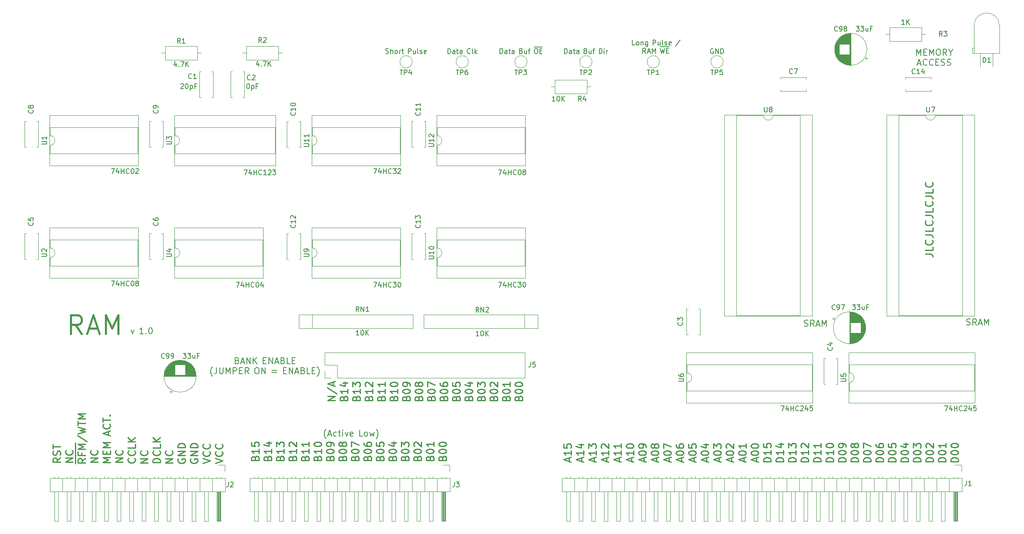
<source format=gto>
G04 #@! TF.GenerationSoftware,KiCad,Pcbnew,(7.0.0)*
G04 #@! TF.CreationDate,2023-09-24T17:50:25-07:00*
G04 #@! TF.ProjectId,ram,72616d2e-6b69-4636-9164-5f7063625858,rev?*
G04 #@! TF.SameCoordinates,Original*
G04 #@! TF.FileFunction,Legend,Top*
G04 #@! TF.FilePolarity,Positive*
%FSLAX46Y46*%
G04 Gerber Fmt 4.6, Leading zero omitted, Abs format (unit mm)*
G04 Created by KiCad (PCBNEW (7.0.0)) date 2023-09-24 17:50:25*
%MOMM*%
%LPD*%
G01*
G04 APERTURE LIST*
%ADD10C,0.203200*%
%ADD11C,0.152400*%
%ADD12C,0.381000*%
%ADD13C,0.254000*%
%ADD14C,0.150000*%
%ADD15C,0.250000*%
%ADD16C,0.120000*%
%ADD17R,1.600000X1.600000*%
%ADD18O,1.600000X1.600000*%
%ADD19C,1.600000*%
%ADD20R,1.700000X1.700000*%
%ADD21O,1.700000X1.700000*%
%ADD22C,2.000000*%
%ADD23R,1.800000X1.800000*%
%ADD24C,1.800000*%
G04 APERTURE END LIST*
D10*
X235953904Y-60150223D02*
X235953904Y-58880223D01*
X235953904Y-58880223D02*
X236377238Y-59787366D01*
X236377238Y-59787366D02*
X236800571Y-58880223D01*
X236800571Y-58880223D02*
X236800571Y-60150223D01*
X237405333Y-59484985D02*
X237828667Y-59484985D01*
X238010095Y-60150223D02*
X237405333Y-60150223D01*
X237405333Y-60150223D02*
X237405333Y-58880223D01*
X237405333Y-58880223D02*
X238010095Y-58880223D01*
X238554381Y-60150223D02*
X238554381Y-58880223D01*
X238554381Y-58880223D02*
X238977715Y-59787366D01*
X238977715Y-59787366D02*
X239401048Y-58880223D01*
X239401048Y-58880223D02*
X239401048Y-60150223D01*
X240247715Y-58880223D02*
X240489620Y-58880223D01*
X240489620Y-58880223D02*
X240610572Y-58940700D01*
X240610572Y-58940700D02*
X240731525Y-59061652D01*
X240731525Y-59061652D02*
X240792001Y-59303557D01*
X240792001Y-59303557D02*
X240792001Y-59726890D01*
X240792001Y-59726890D02*
X240731525Y-59968795D01*
X240731525Y-59968795D02*
X240610572Y-60089747D01*
X240610572Y-60089747D02*
X240489620Y-60150223D01*
X240489620Y-60150223D02*
X240247715Y-60150223D01*
X240247715Y-60150223D02*
X240126763Y-60089747D01*
X240126763Y-60089747D02*
X240005810Y-59968795D01*
X240005810Y-59968795D02*
X239945334Y-59726890D01*
X239945334Y-59726890D02*
X239945334Y-59303557D01*
X239945334Y-59303557D02*
X240005810Y-59061652D01*
X240005810Y-59061652D02*
X240126763Y-58940700D01*
X240126763Y-58940700D02*
X240247715Y-58880223D01*
X242062001Y-60150223D02*
X241638667Y-59545461D01*
X241336286Y-60150223D02*
X241336286Y-58880223D01*
X241336286Y-58880223D02*
X241820096Y-58880223D01*
X241820096Y-58880223D02*
X241941048Y-58940700D01*
X241941048Y-58940700D02*
X242001525Y-59001176D01*
X242001525Y-59001176D02*
X242062001Y-59122128D01*
X242062001Y-59122128D02*
X242062001Y-59303557D01*
X242062001Y-59303557D02*
X242001525Y-59424509D01*
X242001525Y-59424509D02*
X241941048Y-59484985D01*
X241941048Y-59484985D02*
X241820096Y-59545461D01*
X241820096Y-59545461D02*
X241336286Y-59545461D01*
X242848191Y-59545461D02*
X242848191Y-60150223D01*
X242424858Y-58880223D02*
X242848191Y-59545461D01*
X242848191Y-59545461D02*
X243271525Y-58880223D01*
X236165571Y-61844766D02*
X236770333Y-61844766D01*
X236044619Y-62207623D02*
X236467952Y-60937623D01*
X236467952Y-60937623D02*
X236891286Y-62207623D01*
X238040333Y-62086671D02*
X237979857Y-62147147D01*
X237979857Y-62147147D02*
X237798428Y-62207623D01*
X237798428Y-62207623D02*
X237677476Y-62207623D01*
X237677476Y-62207623D02*
X237496047Y-62147147D01*
X237496047Y-62147147D02*
X237375095Y-62026195D01*
X237375095Y-62026195D02*
X237314618Y-61905242D01*
X237314618Y-61905242D02*
X237254142Y-61663338D01*
X237254142Y-61663338D02*
X237254142Y-61481909D01*
X237254142Y-61481909D02*
X237314618Y-61240004D01*
X237314618Y-61240004D02*
X237375095Y-61119052D01*
X237375095Y-61119052D02*
X237496047Y-60998100D01*
X237496047Y-60998100D02*
X237677476Y-60937623D01*
X237677476Y-60937623D02*
X237798428Y-60937623D01*
X237798428Y-60937623D02*
X237979857Y-60998100D01*
X237979857Y-60998100D02*
X238040333Y-61058576D01*
X239310333Y-62086671D02*
X239249857Y-62147147D01*
X239249857Y-62147147D02*
X239068428Y-62207623D01*
X239068428Y-62207623D02*
X238947476Y-62207623D01*
X238947476Y-62207623D02*
X238766047Y-62147147D01*
X238766047Y-62147147D02*
X238645095Y-62026195D01*
X238645095Y-62026195D02*
X238584618Y-61905242D01*
X238584618Y-61905242D02*
X238524142Y-61663338D01*
X238524142Y-61663338D02*
X238524142Y-61481909D01*
X238524142Y-61481909D02*
X238584618Y-61240004D01*
X238584618Y-61240004D02*
X238645095Y-61119052D01*
X238645095Y-61119052D02*
X238766047Y-60998100D01*
X238766047Y-60998100D02*
X238947476Y-60937623D01*
X238947476Y-60937623D02*
X239068428Y-60937623D01*
X239068428Y-60937623D02*
X239249857Y-60998100D01*
X239249857Y-60998100D02*
X239310333Y-61058576D01*
X239854618Y-61542385D02*
X240277952Y-61542385D01*
X240459380Y-62207623D02*
X239854618Y-62207623D01*
X239854618Y-62207623D02*
X239854618Y-60937623D01*
X239854618Y-60937623D02*
X240459380Y-60937623D01*
X240943190Y-62147147D02*
X241124619Y-62207623D01*
X241124619Y-62207623D02*
X241427000Y-62207623D01*
X241427000Y-62207623D02*
X241547952Y-62147147D01*
X241547952Y-62147147D02*
X241608428Y-62086671D01*
X241608428Y-62086671D02*
X241668905Y-61965719D01*
X241668905Y-61965719D02*
X241668905Y-61844766D01*
X241668905Y-61844766D02*
X241608428Y-61723814D01*
X241608428Y-61723814D02*
X241547952Y-61663338D01*
X241547952Y-61663338D02*
X241427000Y-61602861D01*
X241427000Y-61602861D02*
X241185095Y-61542385D01*
X241185095Y-61542385D02*
X241064143Y-61481909D01*
X241064143Y-61481909D02*
X241003666Y-61421433D01*
X241003666Y-61421433D02*
X240943190Y-61300480D01*
X240943190Y-61300480D02*
X240943190Y-61179528D01*
X240943190Y-61179528D02*
X241003666Y-61058576D01*
X241003666Y-61058576D02*
X241064143Y-60998100D01*
X241064143Y-60998100D02*
X241185095Y-60937623D01*
X241185095Y-60937623D02*
X241487476Y-60937623D01*
X241487476Y-60937623D02*
X241668905Y-60998100D01*
X242152714Y-62147147D02*
X242334143Y-62207623D01*
X242334143Y-62207623D02*
X242636524Y-62207623D01*
X242636524Y-62207623D02*
X242757476Y-62147147D01*
X242757476Y-62147147D02*
X242817952Y-62086671D01*
X242817952Y-62086671D02*
X242878429Y-61965719D01*
X242878429Y-61965719D02*
X242878429Y-61844766D01*
X242878429Y-61844766D02*
X242817952Y-61723814D01*
X242817952Y-61723814D02*
X242757476Y-61663338D01*
X242757476Y-61663338D02*
X242636524Y-61602861D01*
X242636524Y-61602861D02*
X242394619Y-61542385D01*
X242394619Y-61542385D02*
X242273667Y-61481909D01*
X242273667Y-61481909D02*
X242213190Y-61421433D01*
X242213190Y-61421433D02*
X242152714Y-61300480D01*
X242152714Y-61300480D02*
X242152714Y-61179528D01*
X242152714Y-61179528D02*
X242213190Y-61058576D01*
X242213190Y-61058576D02*
X242273667Y-60998100D01*
X242273667Y-60998100D02*
X242394619Y-60937623D01*
X242394619Y-60937623D02*
X242697000Y-60937623D01*
X242697000Y-60937623D02*
X242878429Y-60998100D01*
D11*
X178593448Y-58076979D02*
X178109638Y-58076979D01*
X178109638Y-58076979D02*
X178109638Y-57060979D01*
X179077257Y-58076979D02*
X178980495Y-58028598D01*
X178980495Y-58028598D02*
X178932114Y-57980217D01*
X178932114Y-57980217D02*
X178883733Y-57883455D01*
X178883733Y-57883455D02*
X178883733Y-57593169D01*
X178883733Y-57593169D02*
X178932114Y-57496407D01*
X178932114Y-57496407D02*
X178980495Y-57448026D01*
X178980495Y-57448026D02*
X179077257Y-57399645D01*
X179077257Y-57399645D02*
X179222400Y-57399645D01*
X179222400Y-57399645D02*
X179319162Y-57448026D01*
X179319162Y-57448026D02*
X179367543Y-57496407D01*
X179367543Y-57496407D02*
X179415924Y-57593169D01*
X179415924Y-57593169D02*
X179415924Y-57883455D01*
X179415924Y-57883455D02*
X179367543Y-57980217D01*
X179367543Y-57980217D02*
X179319162Y-58028598D01*
X179319162Y-58028598D02*
X179222400Y-58076979D01*
X179222400Y-58076979D02*
X179077257Y-58076979D01*
X179851352Y-57399645D02*
X179851352Y-58076979D01*
X179851352Y-57496407D02*
X179899733Y-57448026D01*
X179899733Y-57448026D02*
X179996495Y-57399645D01*
X179996495Y-57399645D02*
X180141638Y-57399645D01*
X180141638Y-57399645D02*
X180238400Y-57448026D01*
X180238400Y-57448026D02*
X180286781Y-57544788D01*
X180286781Y-57544788D02*
X180286781Y-58076979D01*
X181206019Y-57399645D02*
X181206019Y-58222121D01*
X181206019Y-58222121D02*
X181157638Y-58318883D01*
X181157638Y-58318883D02*
X181109257Y-58367264D01*
X181109257Y-58367264D02*
X181012495Y-58415645D01*
X181012495Y-58415645D02*
X180867352Y-58415645D01*
X180867352Y-58415645D02*
X180770590Y-58367264D01*
X181206019Y-58028598D02*
X181109257Y-58076979D01*
X181109257Y-58076979D02*
X180915733Y-58076979D01*
X180915733Y-58076979D02*
X180818971Y-58028598D01*
X180818971Y-58028598D02*
X180770590Y-57980217D01*
X180770590Y-57980217D02*
X180722209Y-57883455D01*
X180722209Y-57883455D02*
X180722209Y-57593169D01*
X180722209Y-57593169D02*
X180770590Y-57496407D01*
X180770590Y-57496407D02*
X180818971Y-57448026D01*
X180818971Y-57448026D02*
X180915733Y-57399645D01*
X180915733Y-57399645D02*
X181109257Y-57399645D01*
X181109257Y-57399645D02*
X181206019Y-57448026D01*
X182299428Y-58076979D02*
X182299428Y-57060979D01*
X182299428Y-57060979D02*
X182686476Y-57060979D01*
X182686476Y-57060979D02*
X182783238Y-57109360D01*
X182783238Y-57109360D02*
X182831619Y-57157740D01*
X182831619Y-57157740D02*
X182880000Y-57254502D01*
X182880000Y-57254502D02*
X182880000Y-57399645D01*
X182880000Y-57399645D02*
X182831619Y-57496407D01*
X182831619Y-57496407D02*
X182783238Y-57544788D01*
X182783238Y-57544788D02*
X182686476Y-57593169D01*
X182686476Y-57593169D02*
X182299428Y-57593169D01*
X183750857Y-57399645D02*
X183750857Y-58076979D01*
X183315428Y-57399645D02*
X183315428Y-57931836D01*
X183315428Y-57931836D02*
X183363809Y-58028598D01*
X183363809Y-58028598D02*
X183460571Y-58076979D01*
X183460571Y-58076979D02*
X183605714Y-58076979D01*
X183605714Y-58076979D02*
X183702476Y-58028598D01*
X183702476Y-58028598D02*
X183750857Y-57980217D01*
X184379809Y-58076979D02*
X184283047Y-58028598D01*
X184283047Y-58028598D02*
X184234666Y-57931836D01*
X184234666Y-57931836D02*
X184234666Y-57060979D01*
X184718475Y-58028598D02*
X184815237Y-58076979D01*
X184815237Y-58076979D02*
X185008761Y-58076979D01*
X185008761Y-58076979D02*
X185105523Y-58028598D01*
X185105523Y-58028598D02*
X185153904Y-57931836D01*
X185153904Y-57931836D02*
X185153904Y-57883455D01*
X185153904Y-57883455D02*
X185105523Y-57786693D01*
X185105523Y-57786693D02*
X185008761Y-57738312D01*
X185008761Y-57738312D02*
X184863618Y-57738312D01*
X184863618Y-57738312D02*
X184766856Y-57689931D01*
X184766856Y-57689931D02*
X184718475Y-57593169D01*
X184718475Y-57593169D02*
X184718475Y-57544788D01*
X184718475Y-57544788D02*
X184766856Y-57448026D01*
X184766856Y-57448026D02*
X184863618Y-57399645D01*
X184863618Y-57399645D02*
X185008761Y-57399645D01*
X185008761Y-57399645D02*
X185105523Y-57448026D01*
X185976380Y-58028598D02*
X185879618Y-58076979D01*
X185879618Y-58076979D02*
X185686094Y-58076979D01*
X185686094Y-58076979D02*
X185589332Y-58028598D01*
X185589332Y-58028598D02*
X185540951Y-57931836D01*
X185540951Y-57931836D02*
X185540951Y-57544788D01*
X185540951Y-57544788D02*
X185589332Y-57448026D01*
X185589332Y-57448026D02*
X185686094Y-57399645D01*
X185686094Y-57399645D02*
X185879618Y-57399645D01*
X185879618Y-57399645D02*
X185976380Y-57448026D01*
X185976380Y-57448026D02*
X186024761Y-57544788D01*
X186024761Y-57544788D02*
X186024761Y-57641550D01*
X186024761Y-57641550D02*
X185540951Y-57738312D01*
X187795504Y-57012598D02*
X186924646Y-58318883D01*
X180833486Y-59722899D02*
X180494819Y-59239089D01*
X180252914Y-59722899D02*
X180252914Y-58706899D01*
X180252914Y-58706899D02*
X180639962Y-58706899D01*
X180639962Y-58706899D02*
X180736724Y-58755280D01*
X180736724Y-58755280D02*
X180785105Y-58803660D01*
X180785105Y-58803660D02*
X180833486Y-58900422D01*
X180833486Y-58900422D02*
X180833486Y-59045565D01*
X180833486Y-59045565D02*
X180785105Y-59142327D01*
X180785105Y-59142327D02*
X180736724Y-59190708D01*
X180736724Y-59190708D02*
X180639962Y-59239089D01*
X180639962Y-59239089D02*
X180252914Y-59239089D01*
X181220533Y-59432613D02*
X181704343Y-59432613D01*
X181123771Y-59722899D02*
X181462438Y-58706899D01*
X181462438Y-58706899D02*
X181801105Y-59722899D01*
X182139771Y-59722899D02*
X182139771Y-58706899D01*
X182139771Y-58706899D02*
X182478438Y-59432613D01*
X182478438Y-59432613D02*
X182817105Y-58706899D01*
X182817105Y-58706899D02*
X182817105Y-59722899D01*
X183813752Y-58706899D02*
X184055657Y-59722899D01*
X184055657Y-59722899D02*
X184249181Y-58997184D01*
X184249181Y-58997184D02*
X184442705Y-59722899D01*
X184442705Y-59722899D02*
X184684610Y-58706899D01*
X185071657Y-59190708D02*
X185410324Y-59190708D01*
X185555467Y-59722899D02*
X185071657Y-59722899D01*
X185071657Y-59722899D02*
X185071657Y-58706899D01*
X185071657Y-58706899D02*
X185555467Y-58706899D01*
X183770210Y-58348880D02*
X185647391Y-58348880D01*
D10*
X246113904Y-114979147D02*
X246295333Y-115039623D01*
X246295333Y-115039623D02*
X246597714Y-115039623D01*
X246597714Y-115039623D02*
X246718666Y-114979147D01*
X246718666Y-114979147D02*
X246779142Y-114918671D01*
X246779142Y-114918671D02*
X246839619Y-114797719D01*
X246839619Y-114797719D02*
X246839619Y-114676766D01*
X246839619Y-114676766D02*
X246779142Y-114555814D01*
X246779142Y-114555814D02*
X246718666Y-114495338D01*
X246718666Y-114495338D02*
X246597714Y-114434861D01*
X246597714Y-114434861D02*
X246355809Y-114374385D01*
X246355809Y-114374385D02*
X246234857Y-114313909D01*
X246234857Y-114313909D02*
X246174380Y-114253433D01*
X246174380Y-114253433D02*
X246113904Y-114132480D01*
X246113904Y-114132480D02*
X246113904Y-114011528D01*
X246113904Y-114011528D02*
X246174380Y-113890576D01*
X246174380Y-113890576D02*
X246234857Y-113830100D01*
X246234857Y-113830100D02*
X246355809Y-113769623D01*
X246355809Y-113769623D02*
X246658190Y-113769623D01*
X246658190Y-113769623D02*
X246839619Y-113830100D01*
X248109619Y-115039623D02*
X247686285Y-114434861D01*
X247383904Y-115039623D02*
X247383904Y-113769623D01*
X247383904Y-113769623D02*
X247867714Y-113769623D01*
X247867714Y-113769623D02*
X247988666Y-113830100D01*
X247988666Y-113830100D02*
X248049143Y-113890576D01*
X248049143Y-113890576D02*
X248109619Y-114011528D01*
X248109619Y-114011528D02*
X248109619Y-114192957D01*
X248109619Y-114192957D02*
X248049143Y-114313909D01*
X248049143Y-114313909D02*
X247988666Y-114374385D01*
X247988666Y-114374385D02*
X247867714Y-114434861D01*
X247867714Y-114434861D02*
X247383904Y-114434861D01*
X248593428Y-114676766D02*
X249198190Y-114676766D01*
X248472476Y-115039623D02*
X248895809Y-113769623D01*
X248895809Y-113769623D02*
X249319143Y-115039623D01*
X249742475Y-115039623D02*
X249742475Y-113769623D01*
X249742475Y-113769623D02*
X250165809Y-114676766D01*
X250165809Y-114676766D02*
X250589142Y-113769623D01*
X250589142Y-113769623D02*
X250589142Y-115039623D01*
X97735572Y-122222985D02*
X97917000Y-122283461D01*
X97917000Y-122283461D02*
X97977477Y-122343938D01*
X97977477Y-122343938D02*
X98037953Y-122464890D01*
X98037953Y-122464890D02*
X98037953Y-122646319D01*
X98037953Y-122646319D02*
X97977477Y-122767271D01*
X97977477Y-122767271D02*
X97917000Y-122827747D01*
X97917000Y-122827747D02*
X97796048Y-122888223D01*
X97796048Y-122888223D02*
X97312238Y-122888223D01*
X97312238Y-122888223D02*
X97312238Y-121618223D01*
X97312238Y-121618223D02*
X97735572Y-121618223D01*
X97735572Y-121618223D02*
X97856524Y-121678700D01*
X97856524Y-121678700D02*
X97917000Y-121739176D01*
X97917000Y-121739176D02*
X97977477Y-121860128D01*
X97977477Y-121860128D02*
X97977477Y-121981080D01*
X97977477Y-121981080D02*
X97917000Y-122102033D01*
X97917000Y-122102033D02*
X97856524Y-122162509D01*
X97856524Y-122162509D02*
X97735572Y-122222985D01*
X97735572Y-122222985D02*
X97312238Y-122222985D01*
X98521762Y-122525366D02*
X99126524Y-122525366D01*
X98400810Y-122888223D02*
X98824143Y-121618223D01*
X98824143Y-121618223D02*
X99247477Y-122888223D01*
X99670809Y-122888223D02*
X99670809Y-121618223D01*
X99670809Y-121618223D02*
X100396524Y-122888223D01*
X100396524Y-122888223D02*
X100396524Y-121618223D01*
X101001285Y-122888223D02*
X101001285Y-121618223D01*
X101727000Y-122888223D02*
X101182714Y-122162509D01*
X101727000Y-121618223D02*
X101001285Y-122343938D01*
X103033285Y-122222985D02*
X103456619Y-122222985D01*
X103638047Y-122888223D02*
X103033285Y-122888223D01*
X103033285Y-122888223D02*
X103033285Y-121618223D01*
X103033285Y-121618223D02*
X103638047Y-121618223D01*
X104182333Y-122888223D02*
X104182333Y-121618223D01*
X104182333Y-121618223D02*
X104908048Y-122888223D01*
X104908048Y-122888223D02*
X104908048Y-121618223D01*
X105452333Y-122525366D02*
X106057095Y-122525366D01*
X105331381Y-122888223D02*
X105754714Y-121618223D01*
X105754714Y-121618223D02*
X106178048Y-122888223D01*
X107024714Y-122222985D02*
X107206142Y-122283461D01*
X107206142Y-122283461D02*
X107266619Y-122343938D01*
X107266619Y-122343938D02*
X107327095Y-122464890D01*
X107327095Y-122464890D02*
X107327095Y-122646319D01*
X107327095Y-122646319D02*
X107266619Y-122767271D01*
X107266619Y-122767271D02*
X107206142Y-122827747D01*
X107206142Y-122827747D02*
X107085190Y-122888223D01*
X107085190Y-122888223D02*
X106601380Y-122888223D01*
X106601380Y-122888223D02*
X106601380Y-121618223D01*
X106601380Y-121618223D02*
X107024714Y-121618223D01*
X107024714Y-121618223D02*
X107145666Y-121678700D01*
X107145666Y-121678700D02*
X107206142Y-121739176D01*
X107206142Y-121739176D02*
X107266619Y-121860128D01*
X107266619Y-121860128D02*
X107266619Y-121981080D01*
X107266619Y-121981080D02*
X107206142Y-122102033D01*
X107206142Y-122102033D02*
X107145666Y-122162509D01*
X107145666Y-122162509D02*
X107024714Y-122222985D01*
X107024714Y-122222985D02*
X106601380Y-122222985D01*
X108476142Y-122888223D02*
X107871380Y-122888223D01*
X107871380Y-122888223D02*
X107871380Y-121618223D01*
X108899475Y-122222985D02*
X109322809Y-122222985D01*
X109504237Y-122888223D02*
X108899475Y-122888223D01*
X108899475Y-122888223D02*
X108899475Y-121618223D01*
X108899475Y-121618223D02*
X109504237Y-121618223D01*
X92710000Y-125429433D02*
X92649523Y-125368957D01*
X92649523Y-125368957D02*
X92528571Y-125187528D01*
X92528571Y-125187528D02*
X92468095Y-125066576D01*
X92468095Y-125066576D02*
X92407619Y-124885147D01*
X92407619Y-124885147D02*
X92347142Y-124582766D01*
X92347142Y-124582766D02*
X92347142Y-124340861D01*
X92347142Y-124340861D02*
X92407619Y-124038480D01*
X92407619Y-124038480D02*
X92468095Y-123857052D01*
X92468095Y-123857052D02*
X92528571Y-123736100D01*
X92528571Y-123736100D02*
X92649523Y-123554671D01*
X92649523Y-123554671D02*
X92710000Y-123494195D01*
X93556667Y-123675623D02*
X93556667Y-124582766D01*
X93556667Y-124582766D02*
X93496190Y-124764195D01*
X93496190Y-124764195D02*
X93375238Y-124885147D01*
X93375238Y-124885147D02*
X93193809Y-124945623D01*
X93193809Y-124945623D02*
X93072857Y-124945623D01*
X94161428Y-123675623D02*
X94161428Y-124703719D01*
X94161428Y-124703719D02*
X94221905Y-124824671D01*
X94221905Y-124824671D02*
X94282381Y-124885147D01*
X94282381Y-124885147D02*
X94403333Y-124945623D01*
X94403333Y-124945623D02*
X94645238Y-124945623D01*
X94645238Y-124945623D02*
X94766190Y-124885147D01*
X94766190Y-124885147D02*
X94826667Y-124824671D01*
X94826667Y-124824671D02*
X94887143Y-124703719D01*
X94887143Y-124703719D02*
X94887143Y-123675623D01*
X95491904Y-124945623D02*
X95491904Y-123675623D01*
X95491904Y-123675623D02*
X95915238Y-124582766D01*
X95915238Y-124582766D02*
X96338571Y-123675623D01*
X96338571Y-123675623D02*
X96338571Y-124945623D01*
X96943333Y-124945623D02*
X96943333Y-123675623D01*
X96943333Y-123675623D02*
X97427143Y-123675623D01*
X97427143Y-123675623D02*
X97548095Y-123736100D01*
X97548095Y-123736100D02*
X97608572Y-123796576D01*
X97608572Y-123796576D02*
X97669048Y-123917528D01*
X97669048Y-123917528D02*
X97669048Y-124098957D01*
X97669048Y-124098957D02*
X97608572Y-124219909D01*
X97608572Y-124219909D02*
X97548095Y-124280385D01*
X97548095Y-124280385D02*
X97427143Y-124340861D01*
X97427143Y-124340861D02*
X96943333Y-124340861D01*
X98213333Y-124280385D02*
X98636667Y-124280385D01*
X98818095Y-124945623D02*
X98213333Y-124945623D01*
X98213333Y-124945623D02*
X98213333Y-123675623D01*
X98213333Y-123675623D02*
X98818095Y-123675623D01*
X100088096Y-124945623D02*
X99664762Y-124340861D01*
X99362381Y-124945623D02*
X99362381Y-123675623D01*
X99362381Y-123675623D02*
X99846191Y-123675623D01*
X99846191Y-123675623D02*
X99967143Y-123736100D01*
X99967143Y-123736100D02*
X100027620Y-123796576D01*
X100027620Y-123796576D02*
X100088096Y-123917528D01*
X100088096Y-123917528D02*
X100088096Y-124098957D01*
X100088096Y-124098957D02*
X100027620Y-124219909D01*
X100027620Y-124219909D02*
X99967143Y-124280385D01*
X99967143Y-124280385D02*
X99846191Y-124340861D01*
X99846191Y-124340861D02*
X99362381Y-124340861D01*
X101636286Y-123675623D02*
X101878191Y-123675623D01*
X101878191Y-123675623D02*
X101999143Y-123736100D01*
X101999143Y-123736100D02*
X102120096Y-123857052D01*
X102120096Y-123857052D02*
X102180572Y-124098957D01*
X102180572Y-124098957D02*
X102180572Y-124522290D01*
X102180572Y-124522290D02*
X102120096Y-124764195D01*
X102120096Y-124764195D02*
X101999143Y-124885147D01*
X101999143Y-124885147D02*
X101878191Y-124945623D01*
X101878191Y-124945623D02*
X101636286Y-124945623D01*
X101636286Y-124945623D02*
X101515334Y-124885147D01*
X101515334Y-124885147D02*
X101394381Y-124764195D01*
X101394381Y-124764195D02*
X101333905Y-124522290D01*
X101333905Y-124522290D02*
X101333905Y-124098957D01*
X101333905Y-124098957D02*
X101394381Y-123857052D01*
X101394381Y-123857052D02*
X101515334Y-123736100D01*
X101515334Y-123736100D02*
X101636286Y-123675623D01*
X102724857Y-124945623D02*
X102724857Y-123675623D01*
X102724857Y-123675623D02*
X103450572Y-124945623D01*
X103450572Y-124945623D02*
X103450572Y-123675623D01*
X104817333Y-124280385D02*
X105784953Y-124280385D01*
X105784953Y-124643242D02*
X104817333Y-124643242D01*
X107151714Y-124280385D02*
X107575048Y-124280385D01*
X107756476Y-124945623D02*
X107151714Y-124945623D01*
X107151714Y-124945623D02*
X107151714Y-123675623D01*
X107151714Y-123675623D02*
X107756476Y-123675623D01*
X108300762Y-124945623D02*
X108300762Y-123675623D01*
X108300762Y-123675623D02*
X109026477Y-124945623D01*
X109026477Y-124945623D02*
X109026477Y-123675623D01*
X109570762Y-124582766D02*
X110175524Y-124582766D01*
X109449810Y-124945623D02*
X109873143Y-123675623D01*
X109873143Y-123675623D02*
X110296477Y-124945623D01*
X111143143Y-124280385D02*
X111324571Y-124340861D01*
X111324571Y-124340861D02*
X111385048Y-124401338D01*
X111385048Y-124401338D02*
X111445524Y-124522290D01*
X111445524Y-124522290D02*
X111445524Y-124703719D01*
X111445524Y-124703719D02*
X111385048Y-124824671D01*
X111385048Y-124824671D02*
X111324571Y-124885147D01*
X111324571Y-124885147D02*
X111203619Y-124945623D01*
X111203619Y-124945623D02*
X110719809Y-124945623D01*
X110719809Y-124945623D02*
X110719809Y-123675623D01*
X110719809Y-123675623D02*
X111143143Y-123675623D01*
X111143143Y-123675623D02*
X111264095Y-123736100D01*
X111264095Y-123736100D02*
X111324571Y-123796576D01*
X111324571Y-123796576D02*
X111385048Y-123917528D01*
X111385048Y-123917528D02*
X111385048Y-124038480D01*
X111385048Y-124038480D02*
X111324571Y-124159433D01*
X111324571Y-124159433D02*
X111264095Y-124219909D01*
X111264095Y-124219909D02*
X111143143Y-124280385D01*
X111143143Y-124280385D02*
X110719809Y-124280385D01*
X112594571Y-124945623D02*
X111989809Y-124945623D01*
X111989809Y-124945623D02*
X111989809Y-123675623D01*
X113017904Y-124280385D02*
X113441238Y-124280385D01*
X113622666Y-124945623D02*
X113017904Y-124945623D01*
X113017904Y-124945623D02*
X113017904Y-123675623D01*
X113017904Y-123675623D02*
X113622666Y-123675623D01*
X114046000Y-125429433D02*
X114106476Y-125368957D01*
X114106476Y-125368957D02*
X114227429Y-125187528D01*
X114227429Y-125187528D02*
X114287905Y-125066576D01*
X114287905Y-125066576D02*
X114348381Y-124885147D01*
X114348381Y-124885147D02*
X114408857Y-124582766D01*
X114408857Y-124582766D02*
X114408857Y-124340861D01*
X114408857Y-124340861D02*
X114348381Y-124038480D01*
X114348381Y-124038480D02*
X114287905Y-123857052D01*
X114287905Y-123857052D02*
X114227429Y-123736100D01*
X114227429Y-123736100D02*
X114106476Y-123554671D01*
X114106476Y-123554671D02*
X114046000Y-123494195D01*
X76127428Y-115970957D02*
X76429809Y-116817623D01*
X76429809Y-116817623D02*
X76732190Y-115970957D01*
X78643238Y-116817623D02*
X77917523Y-116817623D01*
X78280380Y-116817623D02*
X78280380Y-115547623D01*
X78280380Y-115547623D02*
X78159428Y-115729052D01*
X78159428Y-115729052D02*
X78038476Y-115850004D01*
X78038476Y-115850004D02*
X77917523Y-115910480D01*
X79187523Y-116696671D02*
X79248000Y-116757147D01*
X79248000Y-116757147D02*
X79187523Y-116817623D01*
X79187523Y-116817623D02*
X79127047Y-116757147D01*
X79127047Y-116757147D02*
X79187523Y-116696671D01*
X79187523Y-116696671D02*
X79187523Y-116817623D01*
X80034190Y-115547623D02*
X80155143Y-115547623D01*
X80155143Y-115547623D02*
X80276095Y-115608100D01*
X80276095Y-115608100D02*
X80336571Y-115668576D01*
X80336571Y-115668576D02*
X80397047Y-115789528D01*
X80397047Y-115789528D02*
X80457524Y-116031433D01*
X80457524Y-116031433D02*
X80457524Y-116333814D01*
X80457524Y-116333814D02*
X80397047Y-116575719D01*
X80397047Y-116575719D02*
X80336571Y-116696671D01*
X80336571Y-116696671D02*
X80276095Y-116757147D01*
X80276095Y-116757147D02*
X80155143Y-116817623D01*
X80155143Y-116817623D02*
X80034190Y-116817623D01*
X80034190Y-116817623D02*
X79913238Y-116757147D01*
X79913238Y-116757147D02*
X79852762Y-116696671D01*
X79852762Y-116696671D02*
X79792285Y-116575719D01*
X79792285Y-116575719D02*
X79731809Y-116333814D01*
X79731809Y-116333814D02*
X79731809Y-116031433D01*
X79731809Y-116031433D02*
X79792285Y-115789528D01*
X79792285Y-115789528D02*
X79852762Y-115668576D01*
X79852762Y-115668576D02*
X79913238Y-115608100D01*
X79913238Y-115608100D02*
X80034190Y-115547623D01*
X115805858Y-138129433D02*
X115745381Y-138068957D01*
X115745381Y-138068957D02*
X115624429Y-137887528D01*
X115624429Y-137887528D02*
X115563953Y-137766576D01*
X115563953Y-137766576D02*
X115503477Y-137585147D01*
X115503477Y-137585147D02*
X115443000Y-137282766D01*
X115443000Y-137282766D02*
X115443000Y-137040861D01*
X115443000Y-137040861D02*
X115503477Y-136738480D01*
X115503477Y-136738480D02*
X115563953Y-136557052D01*
X115563953Y-136557052D02*
X115624429Y-136436100D01*
X115624429Y-136436100D02*
X115745381Y-136254671D01*
X115745381Y-136254671D02*
X115805858Y-136194195D01*
X116229191Y-137282766D02*
X116833953Y-137282766D01*
X116108239Y-137645623D02*
X116531572Y-136375623D01*
X116531572Y-136375623D02*
X116954906Y-137645623D01*
X117922524Y-137585147D02*
X117801572Y-137645623D01*
X117801572Y-137645623D02*
X117559667Y-137645623D01*
X117559667Y-137645623D02*
X117438715Y-137585147D01*
X117438715Y-137585147D02*
X117378238Y-137524671D01*
X117378238Y-137524671D02*
X117317762Y-137403719D01*
X117317762Y-137403719D02*
X117317762Y-137040861D01*
X117317762Y-137040861D02*
X117378238Y-136919909D01*
X117378238Y-136919909D02*
X117438715Y-136859433D01*
X117438715Y-136859433D02*
X117559667Y-136798957D01*
X117559667Y-136798957D02*
X117801572Y-136798957D01*
X117801572Y-136798957D02*
X117922524Y-136859433D01*
X118285381Y-136798957D02*
X118769190Y-136798957D01*
X118466809Y-136375623D02*
X118466809Y-137464195D01*
X118466809Y-137464195D02*
X118527286Y-137585147D01*
X118527286Y-137585147D02*
X118648238Y-137645623D01*
X118648238Y-137645623D02*
X118769190Y-137645623D01*
X119192523Y-137645623D02*
X119192523Y-136798957D01*
X119192523Y-136375623D02*
X119132047Y-136436100D01*
X119132047Y-136436100D02*
X119192523Y-136496576D01*
X119192523Y-136496576D02*
X119253000Y-136436100D01*
X119253000Y-136436100D02*
X119192523Y-136375623D01*
X119192523Y-136375623D02*
X119192523Y-136496576D01*
X119676333Y-136798957D02*
X119978714Y-137645623D01*
X119978714Y-137645623D02*
X120281095Y-136798957D01*
X121248714Y-137585147D02*
X121127762Y-137645623D01*
X121127762Y-137645623D02*
X120885857Y-137645623D01*
X120885857Y-137645623D02*
X120764904Y-137585147D01*
X120764904Y-137585147D02*
X120704428Y-137464195D01*
X120704428Y-137464195D02*
X120704428Y-136980385D01*
X120704428Y-136980385D02*
X120764904Y-136859433D01*
X120764904Y-136859433D02*
X120885857Y-136798957D01*
X120885857Y-136798957D02*
X121127762Y-136798957D01*
X121127762Y-136798957D02*
X121248714Y-136859433D01*
X121248714Y-136859433D02*
X121309190Y-136980385D01*
X121309190Y-136980385D02*
X121309190Y-137101338D01*
X121309190Y-137101338D02*
X120704428Y-137222290D01*
X123220237Y-137645623D02*
X122615475Y-137645623D01*
X122615475Y-137645623D02*
X122615475Y-136375623D01*
X123824999Y-137645623D02*
X123704047Y-137585147D01*
X123704047Y-137585147D02*
X123643570Y-137524671D01*
X123643570Y-137524671D02*
X123583094Y-137403719D01*
X123583094Y-137403719D02*
X123583094Y-137040861D01*
X123583094Y-137040861D02*
X123643570Y-136919909D01*
X123643570Y-136919909D02*
X123704047Y-136859433D01*
X123704047Y-136859433D02*
X123824999Y-136798957D01*
X123824999Y-136798957D02*
X124006428Y-136798957D01*
X124006428Y-136798957D02*
X124127380Y-136859433D01*
X124127380Y-136859433D02*
X124187856Y-136919909D01*
X124187856Y-136919909D02*
X124248332Y-137040861D01*
X124248332Y-137040861D02*
X124248332Y-137403719D01*
X124248332Y-137403719D02*
X124187856Y-137524671D01*
X124187856Y-137524671D02*
X124127380Y-137585147D01*
X124127380Y-137585147D02*
X124006428Y-137645623D01*
X124006428Y-137645623D02*
X123824999Y-137645623D01*
X124671666Y-136798957D02*
X124913571Y-137645623D01*
X124913571Y-137645623D02*
X125155476Y-137040861D01*
X125155476Y-137040861D02*
X125397380Y-137645623D01*
X125397380Y-137645623D02*
X125639285Y-136798957D01*
X126002142Y-138129433D02*
X126062618Y-138068957D01*
X126062618Y-138068957D02*
X126183571Y-137887528D01*
X126183571Y-137887528D02*
X126244047Y-137766576D01*
X126244047Y-137766576D02*
X126304523Y-137585147D01*
X126304523Y-137585147D02*
X126364999Y-137282766D01*
X126364999Y-137282766D02*
X126364999Y-137040861D01*
X126364999Y-137040861D02*
X126304523Y-136738480D01*
X126304523Y-136738480D02*
X126244047Y-136557052D01*
X126244047Y-136557052D02*
X126183571Y-136436100D01*
X126183571Y-136436100D02*
X126062618Y-136254671D01*
X126062618Y-136254671D02*
X126002142Y-136194195D01*
X213093904Y-115233147D02*
X213275333Y-115293623D01*
X213275333Y-115293623D02*
X213577714Y-115293623D01*
X213577714Y-115293623D02*
X213698666Y-115233147D01*
X213698666Y-115233147D02*
X213759142Y-115172671D01*
X213759142Y-115172671D02*
X213819619Y-115051719D01*
X213819619Y-115051719D02*
X213819619Y-114930766D01*
X213819619Y-114930766D02*
X213759142Y-114809814D01*
X213759142Y-114809814D02*
X213698666Y-114749338D01*
X213698666Y-114749338D02*
X213577714Y-114688861D01*
X213577714Y-114688861D02*
X213335809Y-114628385D01*
X213335809Y-114628385D02*
X213214857Y-114567909D01*
X213214857Y-114567909D02*
X213154380Y-114507433D01*
X213154380Y-114507433D02*
X213093904Y-114386480D01*
X213093904Y-114386480D02*
X213093904Y-114265528D01*
X213093904Y-114265528D02*
X213154380Y-114144576D01*
X213154380Y-114144576D02*
X213214857Y-114084100D01*
X213214857Y-114084100D02*
X213335809Y-114023623D01*
X213335809Y-114023623D02*
X213638190Y-114023623D01*
X213638190Y-114023623D02*
X213819619Y-114084100D01*
X215089619Y-115293623D02*
X214666285Y-114688861D01*
X214363904Y-115293623D02*
X214363904Y-114023623D01*
X214363904Y-114023623D02*
X214847714Y-114023623D01*
X214847714Y-114023623D02*
X214968666Y-114084100D01*
X214968666Y-114084100D02*
X215029143Y-114144576D01*
X215029143Y-114144576D02*
X215089619Y-114265528D01*
X215089619Y-114265528D02*
X215089619Y-114446957D01*
X215089619Y-114446957D02*
X215029143Y-114567909D01*
X215029143Y-114567909D02*
X214968666Y-114628385D01*
X214968666Y-114628385D02*
X214847714Y-114688861D01*
X214847714Y-114688861D02*
X214363904Y-114688861D01*
X215573428Y-114930766D02*
X216178190Y-114930766D01*
X215452476Y-115293623D02*
X215875809Y-114023623D01*
X215875809Y-114023623D02*
X216299143Y-115293623D01*
X216722475Y-115293623D02*
X216722475Y-114023623D01*
X216722475Y-114023623D02*
X217145809Y-114930766D01*
X217145809Y-114930766D02*
X217569142Y-114023623D01*
X217569142Y-114023623D02*
X217569142Y-115293623D01*
D12*
X66076285Y-116772871D02*
X64806285Y-114958585D01*
X63899142Y-116772871D02*
X63899142Y-112962871D01*
X63899142Y-112962871D02*
X65350571Y-112962871D01*
X65350571Y-112962871D02*
X65713428Y-113144300D01*
X65713428Y-113144300D02*
X65894857Y-113325728D01*
X65894857Y-113325728D02*
X66076285Y-113688585D01*
X66076285Y-113688585D02*
X66076285Y-114232871D01*
X66076285Y-114232871D02*
X65894857Y-114595728D01*
X65894857Y-114595728D02*
X65713428Y-114777157D01*
X65713428Y-114777157D02*
X65350571Y-114958585D01*
X65350571Y-114958585D02*
X63899142Y-114958585D01*
X67527714Y-115684300D02*
X69342000Y-115684300D01*
X67164857Y-116772871D02*
X68434857Y-112962871D01*
X68434857Y-112962871D02*
X69704857Y-116772871D01*
X70974856Y-116772871D02*
X70974856Y-112962871D01*
X70974856Y-112962871D02*
X72244856Y-115684300D01*
X72244856Y-115684300D02*
X73514856Y-112962871D01*
X73514856Y-112962871D02*
X73514856Y-116772871D01*
D13*
X237666348Y-100547714D02*
X238754920Y-100547714D01*
X238754920Y-100547714D02*
X238972634Y-100620285D01*
X238972634Y-100620285D02*
X239117777Y-100765428D01*
X239117777Y-100765428D02*
X239190348Y-100983142D01*
X239190348Y-100983142D02*
X239190348Y-101128285D01*
X239190348Y-99096285D02*
X239190348Y-99821999D01*
X239190348Y-99821999D02*
X237666348Y-99821999D01*
X239045205Y-97717428D02*
X239117777Y-97790000D01*
X239117777Y-97790000D02*
X239190348Y-98007714D01*
X239190348Y-98007714D02*
X239190348Y-98152857D01*
X239190348Y-98152857D02*
X239117777Y-98370571D01*
X239117777Y-98370571D02*
X238972634Y-98515714D01*
X238972634Y-98515714D02*
X238827491Y-98588285D01*
X238827491Y-98588285D02*
X238537205Y-98660857D01*
X238537205Y-98660857D02*
X238319491Y-98660857D01*
X238319491Y-98660857D02*
X238029205Y-98588285D01*
X238029205Y-98588285D02*
X237884062Y-98515714D01*
X237884062Y-98515714D02*
X237738920Y-98370571D01*
X237738920Y-98370571D02*
X237666348Y-98152857D01*
X237666348Y-98152857D02*
X237666348Y-98007714D01*
X237666348Y-98007714D02*
X237738920Y-97790000D01*
X237738920Y-97790000D02*
X237811491Y-97717428D01*
X237666348Y-96628857D02*
X238754920Y-96628857D01*
X238754920Y-96628857D02*
X238972634Y-96701428D01*
X238972634Y-96701428D02*
X239117777Y-96846571D01*
X239117777Y-96846571D02*
X239190348Y-97064285D01*
X239190348Y-97064285D02*
X239190348Y-97209428D01*
X239190348Y-95177428D02*
X239190348Y-95903142D01*
X239190348Y-95903142D02*
X237666348Y-95903142D01*
X239045205Y-93798571D02*
X239117777Y-93871143D01*
X239117777Y-93871143D02*
X239190348Y-94088857D01*
X239190348Y-94088857D02*
X239190348Y-94234000D01*
X239190348Y-94234000D02*
X239117777Y-94451714D01*
X239117777Y-94451714D02*
X238972634Y-94596857D01*
X238972634Y-94596857D02*
X238827491Y-94669428D01*
X238827491Y-94669428D02*
X238537205Y-94742000D01*
X238537205Y-94742000D02*
X238319491Y-94742000D01*
X238319491Y-94742000D02*
X238029205Y-94669428D01*
X238029205Y-94669428D02*
X237884062Y-94596857D01*
X237884062Y-94596857D02*
X237738920Y-94451714D01*
X237738920Y-94451714D02*
X237666348Y-94234000D01*
X237666348Y-94234000D02*
X237666348Y-94088857D01*
X237666348Y-94088857D02*
X237738920Y-93871143D01*
X237738920Y-93871143D02*
X237811491Y-93798571D01*
X237666348Y-92710000D02*
X238754920Y-92710000D01*
X238754920Y-92710000D02*
X238972634Y-92782571D01*
X238972634Y-92782571D02*
X239117777Y-92927714D01*
X239117777Y-92927714D02*
X239190348Y-93145428D01*
X239190348Y-93145428D02*
X239190348Y-93290571D01*
X239190348Y-91258571D02*
X239190348Y-91984285D01*
X239190348Y-91984285D02*
X237666348Y-91984285D01*
X239045205Y-89879714D02*
X239117777Y-89952286D01*
X239117777Y-89952286D02*
X239190348Y-90170000D01*
X239190348Y-90170000D02*
X239190348Y-90315143D01*
X239190348Y-90315143D02*
X239117777Y-90532857D01*
X239117777Y-90532857D02*
X238972634Y-90678000D01*
X238972634Y-90678000D02*
X238827491Y-90750571D01*
X238827491Y-90750571D02*
X238537205Y-90823143D01*
X238537205Y-90823143D02*
X238319491Y-90823143D01*
X238319491Y-90823143D02*
X238029205Y-90750571D01*
X238029205Y-90750571D02*
X237884062Y-90678000D01*
X237884062Y-90678000D02*
X237738920Y-90532857D01*
X237738920Y-90532857D02*
X237666348Y-90315143D01*
X237666348Y-90315143D02*
X237666348Y-90170000D01*
X237666348Y-90170000D02*
X237738920Y-89952286D01*
X237738920Y-89952286D02*
X237811491Y-89879714D01*
X237666348Y-88791143D02*
X238754920Y-88791143D01*
X238754920Y-88791143D02*
X238972634Y-88863714D01*
X238972634Y-88863714D02*
X239117777Y-89008857D01*
X239117777Y-89008857D02*
X239190348Y-89226571D01*
X239190348Y-89226571D02*
X239190348Y-89371714D01*
X239190348Y-87339714D02*
X239190348Y-88065428D01*
X239190348Y-88065428D02*
X237666348Y-88065428D01*
X239045205Y-85960857D02*
X239117777Y-86033429D01*
X239117777Y-86033429D02*
X239190348Y-86251143D01*
X239190348Y-86251143D02*
X239190348Y-86396286D01*
X239190348Y-86396286D02*
X239117777Y-86614000D01*
X239117777Y-86614000D02*
X238972634Y-86759143D01*
X238972634Y-86759143D02*
X238827491Y-86831714D01*
X238827491Y-86831714D02*
X238537205Y-86904286D01*
X238537205Y-86904286D02*
X238319491Y-86904286D01*
X238319491Y-86904286D02*
X238029205Y-86831714D01*
X238029205Y-86831714D02*
X237884062Y-86759143D01*
X237884062Y-86759143D02*
X237738920Y-86614000D01*
X237738920Y-86614000D02*
X237666348Y-86396286D01*
X237666348Y-86396286D02*
X237666348Y-86251143D01*
X237666348Y-86251143D02*
X237738920Y-86033429D01*
X237738920Y-86033429D02*
X237811491Y-85960857D01*
D14*
X111337380Y-101091904D02*
X112146904Y-101091904D01*
X112146904Y-101091904D02*
X112242142Y-101044285D01*
X112242142Y-101044285D02*
X112289761Y-100996666D01*
X112289761Y-100996666D02*
X112337380Y-100901428D01*
X112337380Y-100901428D02*
X112337380Y-100710952D01*
X112337380Y-100710952D02*
X112289761Y-100615714D01*
X112289761Y-100615714D02*
X112242142Y-100568095D01*
X112242142Y-100568095D02*
X112146904Y-100520476D01*
X112146904Y-100520476D02*
X111337380Y-100520476D01*
X112337380Y-99996666D02*
X112337380Y-99806190D01*
X112337380Y-99806190D02*
X112289761Y-99710952D01*
X112289761Y-99710952D02*
X112242142Y-99663333D01*
X112242142Y-99663333D02*
X112099285Y-99568095D01*
X112099285Y-99568095D02*
X111908809Y-99520476D01*
X111908809Y-99520476D02*
X111527857Y-99520476D01*
X111527857Y-99520476D02*
X111432619Y-99568095D01*
X111432619Y-99568095D02*
X111385000Y-99615714D01*
X111385000Y-99615714D02*
X111337380Y-99710952D01*
X111337380Y-99710952D02*
X111337380Y-99901428D01*
X111337380Y-99901428D02*
X111385000Y-99996666D01*
X111385000Y-99996666D02*
X111432619Y-100044285D01*
X111432619Y-100044285D02*
X111527857Y-100091904D01*
X111527857Y-100091904D02*
X111765952Y-100091904D01*
X111765952Y-100091904D02*
X111861190Y-100044285D01*
X111861190Y-100044285D02*
X111908809Y-99996666D01*
X111908809Y-99996666D02*
X111956428Y-99901428D01*
X111956428Y-99901428D02*
X111956428Y-99710952D01*
X111956428Y-99710952D02*
X111908809Y-99615714D01*
X111908809Y-99615714D02*
X111861190Y-99568095D01*
X111861190Y-99568095D02*
X111765952Y-99520476D01*
X125484286Y-106301380D02*
X126150952Y-106301380D01*
X126150952Y-106301380D02*
X125722381Y-107301380D01*
X126960476Y-106634714D02*
X126960476Y-107301380D01*
X126722381Y-106253761D02*
X126484286Y-106968047D01*
X126484286Y-106968047D02*
X127103333Y-106968047D01*
X127484286Y-107301380D02*
X127484286Y-106301380D01*
X127484286Y-106777571D02*
X128055714Y-106777571D01*
X128055714Y-107301380D02*
X128055714Y-106301380D01*
X129103333Y-107206142D02*
X129055714Y-107253761D01*
X129055714Y-107253761D02*
X128912857Y-107301380D01*
X128912857Y-107301380D02*
X128817619Y-107301380D01*
X128817619Y-107301380D02*
X128674762Y-107253761D01*
X128674762Y-107253761D02*
X128579524Y-107158523D01*
X128579524Y-107158523D02*
X128531905Y-107063285D01*
X128531905Y-107063285D02*
X128484286Y-106872809D01*
X128484286Y-106872809D02*
X128484286Y-106729952D01*
X128484286Y-106729952D02*
X128531905Y-106539476D01*
X128531905Y-106539476D02*
X128579524Y-106444238D01*
X128579524Y-106444238D02*
X128674762Y-106349000D01*
X128674762Y-106349000D02*
X128817619Y-106301380D01*
X128817619Y-106301380D02*
X128912857Y-106301380D01*
X128912857Y-106301380D02*
X129055714Y-106349000D01*
X129055714Y-106349000D02*
X129103333Y-106396619D01*
X129436667Y-106301380D02*
X130055714Y-106301380D01*
X130055714Y-106301380D02*
X129722381Y-106682333D01*
X129722381Y-106682333D02*
X129865238Y-106682333D01*
X129865238Y-106682333D02*
X129960476Y-106729952D01*
X129960476Y-106729952D02*
X130008095Y-106777571D01*
X130008095Y-106777571D02*
X130055714Y-106872809D01*
X130055714Y-106872809D02*
X130055714Y-107110904D01*
X130055714Y-107110904D02*
X130008095Y-107206142D01*
X130008095Y-107206142D02*
X129960476Y-107253761D01*
X129960476Y-107253761D02*
X129865238Y-107301380D01*
X129865238Y-107301380D02*
X129579524Y-107301380D01*
X129579524Y-107301380D02*
X129484286Y-107253761D01*
X129484286Y-107253761D02*
X129436667Y-107206142D01*
X130674762Y-106301380D02*
X130770000Y-106301380D01*
X130770000Y-106301380D02*
X130865238Y-106349000D01*
X130865238Y-106349000D02*
X130912857Y-106396619D01*
X130912857Y-106396619D02*
X130960476Y-106491857D01*
X130960476Y-106491857D02*
X131008095Y-106682333D01*
X131008095Y-106682333D02*
X131008095Y-106920428D01*
X131008095Y-106920428D02*
X130960476Y-107110904D01*
X130960476Y-107110904D02*
X130912857Y-107206142D01*
X130912857Y-107206142D02*
X130865238Y-107253761D01*
X130865238Y-107253761D02*
X130770000Y-107301380D01*
X130770000Y-107301380D02*
X130674762Y-107301380D01*
X130674762Y-107301380D02*
X130579524Y-107253761D01*
X130579524Y-107253761D02*
X130531905Y-107206142D01*
X130531905Y-107206142D02*
X130484286Y-107110904D01*
X130484286Y-107110904D02*
X130436667Y-106920428D01*
X130436667Y-106920428D02*
X130436667Y-106682333D01*
X130436667Y-106682333D02*
X130484286Y-106491857D01*
X130484286Y-106491857D02*
X130531905Y-106396619D01*
X130531905Y-106396619D02*
X130579524Y-106349000D01*
X130579524Y-106349000D02*
X130674762Y-106301380D01*
X134892142Y-71762857D02*
X134939761Y-71810476D01*
X134939761Y-71810476D02*
X134987380Y-71953333D01*
X134987380Y-71953333D02*
X134987380Y-72048571D01*
X134987380Y-72048571D02*
X134939761Y-72191428D01*
X134939761Y-72191428D02*
X134844523Y-72286666D01*
X134844523Y-72286666D02*
X134749285Y-72334285D01*
X134749285Y-72334285D02*
X134558809Y-72381904D01*
X134558809Y-72381904D02*
X134415952Y-72381904D01*
X134415952Y-72381904D02*
X134225476Y-72334285D01*
X134225476Y-72334285D02*
X134130238Y-72286666D01*
X134130238Y-72286666D02*
X134035000Y-72191428D01*
X134035000Y-72191428D02*
X133987380Y-72048571D01*
X133987380Y-72048571D02*
X133987380Y-71953333D01*
X133987380Y-71953333D02*
X134035000Y-71810476D01*
X134035000Y-71810476D02*
X134082619Y-71762857D01*
X134987380Y-70810476D02*
X134987380Y-71381904D01*
X134987380Y-71096190D02*
X133987380Y-71096190D01*
X133987380Y-71096190D02*
X134130238Y-71191428D01*
X134130238Y-71191428D02*
X134225476Y-71286666D01*
X134225476Y-71286666D02*
X134273095Y-71381904D01*
X134987380Y-69858095D02*
X134987380Y-70429523D01*
X134987380Y-70143809D02*
X133987380Y-70143809D01*
X133987380Y-70143809D02*
X134130238Y-70239047D01*
X134130238Y-70239047D02*
X134225476Y-70334285D01*
X134225476Y-70334285D02*
X134273095Y-70429523D01*
X210693333Y-63812142D02*
X210645714Y-63859761D01*
X210645714Y-63859761D02*
X210502857Y-63907380D01*
X210502857Y-63907380D02*
X210407619Y-63907380D01*
X210407619Y-63907380D02*
X210264762Y-63859761D01*
X210264762Y-63859761D02*
X210169524Y-63764523D01*
X210169524Y-63764523D02*
X210121905Y-63669285D01*
X210121905Y-63669285D02*
X210074286Y-63478809D01*
X210074286Y-63478809D02*
X210074286Y-63335952D01*
X210074286Y-63335952D02*
X210121905Y-63145476D01*
X210121905Y-63145476D02*
X210169524Y-63050238D01*
X210169524Y-63050238D02*
X210264762Y-62955000D01*
X210264762Y-62955000D02*
X210407619Y-62907380D01*
X210407619Y-62907380D02*
X210502857Y-62907380D01*
X210502857Y-62907380D02*
X210645714Y-62955000D01*
X210645714Y-62955000D02*
X210693333Y-63002619D01*
X211026667Y-62907380D02*
X211693333Y-62907380D01*
X211693333Y-62907380D02*
X211264762Y-63907380D01*
X56152142Y-94146666D02*
X56199761Y-94194285D01*
X56199761Y-94194285D02*
X56247380Y-94337142D01*
X56247380Y-94337142D02*
X56247380Y-94432380D01*
X56247380Y-94432380D02*
X56199761Y-94575237D01*
X56199761Y-94575237D02*
X56104523Y-94670475D01*
X56104523Y-94670475D02*
X56009285Y-94718094D01*
X56009285Y-94718094D02*
X55818809Y-94765713D01*
X55818809Y-94765713D02*
X55675952Y-94765713D01*
X55675952Y-94765713D02*
X55485476Y-94718094D01*
X55485476Y-94718094D02*
X55390238Y-94670475D01*
X55390238Y-94670475D02*
X55295000Y-94575237D01*
X55295000Y-94575237D02*
X55247380Y-94432380D01*
X55247380Y-94432380D02*
X55247380Y-94337142D01*
X55247380Y-94337142D02*
X55295000Y-94194285D01*
X55295000Y-94194285D02*
X55342619Y-94146666D01*
X55247380Y-93241904D02*
X55247380Y-93718094D01*
X55247380Y-93718094D02*
X55723571Y-93765713D01*
X55723571Y-93765713D02*
X55675952Y-93718094D01*
X55675952Y-93718094D02*
X55628333Y-93622856D01*
X55628333Y-93622856D02*
X55628333Y-93384761D01*
X55628333Y-93384761D02*
X55675952Y-93289523D01*
X55675952Y-93289523D02*
X55723571Y-93241904D01*
X55723571Y-93241904D02*
X55818809Y-93194285D01*
X55818809Y-93194285D02*
X56056904Y-93194285D01*
X56056904Y-93194285D02*
X56152142Y-93241904D01*
X56152142Y-93241904D02*
X56199761Y-93289523D01*
X56199761Y-93289523D02*
X56247380Y-93384761D01*
X56247380Y-93384761D02*
X56247380Y-93622856D01*
X56247380Y-93622856D02*
X56199761Y-93718094D01*
X56199761Y-93718094D02*
X56152142Y-93765713D01*
X141906666Y-146941380D02*
X141906666Y-147655666D01*
X141906666Y-147655666D02*
X141859047Y-147798523D01*
X141859047Y-147798523D02*
X141763809Y-147893761D01*
X141763809Y-147893761D02*
X141620952Y-147941380D01*
X141620952Y-147941380D02*
X141525714Y-147941380D01*
X142287619Y-146941380D02*
X142906666Y-146941380D01*
X142906666Y-146941380D02*
X142573333Y-147322333D01*
X142573333Y-147322333D02*
X142716190Y-147322333D01*
X142716190Y-147322333D02*
X142811428Y-147369952D01*
X142811428Y-147369952D02*
X142859047Y-147417571D01*
X142859047Y-147417571D02*
X142906666Y-147512809D01*
X142906666Y-147512809D02*
X142906666Y-147750904D01*
X142906666Y-147750904D02*
X142859047Y-147846142D01*
X142859047Y-147846142D02*
X142811428Y-147893761D01*
X142811428Y-147893761D02*
X142716190Y-147941380D01*
X142716190Y-147941380D02*
X142430476Y-147941380D01*
X142430476Y-147941380D02*
X142335238Y-147893761D01*
X142335238Y-147893761D02*
X142287619Y-147846142D01*
D15*
X134639357Y-129845428D02*
X134710785Y-129631142D01*
X134710785Y-129631142D02*
X134782214Y-129559713D01*
X134782214Y-129559713D02*
X134925071Y-129488285D01*
X134925071Y-129488285D02*
X135139357Y-129488285D01*
X135139357Y-129488285D02*
X135282214Y-129559713D01*
X135282214Y-129559713D02*
X135353642Y-129631142D01*
X135353642Y-129631142D02*
X135425071Y-129773999D01*
X135425071Y-129773999D02*
X135425071Y-130345428D01*
X135425071Y-130345428D02*
X133925071Y-130345428D01*
X133925071Y-130345428D02*
X133925071Y-129845428D01*
X133925071Y-129845428D02*
X133996500Y-129702571D01*
X133996500Y-129702571D02*
X134067928Y-129631142D01*
X134067928Y-129631142D02*
X134210785Y-129559713D01*
X134210785Y-129559713D02*
X134353642Y-129559713D01*
X134353642Y-129559713D02*
X134496500Y-129631142D01*
X134496500Y-129631142D02*
X134567928Y-129702571D01*
X134567928Y-129702571D02*
X134639357Y-129845428D01*
X134639357Y-129845428D02*
X134639357Y-130345428D01*
X133925071Y-128559713D02*
X133925071Y-128416856D01*
X133925071Y-128416856D02*
X133996500Y-128273999D01*
X133996500Y-128273999D02*
X134067928Y-128202571D01*
X134067928Y-128202571D02*
X134210785Y-128131142D01*
X134210785Y-128131142D02*
X134496500Y-128059713D01*
X134496500Y-128059713D02*
X134853642Y-128059713D01*
X134853642Y-128059713D02*
X135139357Y-128131142D01*
X135139357Y-128131142D02*
X135282214Y-128202571D01*
X135282214Y-128202571D02*
X135353642Y-128273999D01*
X135353642Y-128273999D02*
X135425071Y-128416856D01*
X135425071Y-128416856D02*
X135425071Y-128559713D01*
X135425071Y-128559713D02*
X135353642Y-128702571D01*
X135353642Y-128702571D02*
X135282214Y-128773999D01*
X135282214Y-128773999D02*
X135139357Y-128845428D01*
X135139357Y-128845428D02*
X134853642Y-128916856D01*
X134853642Y-128916856D02*
X134496500Y-128916856D01*
X134496500Y-128916856D02*
X134210785Y-128845428D01*
X134210785Y-128845428D02*
X134067928Y-128773999D01*
X134067928Y-128773999D02*
X133996500Y-128702571D01*
X133996500Y-128702571D02*
X133925071Y-128559713D01*
X134567928Y-127202571D02*
X134496500Y-127345428D01*
X134496500Y-127345428D02*
X134425071Y-127416857D01*
X134425071Y-127416857D02*
X134282214Y-127488285D01*
X134282214Y-127488285D02*
X134210785Y-127488285D01*
X134210785Y-127488285D02*
X134067928Y-127416857D01*
X134067928Y-127416857D02*
X133996500Y-127345428D01*
X133996500Y-127345428D02*
X133925071Y-127202571D01*
X133925071Y-127202571D02*
X133925071Y-126916857D01*
X133925071Y-126916857D02*
X133996500Y-126774000D01*
X133996500Y-126774000D02*
X134067928Y-126702571D01*
X134067928Y-126702571D02*
X134210785Y-126631142D01*
X134210785Y-126631142D02*
X134282214Y-126631142D01*
X134282214Y-126631142D02*
X134425071Y-126702571D01*
X134425071Y-126702571D02*
X134496500Y-126774000D01*
X134496500Y-126774000D02*
X134567928Y-126916857D01*
X134567928Y-126916857D02*
X134567928Y-127202571D01*
X134567928Y-127202571D02*
X134639357Y-127345428D01*
X134639357Y-127345428D02*
X134710785Y-127416857D01*
X134710785Y-127416857D02*
X134853642Y-127488285D01*
X134853642Y-127488285D02*
X135139357Y-127488285D01*
X135139357Y-127488285D02*
X135282214Y-127416857D01*
X135282214Y-127416857D02*
X135353642Y-127345428D01*
X135353642Y-127345428D02*
X135425071Y-127202571D01*
X135425071Y-127202571D02*
X135425071Y-126916857D01*
X135425071Y-126916857D02*
X135353642Y-126774000D01*
X135353642Y-126774000D02*
X135282214Y-126702571D01*
X135282214Y-126702571D02*
X135139357Y-126631142D01*
X135139357Y-126631142D02*
X134853642Y-126631142D01*
X134853642Y-126631142D02*
X134710785Y-126702571D01*
X134710785Y-126702571D02*
X134639357Y-126774000D01*
X134639357Y-126774000D02*
X134567928Y-126916857D01*
X139465357Y-142037428D02*
X139536785Y-141823142D01*
X139536785Y-141823142D02*
X139608214Y-141751713D01*
X139608214Y-141751713D02*
X139751071Y-141680285D01*
X139751071Y-141680285D02*
X139965357Y-141680285D01*
X139965357Y-141680285D02*
X140108214Y-141751713D01*
X140108214Y-141751713D02*
X140179642Y-141823142D01*
X140179642Y-141823142D02*
X140251071Y-141965999D01*
X140251071Y-141965999D02*
X140251071Y-142537428D01*
X140251071Y-142537428D02*
X138751071Y-142537428D01*
X138751071Y-142537428D02*
X138751071Y-142037428D01*
X138751071Y-142037428D02*
X138822500Y-141894571D01*
X138822500Y-141894571D02*
X138893928Y-141823142D01*
X138893928Y-141823142D02*
X139036785Y-141751713D01*
X139036785Y-141751713D02*
X139179642Y-141751713D01*
X139179642Y-141751713D02*
X139322500Y-141823142D01*
X139322500Y-141823142D02*
X139393928Y-141894571D01*
X139393928Y-141894571D02*
X139465357Y-142037428D01*
X139465357Y-142037428D02*
X139465357Y-142537428D01*
X138751071Y-140751713D02*
X138751071Y-140608856D01*
X138751071Y-140608856D02*
X138822500Y-140465999D01*
X138822500Y-140465999D02*
X138893928Y-140394571D01*
X138893928Y-140394571D02*
X139036785Y-140323142D01*
X139036785Y-140323142D02*
X139322500Y-140251713D01*
X139322500Y-140251713D02*
X139679642Y-140251713D01*
X139679642Y-140251713D02*
X139965357Y-140323142D01*
X139965357Y-140323142D02*
X140108214Y-140394571D01*
X140108214Y-140394571D02*
X140179642Y-140465999D01*
X140179642Y-140465999D02*
X140251071Y-140608856D01*
X140251071Y-140608856D02*
X140251071Y-140751713D01*
X140251071Y-140751713D02*
X140179642Y-140894571D01*
X140179642Y-140894571D02*
X140108214Y-140965999D01*
X140108214Y-140965999D02*
X139965357Y-141037428D01*
X139965357Y-141037428D02*
X139679642Y-141108856D01*
X139679642Y-141108856D02*
X139322500Y-141108856D01*
X139322500Y-141108856D02*
X139036785Y-141037428D01*
X139036785Y-141037428D02*
X138893928Y-140965999D01*
X138893928Y-140965999D02*
X138822500Y-140894571D01*
X138822500Y-140894571D02*
X138751071Y-140751713D01*
X138751071Y-139323142D02*
X138751071Y-139180285D01*
X138751071Y-139180285D02*
X138822500Y-139037428D01*
X138822500Y-139037428D02*
X138893928Y-138966000D01*
X138893928Y-138966000D02*
X139036785Y-138894571D01*
X139036785Y-138894571D02*
X139322500Y-138823142D01*
X139322500Y-138823142D02*
X139679642Y-138823142D01*
X139679642Y-138823142D02*
X139965357Y-138894571D01*
X139965357Y-138894571D02*
X140108214Y-138966000D01*
X140108214Y-138966000D02*
X140179642Y-139037428D01*
X140179642Y-139037428D02*
X140251071Y-139180285D01*
X140251071Y-139180285D02*
X140251071Y-139323142D01*
X140251071Y-139323142D02*
X140179642Y-139466000D01*
X140179642Y-139466000D02*
X140108214Y-139537428D01*
X140108214Y-139537428D02*
X139965357Y-139608857D01*
X139965357Y-139608857D02*
X139679642Y-139680285D01*
X139679642Y-139680285D02*
X139322500Y-139680285D01*
X139322500Y-139680285D02*
X139036785Y-139608857D01*
X139036785Y-139608857D02*
X138893928Y-139537428D01*
X138893928Y-139537428D02*
X138822500Y-139466000D01*
X138822500Y-139466000D02*
X138751071Y-139323142D01*
X144799357Y-129845428D02*
X144870785Y-129631142D01*
X144870785Y-129631142D02*
X144942214Y-129559713D01*
X144942214Y-129559713D02*
X145085071Y-129488285D01*
X145085071Y-129488285D02*
X145299357Y-129488285D01*
X145299357Y-129488285D02*
X145442214Y-129559713D01*
X145442214Y-129559713D02*
X145513642Y-129631142D01*
X145513642Y-129631142D02*
X145585071Y-129773999D01*
X145585071Y-129773999D02*
X145585071Y-130345428D01*
X145585071Y-130345428D02*
X144085071Y-130345428D01*
X144085071Y-130345428D02*
X144085071Y-129845428D01*
X144085071Y-129845428D02*
X144156500Y-129702571D01*
X144156500Y-129702571D02*
X144227928Y-129631142D01*
X144227928Y-129631142D02*
X144370785Y-129559713D01*
X144370785Y-129559713D02*
X144513642Y-129559713D01*
X144513642Y-129559713D02*
X144656500Y-129631142D01*
X144656500Y-129631142D02*
X144727928Y-129702571D01*
X144727928Y-129702571D02*
X144799357Y-129845428D01*
X144799357Y-129845428D02*
X144799357Y-130345428D01*
X144085071Y-128559713D02*
X144085071Y-128416856D01*
X144085071Y-128416856D02*
X144156500Y-128273999D01*
X144156500Y-128273999D02*
X144227928Y-128202571D01*
X144227928Y-128202571D02*
X144370785Y-128131142D01*
X144370785Y-128131142D02*
X144656500Y-128059713D01*
X144656500Y-128059713D02*
X145013642Y-128059713D01*
X145013642Y-128059713D02*
X145299357Y-128131142D01*
X145299357Y-128131142D02*
X145442214Y-128202571D01*
X145442214Y-128202571D02*
X145513642Y-128273999D01*
X145513642Y-128273999D02*
X145585071Y-128416856D01*
X145585071Y-128416856D02*
X145585071Y-128559713D01*
X145585071Y-128559713D02*
X145513642Y-128702571D01*
X145513642Y-128702571D02*
X145442214Y-128773999D01*
X145442214Y-128773999D02*
X145299357Y-128845428D01*
X145299357Y-128845428D02*
X145013642Y-128916856D01*
X145013642Y-128916856D02*
X144656500Y-128916856D01*
X144656500Y-128916856D02*
X144370785Y-128845428D01*
X144370785Y-128845428D02*
X144227928Y-128773999D01*
X144227928Y-128773999D02*
X144156500Y-128702571D01*
X144156500Y-128702571D02*
X144085071Y-128559713D01*
X144585071Y-126774000D02*
X145585071Y-126774000D01*
X144013642Y-127131142D02*
X145085071Y-127488285D01*
X145085071Y-127488285D02*
X145085071Y-126559714D01*
X121939357Y-129845428D02*
X122010785Y-129631142D01*
X122010785Y-129631142D02*
X122082214Y-129559713D01*
X122082214Y-129559713D02*
X122225071Y-129488285D01*
X122225071Y-129488285D02*
X122439357Y-129488285D01*
X122439357Y-129488285D02*
X122582214Y-129559713D01*
X122582214Y-129559713D02*
X122653642Y-129631142D01*
X122653642Y-129631142D02*
X122725071Y-129773999D01*
X122725071Y-129773999D02*
X122725071Y-130345428D01*
X122725071Y-130345428D02*
X121225071Y-130345428D01*
X121225071Y-130345428D02*
X121225071Y-129845428D01*
X121225071Y-129845428D02*
X121296500Y-129702571D01*
X121296500Y-129702571D02*
X121367928Y-129631142D01*
X121367928Y-129631142D02*
X121510785Y-129559713D01*
X121510785Y-129559713D02*
X121653642Y-129559713D01*
X121653642Y-129559713D02*
X121796500Y-129631142D01*
X121796500Y-129631142D02*
X121867928Y-129702571D01*
X121867928Y-129702571D02*
X121939357Y-129845428D01*
X121939357Y-129845428D02*
X121939357Y-130345428D01*
X122725071Y-128059713D02*
X122725071Y-128916856D01*
X122725071Y-128488285D02*
X121225071Y-128488285D01*
X121225071Y-128488285D02*
X121439357Y-128631142D01*
X121439357Y-128631142D02*
X121582214Y-128773999D01*
X121582214Y-128773999D02*
X121653642Y-128916856D01*
X121225071Y-127559714D02*
X121225071Y-126631142D01*
X121225071Y-126631142D02*
X121796500Y-127131142D01*
X121796500Y-127131142D02*
X121796500Y-126916857D01*
X121796500Y-126916857D02*
X121867928Y-126774000D01*
X121867928Y-126774000D02*
X121939357Y-126702571D01*
X121939357Y-126702571D02*
X122082214Y-126631142D01*
X122082214Y-126631142D02*
X122439357Y-126631142D01*
X122439357Y-126631142D02*
X122582214Y-126702571D01*
X122582214Y-126702571D02*
X122653642Y-126774000D01*
X122653642Y-126774000D02*
X122725071Y-126916857D01*
X122725071Y-126916857D02*
X122725071Y-127345428D01*
X122725071Y-127345428D02*
X122653642Y-127488285D01*
X122653642Y-127488285D02*
X122582214Y-127559714D01*
X119399357Y-129845428D02*
X119470785Y-129631142D01*
X119470785Y-129631142D02*
X119542214Y-129559713D01*
X119542214Y-129559713D02*
X119685071Y-129488285D01*
X119685071Y-129488285D02*
X119899357Y-129488285D01*
X119899357Y-129488285D02*
X120042214Y-129559713D01*
X120042214Y-129559713D02*
X120113642Y-129631142D01*
X120113642Y-129631142D02*
X120185071Y-129773999D01*
X120185071Y-129773999D02*
X120185071Y-130345428D01*
X120185071Y-130345428D02*
X118685071Y-130345428D01*
X118685071Y-130345428D02*
X118685071Y-129845428D01*
X118685071Y-129845428D02*
X118756500Y-129702571D01*
X118756500Y-129702571D02*
X118827928Y-129631142D01*
X118827928Y-129631142D02*
X118970785Y-129559713D01*
X118970785Y-129559713D02*
X119113642Y-129559713D01*
X119113642Y-129559713D02*
X119256500Y-129631142D01*
X119256500Y-129631142D02*
X119327928Y-129702571D01*
X119327928Y-129702571D02*
X119399357Y-129845428D01*
X119399357Y-129845428D02*
X119399357Y-130345428D01*
X120185071Y-128059713D02*
X120185071Y-128916856D01*
X120185071Y-128488285D02*
X118685071Y-128488285D01*
X118685071Y-128488285D02*
X118899357Y-128631142D01*
X118899357Y-128631142D02*
X119042214Y-128773999D01*
X119042214Y-128773999D02*
X119113642Y-128916856D01*
X119185071Y-126774000D02*
X120185071Y-126774000D01*
X118613642Y-127131142D02*
X119685071Y-127488285D01*
X119685071Y-127488285D02*
X119685071Y-126559714D01*
X131845357Y-142037428D02*
X131916785Y-141823142D01*
X131916785Y-141823142D02*
X131988214Y-141751713D01*
X131988214Y-141751713D02*
X132131071Y-141680285D01*
X132131071Y-141680285D02*
X132345357Y-141680285D01*
X132345357Y-141680285D02*
X132488214Y-141751713D01*
X132488214Y-141751713D02*
X132559642Y-141823142D01*
X132559642Y-141823142D02*
X132631071Y-141965999D01*
X132631071Y-141965999D02*
X132631071Y-142537428D01*
X132631071Y-142537428D02*
X131131071Y-142537428D01*
X131131071Y-142537428D02*
X131131071Y-142037428D01*
X131131071Y-142037428D02*
X131202500Y-141894571D01*
X131202500Y-141894571D02*
X131273928Y-141823142D01*
X131273928Y-141823142D02*
X131416785Y-141751713D01*
X131416785Y-141751713D02*
X131559642Y-141751713D01*
X131559642Y-141751713D02*
X131702500Y-141823142D01*
X131702500Y-141823142D02*
X131773928Y-141894571D01*
X131773928Y-141894571D02*
X131845357Y-142037428D01*
X131845357Y-142037428D02*
X131845357Y-142537428D01*
X131131071Y-140751713D02*
X131131071Y-140608856D01*
X131131071Y-140608856D02*
X131202500Y-140465999D01*
X131202500Y-140465999D02*
X131273928Y-140394571D01*
X131273928Y-140394571D02*
X131416785Y-140323142D01*
X131416785Y-140323142D02*
X131702500Y-140251713D01*
X131702500Y-140251713D02*
X132059642Y-140251713D01*
X132059642Y-140251713D02*
X132345357Y-140323142D01*
X132345357Y-140323142D02*
X132488214Y-140394571D01*
X132488214Y-140394571D02*
X132559642Y-140465999D01*
X132559642Y-140465999D02*
X132631071Y-140608856D01*
X132631071Y-140608856D02*
X132631071Y-140751713D01*
X132631071Y-140751713D02*
X132559642Y-140894571D01*
X132559642Y-140894571D02*
X132488214Y-140965999D01*
X132488214Y-140965999D02*
X132345357Y-141037428D01*
X132345357Y-141037428D02*
X132059642Y-141108856D01*
X132059642Y-141108856D02*
X131702500Y-141108856D01*
X131702500Y-141108856D02*
X131416785Y-141037428D01*
X131416785Y-141037428D02*
X131273928Y-140965999D01*
X131273928Y-140965999D02*
X131202500Y-140894571D01*
X131202500Y-140894571D02*
X131131071Y-140751713D01*
X131131071Y-139751714D02*
X131131071Y-138823142D01*
X131131071Y-138823142D02*
X131702500Y-139323142D01*
X131702500Y-139323142D02*
X131702500Y-139108857D01*
X131702500Y-139108857D02*
X131773928Y-138966000D01*
X131773928Y-138966000D02*
X131845357Y-138894571D01*
X131845357Y-138894571D02*
X131988214Y-138823142D01*
X131988214Y-138823142D02*
X132345357Y-138823142D01*
X132345357Y-138823142D02*
X132488214Y-138894571D01*
X132488214Y-138894571D02*
X132559642Y-138966000D01*
X132559642Y-138966000D02*
X132631071Y-139108857D01*
X132631071Y-139108857D02*
X132631071Y-139537428D01*
X132631071Y-139537428D02*
X132559642Y-139680285D01*
X132559642Y-139680285D02*
X132488214Y-139751714D01*
X136925357Y-142037428D02*
X136996785Y-141823142D01*
X136996785Y-141823142D02*
X137068214Y-141751713D01*
X137068214Y-141751713D02*
X137211071Y-141680285D01*
X137211071Y-141680285D02*
X137425357Y-141680285D01*
X137425357Y-141680285D02*
X137568214Y-141751713D01*
X137568214Y-141751713D02*
X137639642Y-141823142D01*
X137639642Y-141823142D02*
X137711071Y-141965999D01*
X137711071Y-141965999D02*
X137711071Y-142537428D01*
X137711071Y-142537428D02*
X136211071Y-142537428D01*
X136211071Y-142537428D02*
X136211071Y-142037428D01*
X136211071Y-142037428D02*
X136282500Y-141894571D01*
X136282500Y-141894571D02*
X136353928Y-141823142D01*
X136353928Y-141823142D02*
X136496785Y-141751713D01*
X136496785Y-141751713D02*
X136639642Y-141751713D01*
X136639642Y-141751713D02*
X136782500Y-141823142D01*
X136782500Y-141823142D02*
X136853928Y-141894571D01*
X136853928Y-141894571D02*
X136925357Y-142037428D01*
X136925357Y-142037428D02*
X136925357Y-142537428D01*
X136211071Y-140751713D02*
X136211071Y-140608856D01*
X136211071Y-140608856D02*
X136282500Y-140465999D01*
X136282500Y-140465999D02*
X136353928Y-140394571D01*
X136353928Y-140394571D02*
X136496785Y-140323142D01*
X136496785Y-140323142D02*
X136782500Y-140251713D01*
X136782500Y-140251713D02*
X137139642Y-140251713D01*
X137139642Y-140251713D02*
X137425357Y-140323142D01*
X137425357Y-140323142D02*
X137568214Y-140394571D01*
X137568214Y-140394571D02*
X137639642Y-140465999D01*
X137639642Y-140465999D02*
X137711071Y-140608856D01*
X137711071Y-140608856D02*
X137711071Y-140751713D01*
X137711071Y-140751713D02*
X137639642Y-140894571D01*
X137639642Y-140894571D02*
X137568214Y-140965999D01*
X137568214Y-140965999D02*
X137425357Y-141037428D01*
X137425357Y-141037428D02*
X137139642Y-141108856D01*
X137139642Y-141108856D02*
X136782500Y-141108856D01*
X136782500Y-141108856D02*
X136496785Y-141037428D01*
X136496785Y-141037428D02*
X136353928Y-140965999D01*
X136353928Y-140965999D02*
X136282500Y-140894571D01*
X136282500Y-140894571D02*
X136211071Y-140751713D01*
X137711071Y-138823142D02*
X137711071Y-139680285D01*
X137711071Y-139251714D02*
X136211071Y-139251714D01*
X136211071Y-139251714D02*
X136425357Y-139394571D01*
X136425357Y-139394571D02*
X136568214Y-139537428D01*
X136568214Y-139537428D02*
X136639642Y-139680285D01*
X111525357Y-142037428D02*
X111596785Y-141823142D01*
X111596785Y-141823142D02*
X111668214Y-141751713D01*
X111668214Y-141751713D02*
X111811071Y-141680285D01*
X111811071Y-141680285D02*
X112025357Y-141680285D01*
X112025357Y-141680285D02*
X112168214Y-141751713D01*
X112168214Y-141751713D02*
X112239642Y-141823142D01*
X112239642Y-141823142D02*
X112311071Y-141965999D01*
X112311071Y-141965999D02*
X112311071Y-142537428D01*
X112311071Y-142537428D02*
X110811071Y-142537428D01*
X110811071Y-142537428D02*
X110811071Y-142037428D01*
X110811071Y-142037428D02*
X110882500Y-141894571D01*
X110882500Y-141894571D02*
X110953928Y-141823142D01*
X110953928Y-141823142D02*
X111096785Y-141751713D01*
X111096785Y-141751713D02*
X111239642Y-141751713D01*
X111239642Y-141751713D02*
X111382500Y-141823142D01*
X111382500Y-141823142D02*
X111453928Y-141894571D01*
X111453928Y-141894571D02*
X111525357Y-142037428D01*
X111525357Y-142037428D02*
X111525357Y-142537428D01*
X112311071Y-140251713D02*
X112311071Y-141108856D01*
X112311071Y-140680285D02*
X110811071Y-140680285D01*
X110811071Y-140680285D02*
X111025357Y-140823142D01*
X111025357Y-140823142D02*
X111168214Y-140965999D01*
X111168214Y-140965999D02*
X111239642Y-141108856D01*
X112311071Y-138823142D02*
X112311071Y-139680285D01*
X112311071Y-139251714D02*
X110811071Y-139251714D01*
X110811071Y-139251714D02*
X111025357Y-139394571D01*
X111025357Y-139394571D02*
X111168214Y-139537428D01*
X111168214Y-139537428D02*
X111239642Y-139680285D01*
X152419357Y-129845428D02*
X152490785Y-129631142D01*
X152490785Y-129631142D02*
X152562214Y-129559713D01*
X152562214Y-129559713D02*
X152705071Y-129488285D01*
X152705071Y-129488285D02*
X152919357Y-129488285D01*
X152919357Y-129488285D02*
X153062214Y-129559713D01*
X153062214Y-129559713D02*
X153133642Y-129631142D01*
X153133642Y-129631142D02*
X153205071Y-129773999D01*
X153205071Y-129773999D02*
X153205071Y-130345428D01*
X153205071Y-130345428D02*
X151705071Y-130345428D01*
X151705071Y-130345428D02*
X151705071Y-129845428D01*
X151705071Y-129845428D02*
X151776500Y-129702571D01*
X151776500Y-129702571D02*
X151847928Y-129631142D01*
X151847928Y-129631142D02*
X151990785Y-129559713D01*
X151990785Y-129559713D02*
X152133642Y-129559713D01*
X152133642Y-129559713D02*
X152276500Y-129631142D01*
X152276500Y-129631142D02*
X152347928Y-129702571D01*
X152347928Y-129702571D02*
X152419357Y-129845428D01*
X152419357Y-129845428D02*
X152419357Y-130345428D01*
X151705071Y-128559713D02*
X151705071Y-128416856D01*
X151705071Y-128416856D02*
X151776500Y-128273999D01*
X151776500Y-128273999D02*
X151847928Y-128202571D01*
X151847928Y-128202571D02*
X151990785Y-128131142D01*
X151990785Y-128131142D02*
X152276500Y-128059713D01*
X152276500Y-128059713D02*
X152633642Y-128059713D01*
X152633642Y-128059713D02*
X152919357Y-128131142D01*
X152919357Y-128131142D02*
X153062214Y-128202571D01*
X153062214Y-128202571D02*
X153133642Y-128273999D01*
X153133642Y-128273999D02*
X153205071Y-128416856D01*
X153205071Y-128416856D02*
X153205071Y-128559713D01*
X153205071Y-128559713D02*
X153133642Y-128702571D01*
X153133642Y-128702571D02*
X153062214Y-128773999D01*
X153062214Y-128773999D02*
X152919357Y-128845428D01*
X152919357Y-128845428D02*
X152633642Y-128916856D01*
X152633642Y-128916856D02*
X152276500Y-128916856D01*
X152276500Y-128916856D02*
X151990785Y-128845428D01*
X151990785Y-128845428D02*
X151847928Y-128773999D01*
X151847928Y-128773999D02*
X151776500Y-128702571D01*
X151776500Y-128702571D02*
X151705071Y-128559713D01*
X153205071Y-126631142D02*
X153205071Y-127488285D01*
X153205071Y-127059714D02*
X151705071Y-127059714D01*
X151705071Y-127059714D02*
X151919357Y-127202571D01*
X151919357Y-127202571D02*
X152062214Y-127345428D01*
X152062214Y-127345428D02*
X152133642Y-127488285D01*
X121685357Y-142037428D02*
X121756785Y-141823142D01*
X121756785Y-141823142D02*
X121828214Y-141751713D01*
X121828214Y-141751713D02*
X121971071Y-141680285D01*
X121971071Y-141680285D02*
X122185357Y-141680285D01*
X122185357Y-141680285D02*
X122328214Y-141751713D01*
X122328214Y-141751713D02*
X122399642Y-141823142D01*
X122399642Y-141823142D02*
X122471071Y-141965999D01*
X122471071Y-141965999D02*
X122471071Y-142537428D01*
X122471071Y-142537428D02*
X120971071Y-142537428D01*
X120971071Y-142537428D02*
X120971071Y-142037428D01*
X120971071Y-142037428D02*
X121042500Y-141894571D01*
X121042500Y-141894571D02*
X121113928Y-141823142D01*
X121113928Y-141823142D02*
X121256785Y-141751713D01*
X121256785Y-141751713D02*
X121399642Y-141751713D01*
X121399642Y-141751713D02*
X121542500Y-141823142D01*
X121542500Y-141823142D02*
X121613928Y-141894571D01*
X121613928Y-141894571D02*
X121685357Y-142037428D01*
X121685357Y-142037428D02*
X121685357Y-142537428D01*
X120971071Y-140751713D02*
X120971071Y-140608856D01*
X120971071Y-140608856D02*
X121042500Y-140465999D01*
X121042500Y-140465999D02*
X121113928Y-140394571D01*
X121113928Y-140394571D02*
X121256785Y-140323142D01*
X121256785Y-140323142D02*
X121542500Y-140251713D01*
X121542500Y-140251713D02*
X121899642Y-140251713D01*
X121899642Y-140251713D02*
X122185357Y-140323142D01*
X122185357Y-140323142D02*
X122328214Y-140394571D01*
X122328214Y-140394571D02*
X122399642Y-140465999D01*
X122399642Y-140465999D02*
X122471071Y-140608856D01*
X122471071Y-140608856D02*
X122471071Y-140751713D01*
X122471071Y-140751713D02*
X122399642Y-140894571D01*
X122399642Y-140894571D02*
X122328214Y-140965999D01*
X122328214Y-140965999D02*
X122185357Y-141037428D01*
X122185357Y-141037428D02*
X121899642Y-141108856D01*
X121899642Y-141108856D02*
X121542500Y-141108856D01*
X121542500Y-141108856D02*
X121256785Y-141037428D01*
X121256785Y-141037428D02*
X121113928Y-140965999D01*
X121113928Y-140965999D02*
X121042500Y-140894571D01*
X121042500Y-140894571D02*
X120971071Y-140751713D01*
X120971071Y-139751714D02*
X120971071Y-138751714D01*
X120971071Y-138751714D02*
X122471071Y-139394571D01*
X137179357Y-129845428D02*
X137250785Y-129631142D01*
X137250785Y-129631142D02*
X137322214Y-129559713D01*
X137322214Y-129559713D02*
X137465071Y-129488285D01*
X137465071Y-129488285D02*
X137679357Y-129488285D01*
X137679357Y-129488285D02*
X137822214Y-129559713D01*
X137822214Y-129559713D02*
X137893642Y-129631142D01*
X137893642Y-129631142D02*
X137965071Y-129773999D01*
X137965071Y-129773999D02*
X137965071Y-130345428D01*
X137965071Y-130345428D02*
X136465071Y-130345428D01*
X136465071Y-130345428D02*
X136465071Y-129845428D01*
X136465071Y-129845428D02*
X136536500Y-129702571D01*
X136536500Y-129702571D02*
X136607928Y-129631142D01*
X136607928Y-129631142D02*
X136750785Y-129559713D01*
X136750785Y-129559713D02*
X136893642Y-129559713D01*
X136893642Y-129559713D02*
X137036500Y-129631142D01*
X137036500Y-129631142D02*
X137107928Y-129702571D01*
X137107928Y-129702571D02*
X137179357Y-129845428D01*
X137179357Y-129845428D02*
X137179357Y-130345428D01*
X136465071Y-128559713D02*
X136465071Y-128416856D01*
X136465071Y-128416856D02*
X136536500Y-128273999D01*
X136536500Y-128273999D02*
X136607928Y-128202571D01*
X136607928Y-128202571D02*
X136750785Y-128131142D01*
X136750785Y-128131142D02*
X137036500Y-128059713D01*
X137036500Y-128059713D02*
X137393642Y-128059713D01*
X137393642Y-128059713D02*
X137679357Y-128131142D01*
X137679357Y-128131142D02*
X137822214Y-128202571D01*
X137822214Y-128202571D02*
X137893642Y-128273999D01*
X137893642Y-128273999D02*
X137965071Y-128416856D01*
X137965071Y-128416856D02*
X137965071Y-128559713D01*
X137965071Y-128559713D02*
X137893642Y-128702571D01*
X137893642Y-128702571D02*
X137822214Y-128773999D01*
X137822214Y-128773999D02*
X137679357Y-128845428D01*
X137679357Y-128845428D02*
X137393642Y-128916856D01*
X137393642Y-128916856D02*
X137036500Y-128916856D01*
X137036500Y-128916856D02*
X136750785Y-128845428D01*
X136750785Y-128845428D02*
X136607928Y-128773999D01*
X136607928Y-128773999D02*
X136536500Y-128702571D01*
X136536500Y-128702571D02*
X136465071Y-128559713D01*
X136465071Y-127559714D02*
X136465071Y-126559714D01*
X136465071Y-126559714D02*
X137965071Y-127202571D01*
X142259357Y-129845428D02*
X142330785Y-129631142D01*
X142330785Y-129631142D02*
X142402214Y-129559713D01*
X142402214Y-129559713D02*
X142545071Y-129488285D01*
X142545071Y-129488285D02*
X142759357Y-129488285D01*
X142759357Y-129488285D02*
X142902214Y-129559713D01*
X142902214Y-129559713D02*
X142973642Y-129631142D01*
X142973642Y-129631142D02*
X143045071Y-129773999D01*
X143045071Y-129773999D02*
X143045071Y-130345428D01*
X143045071Y-130345428D02*
X141545071Y-130345428D01*
X141545071Y-130345428D02*
X141545071Y-129845428D01*
X141545071Y-129845428D02*
X141616500Y-129702571D01*
X141616500Y-129702571D02*
X141687928Y-129631142D01*
X141687928Y-129631142D02*
X141830785Y-129559713D01*
X141830785Y-129559713D02*
X141973642Y-129559713D01*
X141973642Y-129559713D02*
X142116500Y-129631142D01*
X142116500Y-129631142D02*
X142187928Y-129702571D01*
X142187928Y-129702571D02*
X142259357Y-129845428D01*
X142259357Y-129845428D02*
X142259357Y-130345428D01*
X141545071Y-128559713D02*
X141545071Y-128416856D01*
X141545071Y-128416856D02*
X141616500Y-128273999D01*
X141616500Y-128273999D02*
X141687928Y-128202571D01*
X141687928Y-128202571D02*
X141830785Y-128131142D01*
X141830785Y-128131142D02*
X142116500Y-128059713D01*
X142116500Y-128059713D02*
X142473642Y-128059713D01*
X142473642Y-128059713D02*
X142759357Y-128131142D01*
X142759357Y-128131142D02*
X142902214Y-128202571D01*
X142902214Y-128202571D02*
X142973642Y-128273999D01*
X142973642Y-128273999D02*
X143045071Y-128416856D01*
X143045071Y-128416856D02*
X143045071Y-128559713D01*
X143045071Y-128559713D02*
X142973642Y-128702571D01*
X142973642Y-128702571D02*
X142902214Y-128773999D01*
X142902214Y-128773999D02*
X142759357Y-128845428D01*
X142759357Y-128845428D02*
X142473642Y-128916856D01*
X142473642Y-128916856D02*
X142116500Y-128916856D01*
X142116500Y-128916856D02*
X141830785Y-128845428D01*
X141830785Y-128845428D02*
X141687928Y-128773999D01*
X141687928Y-128773999D02*
X141616500Y-128702571D01*
X141616500Y-128702571D02*
X141545071Y-128559713D01*
X141545071Y-126702571D02*
X141545071Y-127416857D01*
X141545071Y-127416857D02*
X142259357Y-127488285D01*
X142259357Y-127488285D02*
X142187928Y-127416857D01*
X142187928Y-127416857D02*
X142116500Y-127274000D01*
X142116500Y-127274000D02*
X142116500Y-126916857D01*
X142116500Y-126916857D02*
X142187928Y-126774000D01*
X142187928Y-126774000D02*
X142259357Y-126702571D01*
X142259357Y-126702571D02*
X142402214Y-126631142D01*
X142402214Y-126631142D02*
X142759357Y-126631142D01*
X142759357Y-126631142D02*
X142902214Y-126702571D01*
X142902214Y-126702571D02*
X142973642Y-126774000D01*
X142973642Y-126774000D02*
X143045071Y-126916857D01*
X143045071Y-126916857D02*
X143045071Y-127274000D01*
X143045071Y-127274000D02*
X142973642Y-127416857D01*
X142973642Y-127416857D02*
X142902214Y-127488285D01*
X126765357Y-142037428D02*
X126836785Y-141823142D01*
X126836785Y-141823142D02*
X126908214Y-141751713D01*
X126908214Y-141751713D02*
X127051071Y-141680285D01*
X127051071Y-141680285D02*
X127265357Y-141680285D01*
X127265357Y-141680285D02*
X127408214Y-141751713D01*
X127408214Y-141751713D02*
X127479642Y-141823142D01*
X127479642Y-141823142D02*
X127551071Y-141965999D01*
X127551071Y-141965999D02*
X127551071Y-142537428D01*
X127551071Y-142537428D02*
X126051071Y-142537428D01*
X126051071Y-142537428D02*
X126051071Y-142037428D01*
X126051071Y-142037428D02*
X126122500Y-141894571D01*
X126122500Y-141894571D02*
X126193928Y-141823142D01*
X126193928Y-141823142D02*
X126336785Y-141751713D01*
X126336785Y-141751713D02*
X126479642Y-141751713D01*
X126479642Y-141751713D02*
X126622500Y-141823142D01*
X126622500Y-141823142D02*
X126693928Y-141894571D01*
X126693928Y-141894571D02*
X126765357Y-142037428D01*
X126765357Y-142037428D02*
X126765357Y-142537428D01*
X126051071Y-140751713D02*
X126051071Y-140608856D01*
X126051071Y-140608856D02*
X126122500Y-140465999D01*
X126122500Y-140465999D02*
X126193928Y-140394571D01*
X126193928Y-140394571D02*
X126336785Y-140323142D01*
X126336785Y-140323142D02*
X126622500Y-140251713D01*
X126622500Y-140251713D02*
X126979642Y-140251713D01*
X126979642Y-140251713D02*
X127265357Y-140323142D01*
X127265357Y-140323142D02*
X127408214Y-140394571D01*
X127408214Y-140394571D02*
X127479642Y-140465999D01*
X127479642Y-140465999D02*
X127551071Y-140608856D01*
X127551071Y-140608856D02*
X127551071Y-140751713D01*
X127551071Y-140751713D02*
X127479642Y-140894571D01*
X127479642Y-140894571D02*
X127408214Y-140965999D01*
X127408214Y-140965999D02*
X127265357Y-141037428D01*
X127265357Y-141037428D02*
X126979642Y-141108856D01*
X126979642Y-141108856D02*
X126622500Y-141108856D01*
X126622500Y-141108856D02*
X126336785Y-141037428D01*
X126336785Y-141037428D02*
X126193928Y-140965999D01*
X126193928Y-140965999D02*
X126122500Y-140894571D01*
X126122500Y-140894571D02*
X126051071Y-140751713D01*
X126051071Y-138894571D02*
X126051071Y-139608857D01*
X126051071Y-139608857D02*
X126765357Y-139680285D01*
X126765357Y-139680285D02*
X126693928Y-139608857D01*
X126693928Y-139608857D02*
X126622500Y-139466000D01*
X126622500Y-139466000D02*
X126622500Y-139108857D01*
X126622500Y-139108857D02*
X126693928Y-138966000D01*
X126693928Y-138966000D02*
X126765357Y-138894571D01*
X126765357Y-138894571D02*
X126908214Y-138823142D01*
X126908214Y-138823142D02*
X127265357Y-138823142D01*
X127265357Y-138823142D02*
X127408214Y-138894571D01*
X127408214Y-138894571D02*
X127479642Y-138966000D01*
X127479642Y-138966000D02*
X127551071Y-139108857D01*
X127551071Y-139108857D02*
X127551071Y-139466000D01*
X127551071Y-139466000D02*
X127479642Y-139608857D01*
X127479642Y-139608857D02*
X127408214Y-139680285D01*
X147339357Y-129845428D02*
X147410785Y-129631142D01*
X147410785Y-129631142D02*
X147482214Y-129559713D01*
X147482214Y-129559713D02*
X147625071Y-129488285D01*
X147625071Y-129488285D02*
X147839357Y-129488285D01*
X147839357Y-129488285D02*
X147982214Y-129559713D01*
X147982214Y-129559713D02*
X148053642Y-129631142D01*
X148053642Y-129631142D02*
X148125071Y-129773999D01*
X148125071Y-129773999D02*
X148125071Y-130345428D01*
X148125071Y-130345428D02*
X146625071Y-130345428D01*
X146625071Y-130345428D02*
X146625071Y-129845428D01*
X146625071Y-129845428D02*
X146696500Y-129702571D01*
X146696500Y-129702571D02*
X146767928Y-129631142D01*
X146767928Y-129631142D02*
X146910785Y-129559713D01*
X146910785Y-129559713D02*
X147053642Y-129559713D01*
X147053642Y-129559713D02*
X147196500Y-129631142D01*
X147196500Y-129631142D02*
X147267928Y-129702571D01*
X147267928Y-129702571D02*
X147339357Y-129845428D01*
X147339357Y-129845428D02*
X147339357Y-130345428D01*
X146625071Y-128559713D02*
X146625071Y-128416856D01*
X146625071Y-128416856D02*
X146696500Y-128273999D01*
X146696500Y-128273999D02*
X146767928Y-128202571D01*
X146767928Y-128202571D02*
X146910785Y-128131142D01*
X146910785Y-128131142D02*
X147196500Y-128059713D01*
X147196500Y-128059713D02*
X147553642Y-128059713D01*
X147553642Y-128059713D02*
X147839357Y-128131142D01*
X147839357Y-128131142D02*
X147982214Y-128202571D01*
X147982214Y-128202571D02*
X148053642Y-128273999D01*
X148053642Y-128273999D02*
X148125071Y-128416856D01*
X148125071Y-128416856D02*
X148125071Y-128559713D01*
X148125071Y-128559713D02*
X148053642Y-128702571D01*
X148053642Y-128702571D02*
X147982214Y-128773999D01*
X147982214Y-128773999D02*
X147839357Y-128845428D01*
X147839357Y-128845428D02*
X147553642Y-128916856D01*
X147553642Y-128916856D02*
X147196500Y-128916856D01*
X147196500Y-128916856D02*
X146910785Y-128845428D01*
X146910785Y-128845428D02*
X146767928Y-128773999D01*
X146767928Y-128773999D02*
X146696500Y-128702571D01*
X146696500Y-128702571D02*
X146625071Y-128559713D01*
X146625071Y-127559714D02*
X146625071Y-126631142D01*
X146625071Y-126631142D02*
X147196500Y-127131142D01*
X147196500Y-127131142D02*
X147196500Y-126916857D01*
X147196500Y-126916857D02*
X147267928Y-126774000D01*
X147267928Y-126774000D02*
X147339357Y-126702571D01*
X147339357Y-126702571D02*
X147482214Y-126631142D01*
X147482214Y-126631142D02*
X147839357Y-126631142D01*
X147839357Y-126631142D02*
X147982214Y-126702571D01*
X147982214Y-126702571D02*
X148053642Y-126774000D01*
X148053642Y-126774000D02*
X148125071Y-126916857D01*
X148125071Y-126916857D02*
X148125071Y-127345428D01*
X148125071Y-127345428D02*
X148053642Y-127488285D01*
X148053642Y-127488285D02*
X147982214Y-127559714D01*
X119145357Y-142037428D02*
X119216785Y-141823142D01*
X119216785Y-141823142D02*
X119288214Y-141751713D01*
X119288214Y-141751713D02*
X119431071Y-141680285D01*
X119431071Y-141680285D02*
X119645357Y-141680285D01*
X119645357Y-141680285D02*
X119788214Y-141751713D01*
X119788214Y-141751713D02*
X119859642Y-141823142D01*
X119859642Y-141823142D02*
X119931071Y-141965999D01*
X119931071Y-141965999D02*
X119931071Y-142537428D01*
X119931071Y-142537428D02*
X118431071Y-142537428D01*
X118431071Y-142537428D02*
X118431071Y-142037428D01*
X118431071Y-142037428D02*
X118502500Y-141894571D01*
X118502500Y-141894571D02*
X118573928Y-141823142D01*
X118573928Y-141823142D02*
X118716785Y-141751713D01*
X118716785Y-141751713D02*
X118859642Y-141751713D01*
X118859642Y-141751713D02*
X119002500Y-141823142D01*
X119002500Y-141823142D02*
X119073928Y-141894571D01*
X119073928Y-141894571D02*
X119145357Y-142037428D01*
X119145357Y-142037428D02*
X119145357Y-142537428D01*
X118431071Y-140751713D02*
X118431071Y-140608856D01*
X118431071Y-140608856D02*
X118502500Y-140465999D01*
X118502500Y-140465999D02*
X118573928Y-140394571D01*
X118573928Y-140394571D02*
X118716785Y-140323142D01*
X118716785Y-140323142D02*
X119002500Y-140251713D01*
X119002500Y-140251713D02*
X119359642Y-140251713D01*
X119359642Y-140251713D02*
X119645357Y-140323142D01*
X119645357Y-140323142D02*
X119788214Y-140394571D01*
X119788214Y-140394571D02*
X119859642Y-140465999D01*
X119859642Y-140465999D02*
X119931071Y-140608856D01*
X119931071Y-140608856D02*
X119931071Y-140751713D01*
X119931071Y-140751713D02*
X119859642Y-140894571D01*
X119859642Y-140894571D02*
X119788214Y-140965999D01*
X119788214Y-140965999D02*
X119645357Y-141037428D01*
X119645357Y-141037428D02*
X119359642Y-141108856D01*
X119359642Y-141108856D02*
X119002500Y-141108856D01*
X119002500Y-141108856D02*
X118716785Y-141037428D01*
X118716785Y-141037428D02*
X118573928Y-140965999D01*
X118573928Y-140965999D02*
X118502500Y-140894571D01*
X118502500Y-140894571D02*
X118431071Y-140751713D01*
X119073928Y-139394571D02*
X119002500Y-139537428D01*
X119002500Y-139537428D02*
X118931071Y-139608857D01*
X118931071Y-139608857D02*
X118788214Y-139680285D01*
X118788214Y-139680285D02*
X118716785Y-139680285D01*
X118716785Y-139680285D02*
X118573928Y-139608857D01*
X118573928Y-139608857D02*
X118502500Y-139537428D01*
X118502500Y-139537428D02*
X118431071Y-139394571D01*
X118431071Y-139394571D02*
X118431071Y-139108857D01*
X118431071Y-139108857D02*
X118502500Y-138966000D01*
X118502500Y-138966000D02*
X118573928Y-138894571D01*
X118573928Y-138894571D02*
X118716785Y-138823142D01*
X118716785Y-138823142D02*
X118788214Y-138823142D01*
X118788214Y-138823142D02*
X118931071Y-138894571D01*
X118931071Y-138894571D02*
X119002500Y-138966000D01*
X119002500Y-138966000D02*
X119073928Y-139108857D01*
X119073928Y-139108857D02*
X119073928Y-139394571D01*
X119073928Y-139394571D02*
X119145357Y-139537428D01*
X119145357Y-139537428D02*
X119216785Y-139608857D01*
X119216785Y-139608857D02*
X119359642Y-139680285D01*
X119359642Y-139680285D02*
X119645357Y-139680285D01*
X119645357Y-139680285D02*
X119788214Y-139608857D01*
X119788214Y-139608857D02*
X119859642Y-139537428D01*
X119859642Y-139537428D02*
X119931071Y-139394571D01*
X119931071Y-139394571D02*
X119931071Y-139108857D01*
X119931071Y-139108857D02*
X119859642Y-138966000D01*
X119859642Y-138966000D02*
X119788214Y-138894571D01*
X119788214Y-138894571D02*
X119645357Y-138823142D01*
X119645357Y-138823142D02*
X119359642Y-138823142D01*
X119359642Y-138823142D02*
X119216785Y-138894571D01*
X119216785Y-138894571D02*
X119145357Y-138966000D01*
X119145357Y-138966000D02*
X119073928Y-139108857D01*
X154959357Y-129845428D02*
X155030785Y-129631142D01*
X155030785Y-129631142D02*
X155102214Y-129559713D01*
X155102214Y-129559713D02*
X155245071Y-129488285D01*
X155245071Y-129488285D02*
X155459357Y-129488285D01*
X155459357Y-129488285D02*
X155602214Y-129559713D01*
X155602214Y-129559713D02*
X155673642Y-129631142D01*
X155673642Y-129631142D02*
X155745071Y-129773999D01*
X155745071Y-129773999D02*
X155745071Y-130345428D01*
X155745071Y-130345428D02*
X154245071Y-130345428D01*
X154245071Y-130345428D02*
X154245071Y-129845428D01*
X154245071Y-129845428D02*
X154316500Y-129702571D01*
X154316500Y-129702571D02*
X154387928Y-129631142D01*
X154387928Y-129631142D02*
X154530785Y-129559713D01*
X154530785Y-129559713D02*
X154673642Y-129559713D01*
X154673642Y-129559713D02*
X154816500Y-129631142D01*
X154816500Y-129631142D02*
X154887928Y-129702571D01*
X154887928Y-129702571D02*
X154959357Y-129845428D01*
X154959357Y-129845428D02*
X154959357Y-130345428D01*
X154245071Y-128559713D02*
X154245071Y-128416856D01*
X154245071Y-128416856D02*
X154316500Y-128273999D01*
X154316500Y-128273999D02*
X154387928Y-128202571D01*
X154387928Y-128202571D02*
X154530785Y-128131142D01*
X154530785Y-128131142D02*
X154816500Y-128059713D01*
X154816500Y-128059713D02*
X155173642Y-128059713D01*
X155173642Y-128059713D02*
X155459357Y-128131142D01*
X155459357Y-128131142D02*
X155602214Y-128202571D01*
X155602214Y-128202571D02*
X155673642Y-128273999D01*
X155673642Y-128273999D02*
X155745071Y-128416856D01*
X155745071Y-128416856D02*
X155745071Y-128559713D01*
X155745071Y-128559713D02*
X155673642Y-128702571D01*
X155673642Y-128702571D02*
X155602214Y-128773999D01*
X155602214Y-128773999D02*
X155459357Y-128845428D01*
X155459357Y-128845428D02*
X155173642Y-128916856D01*
X155173642Y-128916856D02*
X154816500Y-128916856D01*
X154816500Y-128916856D02*
X154530785Y-128845428D01*
X154530785Y-128845428D02*
X154387928Y-128773999D01*
X154387928Y-128773999D02*
X154316500Y-128702571D01*
X154316500Y-128702571D02*
X154245071Y-128559713D01*
X154245071Y-127131142D02*
X154245071Y-126988285D01*
X154245071Y-126988285D02*
X154316500Y-126845428D01*
X154316500Y-126845428D02*
X154387928Y-126774000D01*
X154387928Y-126774000D02*
X154530785Y-126702571D01*
X154530785Y-126702571D02*
X154816500Y-126631142D01*
X154816500Y-126631142D02*
X155173642Y-126631142D01*
X155173642Y-126631142D02*
X155459357Y-126702571D01*
X155459357Y-126702571D02*
X155602214Y-126774000D01*
X155602214Y-126774000D02*
X155673642Y-126845428D01*
X155673642Y-126845428D02*
X155745071Y-126988285D01*
X155745071Y-126988285D02*
X155745071Y-127131142D01*
X155745071Y-127131142D02*
X155673642Y-127274000D01*
X155673642Y-127274000D02*
X155602214Y-127345428D01*
X155602214Y-127345428D02*
X155459357Y-127416857D01*
X155459357Y-127416857D02*
X155173642Y-127488285D01*
X155173642Y-127488285D02*
X154816500Y-127488285D01*
X154816500Y-127488285D02*
X154530785Y-127416857D01*
X154530785Y-127416857D02*
X154387928Y-127345428D01*
X154387928Y-127345428D02*
X154316500Y-127274000D01*
X154316500Y-127274000D02*
X154245071Y-127131142D01*
X134385357Y-142037428D02*
X134456785Y-141823142D01*
X134456785Y-141823142D02*
X134528214Y-141751713D01*
X134528214Y-141751713D02*
X134671071Y-141680285D01*
X134671071Y-141680285D02*
X134885357Y-141680285D01*
X134885357Y-141680285D02*
X135028214Y-141751713D01*
X135028214Y-141751713D02*
X135099642Y-141823142D01*
X135099642Y-141823142D02*
X135171071Y-141965999D01*
X135171071Y-141965999D02*
X135171071Y-142537428D01*
X135171071Y-142537428D02*
X133671071Y-142537428D01*
X133671071Y-142537428D02*
X133671071Y-142037428D01*
X133671071Y-142037428D02*
X133742500Y-141894571D01*
X133742500Y-141894571D02*
X133813928Y-141823142D01*
X133813928Y-141823142D02*
X133956785Y-141751713D01*
X133956785Y-141751713D02*
X134099642Y-141751713D01*
X134099642Y-141751713D02*
X134242500Y-141823142D01*
X134242500Y-141823142D02*
X134313928Y-141894571D01*
X134313928Y-141894571D02*
X134385357Y-142037428D01*
X134385357Y-142037428D02*
X134385357Y-142537428D01*
X133671071Y-140751713D02*
X133671071Y-140608856D01*
X133671071Y-140608856D02*
X133742500Y-140465999D01*
X133742500Y-140465999D02*
X133813928Y-140394571D01*
X133813928Y-140394571D02*
X133956785Y-140323142D01*
X133956785Y-140323142D02*
X134242500Y-140251713D01*
X134242500Y-140251713D02*
X134599642Y-140251713D01*
X134599642Y-140251713D02*
X134885357Y-140323142D01*
X134885357Y-140323142D02*
X135028214Y-140394571D01*
X135028214Y-140394571D02*
X135099642Y-140465999D01*
X135099642Y-140465999D02*
X135171071Y-140608856D01*
X135171071Y-140608856D02*
X135171071Y-140751713D01*
X135171071Y-140751713D02*
X135099642Y-140894571D01*
X135099642Y-140894571D02*
X135028214Y-140965999D01*
X135028214Y-140965999D02*
X134885357Y-141037428D01*
X134885357Y-141037428D02*
X134599642Y-141108856D01*
X134599642Y-141108856D02*
X134242500Y-141108856D01*
X134242500Y-141108856D02*
X133956785Y-141037428D01*
X133956785Y-141037428D02*
X133813928Y-140965999D01*
X133813928Y-140965999D02*
X133742500Y-140894571D01*
X133742500Y-140894571D02*
X133671071Y-140751713D01*
X133813928Y-139680285D02*
X133742500Y-139608857D01*
X133742500Y-139608857D02*
X133671071Y-139466000D01*
X133671071Y-139466000D02*
X133671071Y-139108857D01*
X133671071Y-139108857D02*
X133742500Y-138966000D01*
X133742500Y-138966000D02*
X133813928Y-138894571D01*
X133813928Y-138894571D02*
X133956785Y-138823142D01*
X133956785Y-138823142D02*
X134099642Y-138823142D01*
X134099642Y-138823142D02*
X134313928Y-138894571D01*
X134313928Y-138894571D02*
X135171071Y-139751714D01*
X135171071Y-139751714D02*
X135171071Y-138823142D01*
X139719357Y-129845428D02*
X139790785Y-129631142D01*
X139790785Y-129631142D02*
X139862214Y-129559713D01*
X139862214Y-129559713D02*
X140005071Y-129488285D01*
X140005071Y-129488285D02*
X140219357Y-129488285D01*
X140219357Y-129488285D02*
X140362214Y-129559713D01*
X140362214Y-129559713D02*
X140433642Y-129631142D01*
X140433642Y-129631142D02*
X140505071Y-129773999D01*
X140505071Y-129773999D02*
X140505071Y-130345428D01*
X140505071Y-130345428D02*
X139005071Y-130345428D01*
X139005071Y-130345428D02*
X139005071Y-129845428D01*
X139005071Y-129845428D02*
X139076500Y-129702571D01*
X139076500Y-129702571D02*
X139147928Y-129631142D01*
X139147928Y-129631142D02*
X139290785Y-129559713D01*
X139290785Y-129559713D02*
X139433642Y-129559713D01*
X139433642Y-129559713D02*
X139576500Y-129631142D01*
X139576500Y-129631142D02*
X139647928Y-129702571D01*
X139647928Y-129702571D02*
X139719357Y-129845428D01*
X139719357Y-129845428D02*
X139719357Y-130345428D01*
X139005071Y-128559713D02*
X139005071Y-128416856D01*
X139005071Y-128416856D02*
X139076500Y-128273999D01*
X139076500Y-128273999D02*
X139147928Y-128202571D01*
X139147928Y-128202571D02*
X139290785Y-128131142D01*
X139290785Y-128131142D02*
X139576500Y-128059713D01*
X139576500Y-128059713D02*
X139933642Y-128059713D01*
X139933642Y-128059713D02*
X140219357Y-128131142D01*
X140219357Y-128131142D02*
X140362214Y-128202571D01*
X140362214Y-128202571D02*
X140433642Y-128273999D01*
X140433642Y-128273999D02*
X140505071Y-128416856D01*
X140505071Y-128416856D02*
X140505071Y-128559713D01*
X140505071Y-128559713D02*
X140433642Y-128702571D01*
X140433642Y-128702571D02*
X140362214Y-128773999D01*
X140362214Y-128773999D02*
X140219357Y-128845428D01*
X140219357Y-128845428D02*
X139933642Y-128916856D01*
X139933642Y-128916856D02*
X139576500Y-128916856D01*
X139576500Y-128916856D02*
X139290785Y-128845428D01*
X139290785Y-128845428D02*
X139147928Y-128773999D01*
X139147928Y-128773999D02*
X139076500Y-128702571D01*
X139076500Y-128702571D02*
X139005071Y-128559713D01*
X139005071Y-126774000D02*
X139005071Y-127059714D01*
X139005071Y-127059714D02*
X139076500Y-127202571D01*
X139076500Y-127202571D02*
X139147928Y-127274000D01*
X139147928Y-127274000D02*
X139362214Y-127416857D01*
X139362214Y-127416857D02*
X139647928Y-127488285D01*
X139647928Y-127488285D02*
X140219357Y-127488285D01*
X140219357Y-127488285D02*
X140362214Y-127416857D01*
X140362214Y-127416857D02*
X140433642Y-127345428D01*
X140433642Y-127345428D02*
X140505071Y-127202571D01*
X140505071Y-127202571D02*
X140505071Y-126916857D01*
X140505071Y-126916857D02*
X140433642Y-126774000D01*
X140433642Y-126774000D02*
X140362214Y-126702571D01*
X140362214Y-126702571D02*
X140219357Y-126631142D01*
X140219357Y-126631142D02*
X139862214Y-126631142D01*
X139862214Y-126631142D02*
X139719357Y-126702571D01*
X139719357Y-126702571D02*
X139647928Y-126774000D01*
X139647928Y-126774000D02*
X139576500Y-126916857D01*
X139576500Y-126916857D02*
X139576500Y-127202571D01*
X139576500Y-127202571D02*
X139647928Y-127345428D01*
X139647928Y-127345428D02*
X139719357Y-127416857D01*
X139719357Y-127416857D02*
X139862214Y-127488285D01*
X124479357Y-129845428D02*
X124550785Y-129631142D01*
X124550785Y-129631142D02*
X124622214Y-129559713D01*
X124622214Y-129559713D02*
X124765071Y-129488285D01*
X124765071Y-129488285D02*
X124979357Y-129488285D01*
X124979357Y-129488285D02*
X125122214Y-129559713D01*
X125122214Y-129559713D02*
X125193642Y-129631142D01*
X125193642Y-129631142D02*
X125265071Y-129773999D01*
X125265071Y-129773999D02*
X125265071Y-130345428D01*
X125265071Y-130345428D02*
X123765071Y-130345428D01*
X123765071Y-130345428D02*
X123765071Y-129845428D01*
X123765071Y-129845428D02*
X123836500Y-129702571D01*
X123836500Y-129702571D02*
X123907928Y-129631142D01*
X123907928Y-129631142D02*
X124050785Y-129559713D01*
X124050785Y-129559713D02*
X124193642Y-129559713D01*
X124193642Y-129559713D02*
X124336500Y-129631142D01*
X124336500Y-129631142D02*
X124407928Y-129702571D01*
X124407928Y-129702571D02*
X124479357Y-129845428D01*
X124479357Y-129845428D02*
X124479357Y-130345428D01*
X125265071Y-128059713D02*
X125265071Y-128916856D01*
X125265071Y-128488285D02*
X123765071Y-128488285D01*
X123765071Y-128488285D02*
X123979357Y-128631142D01*
X123979357Y-128631142D02*
X124122214Y-128773999D01*
X124122214Y-128773999D02*
X124193642Y-128916856D01*
X123907928Y-127488285D02*
X123836500Y-127416857D01*
X123836500Y-127416857D02*
X123765071Y-127274000D01*
X123765071Y-127274000D02*
X123765071Y-126916857D01*
X123765071Y-126916857D02*
X123836500Y-126774000D01*
X123836500Y-126774000D02*
X123907928Y-126702571D01*
X123907928Y-126702571D02*
X124050785Y-126631142D01*
X124050785Y-126631142D02*
X124193642Y-126631142D01*
X124193642Y-126631142D02*
X124407928Y-126702571D01*
X124407928Y-126702571D02*
X125265071Y-127559714D01*
X125265071Y-127559714D02*
X125265071Y-126631142D01*
X101365357Y-142037428D02*
X101436785Y-141823142D01*
X101436785Y-141823142D02*
X101508214Y-141751713D01*
X101508214Y-141751713D02*
X101651071Y-141680285D01*
X101651071Y-141680285D02*
X101865357Y-141680285D01*
X101865357Y-141680285D02*
X102008214Y-141751713D01*
X102008214Y-141751713D02*
X102079642Y-141823142D01*
X102079642Y-141823142D02*
X102151071Y-141965999D01*
X102151071Y-141965999D02*
X102151071Y-142537428D01*
X102151071Y-142537428D02*
X100651071Y-142537428D01*
X100651071Y-142537428D02*
X100651071Y-142037428D01*
X100651071Y-142037428D02*
X100722500Y-141894571D01*
X100722500Y-141894571D02*
X100793928Y-141823142D01*
X100793928Y-141823142D02*
X100936785Y-141751713D01*
X100936785Y-141751713D02*
X101079642Y-141751713D01*
X101079642Y-141751713D02*
X101222500Y-141823142D01*
X101222500Y-141823142D02*
X101293928Y-141894571D01*
X101293928Y-141894571D02*
X101365357Y-142037428D01*
X101365357Y-142037428D02*
X101365357Y-142537428D01*
X102151071Y-140251713D02*
X102151071Y-141108856D01*
X102151071Y-140680285D02*
X100651071Y-140680285D01*
X100651071Y-140680285D02*
X100865357Y-140823142D01*
X100865357Y-140823142D02*
X101008214Y-140965999D01*
X101008214Y-140965999D02*
X101079642Y-141108856D01*
X100651071Y-138894571D02*
X100651071Y-139608857D01*
X100651071Y-139608857D02*
X101365357Y-139680285D01*
X101365357Y-139680285D02*
X101293928Y-139608857D01*
X101293928Y-139608857D02*
X101222500Y-139466000D01*
X101222500Y-139466000D02*
X101222500Y-139108857D01*
X101222500Y-139108857D02*
X101293928Y-138966000D01*
X101293928Y-138966000D02*
X101365357Y-138894571D01*
X101365357Y-138894571D02*
X101508214Y-138823142D01*
X101508214Y-138823142D02*
X101865357Y-138823142D01*
X101865357Y-138823142D02*
X102008214Y-138894571D01*
X102008214Y-138894571D02*
X102079642Y-138966000D01*
X102079642Y-138966000D02*
X102151071Y-139108857D01*
X102151071Y-139108857D02*
X102151071Y-139466000D01*
X102151071Y-139466000D02*
X102079642Y-139608857D01*
X102079642Y-139608857D02*
X102008214Y-139680285D01*
X127019357Y-129845428D02*
X127090785Y-129631142D01*
X127090785Y-129631142D02*
X127162214Y-129559713D01*
X127162214Y-129559713D02*
X127305071Y-129488285D01*
X127305071Y-129488285D02*
X127519357Y-129488285D01*
X127519357Y-129488285D02*
X127662214Y-129559713D01*
X127662214Y-129559713D02*
X127733642Y-129631142D01*
X127733642Y-129631142D02*
X127805071Y-129773999D01*
X127805071Y-129773999D02*
X127805071Y-130345428D01*
X127805071Y-130345428D02*
X126305071Y-130345428D01*
X126305071Y-130345428D02*
X126305071Y-129845428D01*
X126305071Y-129845428D02*
X126376500Y-129702571D01*
X126376500Y-129702571D02*
X126447928Y-129631142D01*
X126447928Y-129631142D02*
X126590785Y-129559713D01*
X126590785Y-129559713D02*
X126733642Y-129559713D01*
X126733642Y-129559713D02*
X126876500Y-129631142D01*
X126876500Y-129631142D02*
X126947928Y-129702571D01*
X126947928Y-129702571D02*
X127019357Y-129845428D01*
X127019357Y-129845428D02*
X127019357Y-130345428D01*
X127805071Y-128059713D02*
X127805071Y-128916856D01*
X127805071Y-128488285D02*
X126305071Y-128488285D01*
X126305071Y-128488285D02*
X126519357Y-128631142D01*
X126519357Y-128631142D02*
X126662214Y-128773999D01*
X126662214Y-128773999D02*
X126733642Y-128916856D01*
X127805071Y-126631142D02*
X127805071Y-127488285D01*
X127805071Y-127059714D02*
X126305071Y-127059714D01*
X126305071Y-127059714D02*
X126519357Y-127202571D01*
X126519357Y-127202571D02*
X126662214Y-127345428D01*
X126662214Y-127345428D02*
X126733642Y-127488285D01*
X124225357Y-142037428D02*
X124296785Y-141823142D01*
X124296785Y-141823142D02*
X124368214Y-141751713D01*
X124368214Y-141751713D02*
X124511071Y-141680285D01*
X124511071Y-141680285D02*
X124725357Y-141680285D01*
X124725357Y-141680285D02*
X124868214Y-141751713D01*
X124868214Y-141751713D02*
X124939642Y-141823142D01*
X124939642Y-141823142D02*
X125011071Y-141965999D01*
X125011071Y-141965999D02*
X125011071Y-142537428D01*
X125011071Y-142537428D02*
X123511071Y-142537428D01*
X123511071Y-142537428D02*
X123511071Y-142037428D01*
X123511071Y-142037428D02*
X123582500Y-141894571D01*
X123582500Y-141894571D02*
X123653928Y-141823142D01*
X123653928Y-141823142D02*
X123796785Y-141751713D01*
X123796785Y-141751713D02*
X123939642Y-141751713D01*
X123939642Y-141751713D02*
X124082500Y-141823142D01*
X124082500Y-141823142D02*
X124153928Y-141894571D01*
X124153928Y-141894571D02*
X124225357Y-142037428D01*
X124225357Y-142037428D02*
X124225357Y-142537428D01*
X123511071Y-140751713D02*
X123511071Y-140608856D01*
X123511071Y-140608856D02*
X123582500Y-140465999D01*
X123582500Y-140465999D02*
X123653928Y-140394571D01*
X123653928Y-140394571D02*
X123796785Y-140323142D01*
X123796785Y-140323142D02*
X124082500Y-140251713D01*
X124082500Y-140251713D02*
X124439642Y-140251713D01*
X124439642Y-140251713D02*
X124725357Y-140323142D01*
X124725357Y-140323142D02*
X124868214Y-140394571D01*
X124868214Y-140394571D02*
X124939642Y-140465999D01*
X124939642Y-140465999D02*
X125011071Y-140608856D01*
X125011071Y-140608856D02*
X125011071Y-140751713D01*
X125011071Y-140751713D02*
X124939642Y-140894571D01*
X124939642Y-140894571D02*
X124868214Y-140965999D01*
X124868214Y-140965999D02*
X124725357Y-141037428D01*
X124725357Y-141037428D02*
X124439642Y-141108856D01*
X124439642Y-141108856D02*
X124082500Y-141108856D01*
X124082500Y-141108856D02*
X123796785Y-141037428D01*
X123796785Y-141037428D02*
X123653928Y-140965999D01*
X123653928Y-140965999D02*
X123582500Y-140894571D01*
X123582500Y-140894571D02*
X123511071Y-140751713D01*
X123511071Y-138966000D02*
X123511071Y-139251714D01*
X123511071Y-139251714D02*
X123582500Y-139394571D01*
X123582500Y-139394571D02*
X123653928Y-139466000D01*
X123653928Y-139466000D02*
X123868214Y-139608857D01*
X123868214Y-139608857D02*
X124153928Y-139680285D01*
X124153928Y-139680285D02*
X124725357Y-139680285D01*
X124725357Y-139680285D02*
X124868214Y-139608857D01*
X124868214Y-139608857D02*
X124939642Y-139537428D01*
X124939642Y-139537428D02*
X125011071Y-139394571D01*
X125011071Y-139394571D02*
X125011071Y-139108857D01*
X125011071Y-139108857D02*
X124939642Y-138966000D01*
X124939642Y-138966000D02*
X124868214Y-138894571D01*
X124868214Y-138894571D02*
X124725357Y-138823142D01*
X124725357Y-138823142D02*
X124368214Y-138823142D01*
X124368214Y-138823142D02*
X124225357Y-138894571D01*
X124225357Y-138894571D02*
X124153928Y-138966000D01*
X124153928Y-138966000D02*
X124082500Y-139108857D01*
X124082500Y-139108857D02*
X124082500Y-139394571D01*
X124082500Y-139394571D02*
X124153928Y-139537428D01*
X124153928Y-139537428D02*
X124225357Y-139608857D01*
X124225357Y-139608857D02*
X124368214Y-139680285D01*
X149879357Y-129845428D02*
X149950785Y-129631142D01*
X149950785Y-129631142D02*
X150022214Y-129559713D01*
X150022214Y-129559713D02*
X150165071Y-129488285D01*
X150165071Y-129488285D02*
X150379357Y-129488285D01*
X150379357Y-129488285D02*
X150522214Y-129559713D01*
X150522214Y-129559713D02*
X150593642Y-129631142D01*
X150593642Y-129631142D02*
X150665071Y-129773999D01*
X150665071Y-129773999D02*
X150665071Y-130345428D01*
X150665071Y-130345428D02*
X149165071Y-130345428D01*
X149165071Y-130345428D02*
X149165071Y-129845428D01*
X149165071Y-129845428D02*
X149236500Y-129702571D01*
X149236500Y-129702571D02*
X149307928Y-129631142D01*
X149307928Y-129631142D02*
X149450785Y-129559713D01*
X149450785Y-129559713D02*
X149593642Y-129559713D01*
X149593642Y-129559713D02*
X149736500Y-129631142D01*
X149736500Y-129631142D02*
X149807928Y-129702571D01*
X149807928Y-129702571D02*
X149879357Y-129845428D01*
X149879357Y-129845428D02*
X149879357Y-130345428D01*
X149165071Y-128559713D02*
X149165071Y-128416856D01*
X149165071Y-128416856D02*
X149236500Y-128273999D01*
X149236500Y-128273999D02*
X149307928Y-128202571D01*
X149307928Y-128202571D02*
X149450785Y-128131142D01*
X149450785Y-128131142D02*
X149736500Y-128059713D01*
X149736500Y-128059713D02*
X150093642Y-128059713D01*
X150093642Y-128059713D02*
X150379357Y-128131142D01*
X150379357Y-128131142D02*
X150522214Y-128202571D01*
X150522214Y-128202571D02*
X150593642Y-128273999D01*
X150593642Y-128273999D02*
X150665071Y-128416856D01*
X150665071Y-128416856D02*
X150665071Y-128559713D01*
X150665071Y-128559713D02*
X150593642Y-128702571D01*
X150593642Y-128702571D02*
X150522214Y-128773999D01*
X150522214Y-128773999D02*
X150379357Y-128845428D01*
X150379357Y-128845428D02*
X150093642Y-128916856D01*
X150093642Y-128916856D02*
X149736500Y-128916856D01*
X149736500Y-128916856D02*
X149450785Y-128845428D01*
X149450785Y-128845428D02*
X149307928Y-128773999D01*
X149307928Y-128773999D02*
X149236500Y-128702571D01*
X149236500Y-128702571D02*
X149165071Y-128559713D01*
X149307928Y-127488285D02*
X149236500Y-127416857D01*
X149236500Y-127416857D02*
X149165071Y-127274000D01*
X149165071Y-127274000D02*
X149165071Y-126916857D01*
X149165071Y-126916857D02*
X149236500Y-126774000D01*
X149236500Y-126774000D02*
X149307928Y-126702571D01*
X149307928Y-126702571D02*
X149450785Y-126631142D01*
X149450785Y-126631142D02*
X149593642Y-126631142D01*
X149593642Y-126631142D02*
X149807928Y-126702571D01*
X149807928Y-126702571D02*
X150665071Y-127559714D01*
X150665071Y-127559714D02*
X150665071Y-126631142D01*
X132099357Y-129845428D02*
X132170785Y-129631142D01*
X132170785Y-129631142D02*
X132242214Y-129559713D01*
X132242214Y-129559713D02*
X132385071Y-129488285D01*
X132385071Y-129488285D02*
X132599357Y-129488285D01*
X132599357Y-129488285D02*
X132742214Y-129559713D01*
X132742214Y-129559713D02*
X132813642Y-129631142D01*
X132813642Y-129631142D02*
X132885071Y-129773999D01*
X132885071Y-129773999D02*
X132885071Y-130345428D01*
X132885071Y-130345428D02*
X131385071Y-130345428D01*
X131385071Y-130345428D02*
X131385071Y-129845428D01*
X131385071Y-129845428D02*
X131456500Y-129702571D01*
X131456500Y-129702571D02*
X131527928Y-129631142D01*
X131527928Y-129631142D02*
X131670785Y-129559713D01*
X131670785Y-129559713D02*
X131813642Y-129559713D01*
X131813642Y-129559713D02*
X131956500Y-129631142D01*
X131956500Y-129631142D02*
X132027928Y-129702571D01*
X132027928Y-129702571D02*
X132099357Y-129845428D01*
X132099357Y-129845428D02*
X132099357Y-130345428D01*
X131385071Y-128559713D02*
X131385071Y-128416856D01*
X131385071Y-128416856D02*
X131456500Y-128273999D01*
X131456500Y-128273999D02*
X131527928Y-128202571D01*
X131527928Y-128202571D02*
X131670785Y-128131142D01*
X131670785Y-128131142D02*
X131956500Y-128059713D01*
X131956500Y-128059713D02*
X132313642Y-128059713D01*
X132313642Y-128059713D02*
X132599357Y-128131142D01*
X132599357Y-128131142D02*
X132742214Y-128202571D01*
X132742214Y-128202571D02*
X132813642Y-128273999D01*
X132813642Y-128273999D02*
X132885071Y-128416856D01*
X132885071Y-128416856D02*
X132885071Y-128559713D01*
X132885071Y-128559713D02*
X132813642Y-128702571D01*
X132813642Y-128702571D02*
X132742214Y-128773999D01*
X132742214Y-128773999D02*
X132599357Y-128845428D01*
X132599357Y-128845428D02*
X132313642Y-128916856D01*
X132313642Y-128916856D02*
X131956500Y-128916856D01*
X131956500Y-128916856D02*
X131670785Y-128845428D01*
X131670785Y-128845428D02*
X131527928Y-128773999D01*
X131527928Y-128773999D02*
X131456500Y-128702571D01*
X131456500Y-128702571D02*
X131385071Y-128559713D01*
X132885071Y-127345428D02*
X132885071Y-127059714D01*
X132885071Y-127059714D02*
X132813642Y-126916857D01*
X132813642Y-126916857D02*
X132742214Y-126845428D01*
X132742214Y-126845428D02*
X132527928Y-126702571D01*
X132527928Y-126702571D02*
X132242214Y-126631142D01*
X132242214Y-126631142D02*
X131670785Y-126631142D01*
X131670785Y-126631142D02*
X131527928Y-126702571D01*
X131527928Y-126702571D02*
X131456500Y-126774000D01*
X131456500Y-126774000D02*
X131385071Y-126916857D01*
X131385071Y-126916857D02*
X131385071Y-127202571D01*
X131385071Y-127202571D02*
X131456500Y-127345428D01*
X131456500Y-127345428D02*
X131527928Y-127416857D01*
X131527928Y-127416857D02*
X131670785Y-127488285D01*
X131670785Y-127488285D02*
X132027928Y-127488285D01*
X132027928Y-127488285D02*
X132170785Y-127416857D01*
X132170785Y-127416857D02*
X132242214Y-127345428D01*
X132242214Y-127345428D02*
X132313642Y-127202571D01*
X132313642Y-127202571D02*
X132313642Y-126916857D01*
X132313642Y-126916857D02*
X132242214Y-126774000D01*
X132242214Y-126774000D02*
X132170785Y-126702571D01*
X132170785Y-126702571D02*
X132027928Y-126631142D01*
X106445357Y-142037428D02*
X106516785Y-141823142D01*
X106516785Y-141823142D02*
X106588214Y-141751713D01*
X106588214Y-141751713D02*
X106731071Y-141680285D01*
X106731071Y-141680285D02*
X106945357Y-141680285D01*
X106945357Y-141680285D02*
X107088214Y-141751713D01*
X107088214Y-141751713D02*
X107159642Y-141823142D01*
X107159642Y-141823142D02*
X107231071Y-141965999D01*
X107231071Y-141965999D02*
X107231071Y-142537428D01*
X107231071Y-142537428D02*
X105731071Y-142537428D01*
X105731071Y-142537428D02*
X105731071Y-142037428D01*
X105731071Y-142037428D02*
X105802500Y-141894571D01*
X105802500Y-141894571D02*
X105873928Y-141823142D01*
X105873928Y-141823142D02*
X106016785Y-141751713D01*
X106016785Y-141751713D02*
X106159642Y-141751713D01*
X106159642Y-141751713D02*
X106302500Y-141823142D01*
X106302500Y-141823142D02*
X106373928Y-141894571D01*
X106373928Y-141894571D02*
X106445357Y-142037428D01*
X106445357Y-142037428D02*
X106445357Y-142537428D01*
X107231071Y-140251713D02*
X107231071Y-141108856D01*
X107231071Y-140680285D02*
X105731071Y-140680285D01*
X105731071Y-140680285D02*
X105945357Y-140823142D01*
X105945357Y-140823142D02*
X106088214Y-140965999D01*
X106088214Y-140965999D02*
X106159642Y-141108856D01*
X105731071Y-139751714D02*
X105731071Y-138823142D01*
X105731071Y-138823142D02*
X106302500Y-139323142D01*
X106302500Y-139323142D02*
X106302500Y-139108857D01*
X106302500Y-139108857D02*
X106373928Y-138966000D01*
X106373928Y-138966000D02*
X106445357Y-138894571D01*
X106445357Y-138894571D02*
X106588214Y-138823142D01*
X106588214Y-138823142D02*
X106945357Y-138823142D01*
X106945357Y-138823142D02*
X107088214Y-138894571D01*
X107088214Y-138894571D02*
X107159642Y-138966000D01*
X107159642Y-138966000D02*
X107231071Y-139108857D01*
X107231071Y-139108857D02*
X107231071Y-139537428D01*
X107231071Y-139537428D02*
X107159642Y-139680285D01*
X107159642Y-139680285D02*
X107088214Y-139751714D01*
X116605357Y-142037428D02*
X116676785Y-141823142D01*
X116676785Y-141823142D02*
X116748214Y-141751713D01*
X116748214Y-141751713D02*
X116891071Y-141680285D01*
X116891071Y-141680285D02*
X117105357Y-141680285D01*
X117105357Y-141680285D02*
X117248214Y-141751713D01*
X117248214Y-141751713D02*
X117319642Y-141823142D01*
X117319642Y-141823142D02*
X117391071Y-141965999D01*
X117391071Y-141965999D02*
X117391071Y-142537428D01*
X117391071Y-142537428D02*
X115891071Y-142537428D01*
X115891071Y-142537428D02*
X115891071Y-142037428D01*
X115891071Y-142037428D02*
X115962500Y-141894571D01*
X115962500Y-141894571D02*
X116033928Y-141823142D01*
X116033928Y-141823142D02*
X116176785Y-141751713D01*
X116176785Y-141751713D02*
X116319642Y-141751713D01*
X116319642Y-141751713D02*
X116462500Y-141823142D01*
X116462500Y-141823142D02*
X116533928Y-141894571D01*
X116533928Y-141894571D02*
X116605357Y-142037428D01*
X116605357Y-142037428D02*
X116605357Y-142537428D01*
X115891071Y-140751713D02*
X115891071Y-140608856D01*
X115891071Y-140608856D02*
X115962500Y-140465999D01*
X115962500Y-140465999D02*
X116033928Y-140394571D01*
X116033928Y-140394571D02*
X116176785Y-140323142D01*
X116176785Y-140323142D02*
X116462500Y-140251713D01*
X116462500Y-140251713D02*
X116819642Y-140251713D01*
X116819642Y-140251713D02*
X117105357Y-140323142D01*
X117105357Y-140323142D02*
X117248214Y-140394571D01*
X117248214Y-140394571D02*
X117319642Y-140465999D01*
X117319642Y-140465999D02*
X117391071Y-140608856D01*
X117391071Y-140608856D02*
X117391071Y-140751713D01*
X117391071Y-140751713D02*
X117319642Y-140894571D01*
X117319642Y-140894571D02*
X117248214Y-140965999D01*
X117248214Y-140965999D02*
X117105357Y-141037428D01*
X117105357Y-141037428D02*
X116819642Y-141108856D01*
X116819642Y-141108856D02*
X116462500Y-141108856D01*
X116462500Y-141108856D02*
X116176785Y-141037428D01*
X116176785Y-141037428D02*
X116033928Y-140965999D01*
X116033928Y-140965999D02*
X115962500Y-140894571D01*
X115962500Y-140894571D02*
X115891071Y-140751713D01*
X117391071Y-139537428D02*
X117391071Y-139251714D01*
X117391071Y-139251714D02*
X117319642Y-139108857D01*
X117319642Y-139108857D02*
X117248214Y-139037428D01*
X117248214Y-139037428D02*
X117033928Y-138894571D01*
X117033928Y-138894571D02*
X116748214Y-138823142D01*
X116748214Y-138823142D02*
X116176785Y-138823142D01*
X116176785Y-138823142D02*
X116033928Y-138894571D01*
X116033928Y-138894571D02*
X115962500Y-138966000D01*
X115962500Y-138966000D02*
X115891071Y-139108857D01*
X115891071Y-139108857D02*
X115891071Y-139394571D01*
X115891071Y-139394571D02*
X115962500Y-139537428D01*
X115962500Y-139537428D02*
X116033928Y-139608857D01*
X116033928Y-139608857D02*
X116176785Y-139680285D01*
X116176785Y-139680285D02*
X116533928Y-139680285D01*
X116533928Y-139680285D02*
X116676785Y-139608857D01*
X116676785Y-139608857D02*
X116748214Y-139537428D01*
X116748214Y-139537428D02*
X116819642Y-139394571D01*
X116819642Y-139394571D02*
X116819642Y-139108857D01*
X116819642Y-139108857D02*
X116748214Y-138966000D01*
X116748214Y-138966000D02*
X116676785Y-138894571D01*
X116676785Y-138894571D02*
X116533928Y-138823142D01*
X129559357Y-129845428D02*
X129630785Y-129631142D01*
X129630785Y-129631142D02*
X129702214Y-129559713D01*
X129702214Y-129559713D02*
X129845071Y-129488285D01*
X129845071Y-129488285D02*
X130059357Y-129488285D01*
X130059357Y-129488285D02*
X130202214Y-129559713D01*
X130202214Y-129559713D02*
X130273642Y-129631142D01*
X130273642Y-129631142D02*
X130345071Y-129773999D01*
X130345071Y-129773999D02*
X130345071Y-130345428D01*
X130345071Y-130345428D02*
X128845071Y-130345428D01*
X128845071Y-130345428D02*
X128845071Y-129845428D01*
X128845071Y-129845428D02*
X128916500Y-129702571D01*
X128916500Y-129702571D02*
X128987928Y-129631142D01*
X128987928Y-129631142D02*
X129130785Y-129559713D01*
X129130785Y-129559713D02*
X129273642Y-129559713D01*
X129273642Y-129559713D02*
X129416500Y-129631142D01*
X129416500Y-129631142D02*
X129487928Y-129702571D01*
X129487928Y-129702571D02*
X129559357Y-129845428D01*
X129559357Y-129845428D02*
X129559357Y-130345428D01*
X130345071Y-128059713D02*
X130345071Y-128916856D01*
X130345071Y-128488285D02*
X128845071Y-128488285D01*
X128845071Y-128488285D02*
X129059357Y-128631142D01*
X129059357Y-128631142D02*
X129202214Y-128773999D01*
X129202214Y-128773999D02*
X129273642Y-128916856D01*
X128845071Y-127131142D02*
X128845071Y-126988285D01*
X128845071Y-126988285D02*
X128916500Y-126845428D01*
X128916500Y-126845428D02*
X128987928Y-126774000D01*
X128987928Y-126774000D02*
X129130785Y-126702571D01*
X129130785Y-126702571D02*
X129416500Y-126631142D01*
X129416500Y-126631142D02*
X129773642Y-126631142D01*
X129773642Y-126631142D02*
X130059357Y-126702571D01*
X130059357Y-126702571D02*
X130202214Y-126774000D01*
X130202214Y-126774000D02*
X130273642Y-126845428D01*
X130273642Y-126845428D02*
X130345071Y-126988285D01*
X130345071Y-126988285D02*
X130345071Y-127131142D01*
X130345071Y-127131142D02*
X130273642Y-127274000D01*
X130273642Y-127274000D02*
X130202214Y-127345428D01*
X130202214Y-127345428D02*
X130059357Y-127416857D01*
X130059357Y-127416857D02*
X129773642Y-127488285D01*
X129773642Y-127488285D02*
X129416500Y-127488285D01*
X129416500Y-127488285D02*
X129130785Y-127416857D01*
X129130785Y-127416857D02*
X128987928Y-127345428D01*
X128987928Y-127345428D02*
X128916500Y-127274000D01*
X128916500Y-127274000D02*
X128845071Y-127131142D01*
X108985357Y-142037428D02*
X109056785Y-141823142D01*
X109056785Y-141823142D02*
X109128214Y-141751713D01*
X109128214Y-141751713D02*
X109271071Y-141680285D01*
X109271071Y-141680285D02*
X109485357Y-141680285D01*
X109485357Y-141680285D02*
X109628214Y-141751713D01*
X109628214Y-141751713D02*
X109699642Y-141823142D01*
X109699642Y-141823142D02*
X109771071Y-141965999D01*
X109771071Y-141965999D02*
X109771071Y-142537428D01*
X109771071Y-142537428D02*
X108271071Y-142537428D01*
X108271071Y-142537428D02*
X108271071Y-142037428D01*
X108271071Y-142037428D02*
X108342500Y-141894571D01*
X108342500Y-141894571D02*
X108413928Y-141823142D01*
X108413928Y-141823142D02*
X108556785Y-141751713D01*
X108556785Y-141751713D02*
X108699642Y-141751713D01*
X108699642Y-141751713D02*
X108842500Y-141823142D01*
X108842500Y-141823142D02*
X108913928Y-141894571D01*
X108913928Y-141894571D02*
X108985357Y-142037428D01*
X108985357Y-142037428D02*
X108985357Y-142537428D01*
X109771071Y-140251713D02*
X109771071Y-141108856D01*
X109771071Y-140680285D02*
X108271071Y-140680285D01*
X108271071Y-140680285D02*
X108485357Y-140823142D01*
X108485357Y-140823142D02*
X108628214Y-140965999D01*
X108628214Y-140965999D02*
X108699642Y-141108856D01*
X108413928Y-139680285D02*
X108342500Y-139608857D01*
X108342500Y-139608857D02*
X108271071Y-139466000D01*
X108271071Y-139466000D02*
X108271071Y-139108857D01*
X108271071Y-139108857D02*
X108342500Y-138966000D01*
X108342500Y-138966000D02*
X108413928Y-138894571D01*
X108413928Y-138894571D02*
X108556785Y-138823142D01*
X108556785Y-138823142D02*
X108699642Y-138823142D01*
X108699642Y-138823142D02*
X108913928Y-138894571D01*
X108913928Y-138894571D02*
X109771071Y-139751714D01*
X109771071Y-139751714D02*
X109771071Y-138823142D01*
X117645071Y-130381143D02*
X116145071Y-130381143D01*
X116145071Y-130381143D02*
X117645071Y-129524000D01*
X117645071Y-129524000D02*
X116145071Y-129524000D01*
X116073642Y-127738285D02*
X118002214Y-129023999D01*
X117216500Y-127309713D02*
X117216500Y-126595428D01*
X117645071Y-127452570D02*
X116145071Y-126952570D01*
X116145071Y-126952570D02*
X117645071Y-126452570D01*
X103905357Y-142037428D02*
X103976785Y-141823142D01*
X103976785Y-141823142D02*
X104048214Y-141751713D01*
X104048214Y-141751713D02*
X104191071Y-141680285D01*
X104191071Y-141680285D02*
X104405357Y-141680285D01*
X104405357Y-141680285D02*
X104548214Y-141751713D01*
X104548214Y-141751713D02*
X104619642Y-141823142D01*
X104619642Y-141823142D02*
X104691071Y-141965999D01*
X104691071Y-141965999D02*
X104691071Y-142537428D01*
X104691071Y-142537428D02*
X103191071Y-142537428D01*
X103191071Y-142537428D02*
X103191071Y-142037428D01*
X103191071Y-142037428D02*
X103262500Y-141894571D01*
X103262500Y-141894571D02*
X103333928Y-141823142D01*
X103333928Y-141823142D02*
X103476785Y-141751713D01*
X103476785Y-141751713D02*
X103619642Y-141751713D01*
X103619642Y-141751713D02*
X103762500Y-141823142D01*
X103762500Y-141823142D02*
X103833928Y-141894571D01*
X103833928Y-141894571D02*
X103905357Y-142037428D01*
X103905357Y-142037428D02*
X103905357Y-142537428D01*
X104691071Y-140251713D02*
X104691071Y-141108856D01*
X104691071Y-140680285D02*
X103191071Y-140680285D01*
X103191071Y-140680285D02*
X103405357Y-140823142D01*
X103405357Y-140823142D02*
X103548214Y-140965999D01*
X103548214Y-140965999D02*
X103619642Y-141108856D01*
X103691071Y-138966000D02*
X104691071Y-138966000D01*
X103119642Y-139323142D02*
X104191071Y-139680285D01*
X104191071Y-139680285D02*
X104191071Y-138751714D01*
X129305357Y-142037428D02*
X129376785Y-141823142D01*
X129376785Y-141823142D02*
X129448214Y-141751713D01*
X129448214Y-141751713D02*
X129591071Y-141680285D01*
X129591071Y-141680285D02*
X129805357Y-141680285D01*
X129805357Y-141680285D02*
X129948214Y-141751713D01*
X129948214Y-141751713D02*
X130019642Y-141823142D01*
X130019642Y-141823142D02*
X130091071Y-141965999D01*
X130091071Y-141965999D02*
X130091071Y-142537428D01*
X130091071Y-142537428D02*
X128591071Y-142537428D01*
X128591071Y-142537428D02*
X128591071Y-142037428D01*
X128591071Y-142037428D02*
X128662500Y-141894571D01*
X128662500Y-141894571D02*
X128733928Y-141823142D01*
X128733928Y-141823142D02*
X128876785Y-141751713D01*
X128876785Y-141751713D02*
X129019642Y-141751713D01*
X129019642Y-141751713D02*
X129162500Y-141823142D01*
X129162500Y-141823142D02*
X129233928Y-141894571D01*
X129233928Y-141894571D02*
X129305357Y-142037428D01*
X129305357Y-142037428D02*
X129305357Y-142537428D01*
X128591071Y-140751713D02*
X128591071Y-140608856D01*
X128591071Y-140608856D02*
X128662500Y-140465999D01*
X128662500Y-140465999D02*
X128733928Y-140394571D01*
X128733928Y-140394571D02*
X128876785Y-140323142D01*
X128876785Y-140323142D02*
X129162500Y-140251713D01*
X129162500Y-140251713D02*
X129519642Y-140251713D01*
X129519642Y-140251713D02*
X129805357Y-140323142D01*
X129805357Y-140323142D02*
X129948214Y-140394571D01*
X129948214Y-140394571D02*
X130019642Y-140465999D01*
X130019642Y-140465999D02*
X130091071Y-140608856D01*
X130091071Y-140608856D02*
X130091071Y-140751713D01*
X130091071Y-140751713D02*
X130019642Y-140894571D01*
X130019642Y-140894571D02*
X129948214Y-140965999D01*
X129948214Y-140965999D02*
X129805357Y-141037428D01*
X129805357Y-141037428D02*
X129519642Y-141108856D01*
X129519642Y-141108856D02*
X129162500Y-141108856D01*
X129162500Y-141108856D02*
X128876785Y-141037428D01*
X128876785Y-141037428D02*
X128733928Y-140965999D01*
X128733928Y-140965999D02*
X128662500Y-140894571D01*
X128662500Y-140894571D02*
X128591071Y-140751713D01*
X129091071Y-138966000D02*
X130091071Y-138966000D01*
X128519642Y-139323142D02*
X129591071Y-139680285D01*
X129591071Y-139680285D02*
X129591071Y-138751714D01*
X114065357Y-142037428D02*
X114136785Y-141823142D01*
X114136785Y-141823142D02*
X114208214Y-141751713D01*
X114208214Y-141751713D02*
X114351071Y-141680285D01*
X114351071Y-141680285D02*
X114565357Y-141680285D01*
X114565357Y-141680285D02*
X114708214Y-141751713D01*
X114708214Y-141751713D02*
X114779642Y-141823142D01*
X114779642Y-141823142D02*
X114851071Y-141965999D01*
X114851071Y-141965999D02*
X114851071Y-142537428D01*
X114851071Y-142537428D02*
X113351071Y-142537428D01*
X113351071Y-142537428D02*
X113351071Y-142037428D01*
X113351071Y-142037428D02*
X113422500Y-141894571D01*
X113422500Y-141894571D02*
X113493928Y-141823142D01*
X113493928Y-141823142D02*
X113636785Y-141751713D01*
X113636785Y-141751713D02*
X113779642Y-141751713D01*
X113779642Y-141751713D02*
X113922500Y-141823142D01*
X113922500Y-141823142D02*
X113993928Y-141894571D01*
X113993928Y-141894571D02*
X114065357Y-142037428D01*
X114065357Y-142037428D02*
X114065357Y-142537428D01*
X114851071Y-140251713D02*
X114851071Y-141108856D01*
X114851071Y-140680285D02*
X113351071Y-140680285D01*
X113351071Y-140680285D02*
X113565357Y-140823142D01*
X113565357Y-140823142D02*
X113708214Y-140965999D01*
X113708214Y-140965999D02*
X113779642Y-141108856D01*
X113351071Y-139323142D02*
X113351071Y-139180285D01*
X113351071Y-139180285D02*
X113422500Y-139037428D01*
X113422500Y-139037428D02*
X113493928Y-138966000D01*
X113493928Y-138966000D02*
X113636785Y-138894571D01*
X113636785Y-138894571D02*
X113922500Y-138823142D01*
X113922500Y-138823142D02*
X114279642Y-138823142D01*
X114279642Y-138823142D02*
X114565357Y-138894571D01*
X114565357Y-138894571D02*
X114708214Y-138966000D01*
X114708214Y-138966000D02*
X114779642Y-139037428D01*
X114779642Y-139037428D02*
X114851071Y-139180285D01*
X114851071Y-139180285D02*
X114851071Y-139323142D01*
X114851071Y-139323142D02*
X114779642Y-139466000D01*
X114779642Y-139466000D02*
X114708214Y-139537428D01*
X114708214Y-139537428D02*
X114565357Y-139608857D01*
X114565357Y-139608857D02*
X114279642Y-139680285D01*
X114279642Y-139680285D02*
X113922500Y-139680285D01*
X113922500Y-139680285D02*
X113636785Y-139608857D01*
X113636785Y-139608857D02*
X113493928Y-139537428D01*
X113493928Y-139537428D02*
X113422500Y-139466000D01*
X113422500Y-139466000D02*
X113351071Y-139323142D01*
D14*
X219321142Y-111778142D02*
X219273523Y-111825761D01*
X219273523Y-111825761D02*
X219130666Y-111873380D01*
X219130666Y-111873380D02*
X219035428Y-111873380D01*
X219035428Y-111873380D02*
X218892571Y-111825761D01*
X218892571Y-111825761D02*
X218797333Y-111730523D01*
X218797333Y-111730523D02*
X218749714Y-111635285D01*
X218749714Y-111635285D02*
X218702095Y-111444809D01*
X218702095Y-111444809D02*
X218702095Y-111301952D01*
X218702095Y-111301952D02*
X218749714Y-111111476D01*
X218749714Y-111111476D02*
X218797333Y-111016238D01*
X218797333Y-111016238D02*
X218892571Y-110921000D01*
X218892571Y-110921000D02*
X219035428Y-110873380D01*
X219035428Y-110873380D02*
X219130666Y-110873380D01*
X219130666Y-110873380D02*
X219273523Y-110921000D01*
X219273523Y-110921000D02*
X219321142Y-110968619D01*
X219797333Y-111873380D02*
X219987809Y-111873380D01*
X219987809Y-111873380D02*
X220083047Y-111825761D01*
X220083047Y-111825761D02*
X220130666Y-111778142D01*
X220130666Y-111778142D02*
X220225904Y-111635285D01*
X220225904Y-111635285D02*
X220273523Y-111444809D01*
X220273523Y-111444809D02*
X220273523Y-111063857D01*
X220273523Y-111063857D02*
X220225904Y-110968619D01*
X220225904Y-110968619D02*
X220178285Y-110921000D01*
X220178285Y-110921000D02*
X220083047Y-110873380D01*
X220083047Y-110873380D02*
X219892571Y-110873380D01*
X219892571Y-110873380D02*
X219797333Y-110921000D01*
X219797333Y-110921000D02*
X219749714Y-110968619D01*
X219749714Y-110968619D02*
X219702095Y-111063857D01*
X219702095Y-111063857D02*
X219702095Y-111301952D01*
X219702095Y-111301952D02*
X219749714Y-111397190D01*
X219749714Y-111397190D02*
X219797333Y-111444809D01*
X219797333Y-111444809D02*
X219892571Y-111492428D01*
X219892571Y-111492428D02*
X220083047Y-111492428D01*
X220083047Y-111492428D02*
X220178285Y-111444809D01*
X220178285Y-111444809D02*
X220225904Y-111397190D01*
X220225904Y-111397190D02*
X220273523Y-111301952D01*
X220606857Y-110873380D02*
X221273523Y-110873380D01*
X221273523Y-110873380D02*
X220844952Y-111873380D01*
X222845524Y-110873380D02*
X223464571Y-110873380D01*
X223464571Y-110873380D02*
X223131238Y-111254333D01*
X223131238Y-111254333D02*
X223274095Y-111254333D01*
X223274095Y-111254333D02*
X223369333Y-111301952D01*
X223369333Y-111301952D02*
X223416952Y-111349571D01*
X223416952Y-111349571D02*
X223464571Y-111444809D01*
X223464571Y-111444809D02*
X223464571Y-111682904D01*
X223464571Y-111682904D02*
X223416952Y-111778142D01*
X223416952Y-111778142D02*
X223369333Y-111825761D01*
X223369333Y-111825761D02*
X223274095Y-111873380D01*
X223274095Y-111873380D02*
X222988381Y-111873380D01*
X222988381Y-111873380D02*
X222893143Y-111825761D01*
X222893143Y-111825761D02*
X222845524Y-111778142D01*
X223797905Y-110873380D02*
X224416952Y-110873380D01*
X224416952Y-110873380D02*
X224083619Y-111254333D01*
X224083619Y-111254333D02*
X224226476Y-111254333D01*
X224226476Y-111254333D02*
X224321714Y-111301952D01*
X224321714Y-111301952D02*
X224369333Y-111349571D01*
X224369333Y-111349571D02*
X224416952Y-111444809D01*
X224416952Y-111444809D02*
X224416952Y-111682904D01*
X224416952Y-111682904D02*
X224369333Y-111778142D01*
X224369333Y-111778142D02*
X224321714Y-111825761D01*
X224321714Y-111825761D02*
X224226476Y-111873380D01*
X224226476Y-111873380D02*
X223940762Y-111873380D01*
X223940762Y-111873380D02*
X223845524Y-111825761D01*
X223845524Y-111825761D02*
X223797905Y-111778142D01*
X225274095Y-111206714D02*
X225274095Y-111873380D01*
X224845524Y-111206714D02*
X224845524Y-111730523D01*
X224845524Y-111730523D02*
X224893143Y-111825761D01*
X224893143Y-111825761D02*
X224988381Y-111873380D01*
X224988381Y-111873380D02*
X225131238Y-111873380D01*
X225131238Y-111873380D02*
X225226476Y-111825761D01*
X225226476Y-111825761D02*
X225274095Y-111778142D01*
X226083619Y-111349571D02*
X225750286Y-111349571D01*
X225750286Y-111873380D02*
X225750286Y-110873380D01*
X225750286Y-110873380D02*
X226226476Y-110873380D01*
X167727333Y-69455380D02*
X167394000Y-68979190D01*
X167155905Y-69455380D02*
X167155905Y-68455380D01*
X167155905Y-68455380D02*
X167536857Y-68455380D01*
X167536857Y-68455380D02*
X167632095Y-68503000D01*
X167632095Y-68503000D02*
X167679714Y-68550619D01*
X167679714Y-68550619D02*
X167727333Y-68645857D01*
X167727333Y-68645857D02*
X167727333Y-68788714D01*
X167727333Y-68788714D02*
X167679714Y-68883952D01*
X167679714Y-68883952D02*
X167632095Y-68931571D01*
X167632095Y-68931571D02*
X167536857Y-68979190D01*
X167536857Y-68979190D02*
X167155905Y-68979190D01*
X168584476Y-68788714D02*
X168584476Y-69455380D01*
X168346381Y-68407761D02*
X168108286Y-69122047D01*
X168108286Y-69122047D02*
X168727333Y-69122047D01*
X162377523Y-69455380D02*
X161806095Y-69455380D01*
X162091809Y-69455380D02*
X162091809Y-68455380D01*
X162091809Y-68455380D02*
X161996571Y-68598238D01*
X161996571Y-68598238D02*
X161901333Y-68693476D01*
X161901333Y-68693476D02*
X161806095Y-68741095D01*
X162996571Y-68455380D02*
X163091809Y-68455380D01*
X163091809Y-68455380D02*
X163187047Y-68503000D01*
X163187047Y-68503000D02*
X163234666Y-68550619D01*
X163234666Y-68550619D02*
X163282285Y-68645857D01*
X163282285Y-68645857D02*
X163329904Y-68836333D01*
X163329904Y-68836333D02*
X163329904Y-69074428D01*
X163329904Y-69074428D02*
X163282285Y-69264904D01*
X163282285Y-69264904D02*
X163234666Y-69360142D01*
X163234666Y-69360142D02*
X163187047Y-69407761D01*
X163187047Y-69407761D02*
X163091809Y-69455380D01*
X163091809Y-69455380D02*
X162996571Y-69455380D01*
X162996571Y-69455380D02*
X162901333Y-69407761D01*
X162901333Y-69407761D02*
X162853714Y-69360142D01*
X162853714Y-69360142D02*
X162806095Y-69264904D01*
X162806095Y-69264904D02*
X162758476Y-69074428D01*
X162758476Y-69074428D02*
X162758476Y-68836333D01*
X162758476Y-68836333D02*
X162806095Y-68645857D01*
X162806095Y-68645857D02*
X162853714Y-68550619D01*
X162853714Y-68550619D02*
X162901333Y-68503000D01*
X162901333Y-68503000D02*
X162996571Y-68455380D01*
X163758476Y-69455380D02*
X163758476Y-68455380D01*
X164329904Y-69455380D02*
X163901333Y-68883952D01*
X164329904Y-68455380D02*
X163758476Y-69026809D01*
X95932666Y-146941380D02*
X95932666Y-147655666D01*
X95932666Y-147655666D02*
X95885047Y-147798523D01*
X95885047Y-147798523D02*
X95789809Y-147893761D01*
X95789809Y-147893761D02*
X95646952Y-147941380D01*
X95646952Y-147941380D02*
X95551714Y-147941380D01*
X96361238Y-147036619D02*
X96408857Y-146989000D01*
X96408857Y-146989000D02*
X96504095Y-146941380D01*
X96504095Y-146941380D02*
X96742190Y-146941380D01*
X96742190Y-146941380D02*
X96837428Y-146989000D01*
X96837428Y-146989000D02*
X96885047Y-147036619D01*
X96885047Y-147036619D02*
X96932666Y-147131857D01*
X96932666Y-147131857D02*
X96932666Y-147227095D01*
X96932666Y-147227095D02*
X96885047Y-147369952D01*
X96885047Y-147369952D02*
X96313619Y-147941380D01*
X96313619Y-147941380D02*
X96932666Y-147941380D01*
D15*
X90745071Y-143096999D02*
X92245071Y-142596999D01*
X92245071Y-142596999D02*
X90745071Y-142096999D01*
X92102214Y-140739857D02*
X92173642Y-140811285D01*
X92173642Y-140811285D02*
X92245071Y-141025571D01*
X92245071Y-141025571D02*
X92245071Y-141168428D01*
X92245071Y-141168428D02*
X92173642Y-141382714D01*
X92173642Y-141382714D02*
X92030785Y-141525571D01*
X92030785Y-141525571D02*
X91887928Y-141597000D01*
X91887928Y-141597000D02*
X91602214Y-141668428D01*
X91602214Y-141668428D02*
X91387928Y-141668428D01*
X91387928Y-141668428D02*
X91102214Y-141597000D01*
X91102214Y-141597000D02*
X90959357Y-141525571D01*
X90959357Y-141525571D02*
X90816500Y-141382714D01*
X90816500Y-141382714D02*
X90745071Y-141168428D01*
X90745071Y-141168428D02*
X90745071Y-141025571D01*
X90745071Y-141025571D02*
X90816500Y-140811285D01*
X90816500Y-140811285D02*
X90887928Y-140739857D01*
X92102214Y-139239857D02*
X92173642Y-139311285D01*
X92173642Y-139311285D02*
X92245071Y-139525571D01*
X92245071Y-139525571D02*
X92245071Y-139668428D01*
X92245071Y-139668428D02*
X92173642Y-139882714D01*
X92173642Y-139882714D02*
X92030785Y-140025571D01*
X92030785Y-140025571D02*
X91887928Y-140097000D01*
X91887928Y-140097000D02*
X91602214Y-140168428D01*
X91602214Y-140168428D02*
X91387928Y-140168428D01*
X91387928Y-140168428D02*
X91102214Y-140097000D01*
X91102214Y-140097000D02*
X90959357Y-140025571D01*
X90959357Y-140025571D02*
X90816500Y-139882714D01*
X90816500Y-139882714D02*
X90745071Y-139668428D01*
X90745071Y-139668428D02*
X90745071Y-139525571D01*
X90745071Y-139525571D02*
X90816500Y-139311285D01*
X90816500Y-139311285D02*
X90887928Y-139239857D01*
X82085071Y-142962000D02*
X80585071Y-142962000D01*
X80585071Y-142962000D02*
X80585071Y-142604857D01*
X80585071Y-142604857D02*
X80656500Y-142390571D01*
X80656500Y-142390571D02*
X80799357Y-142247714D01*
X80799357Y-142247714D02*
X80942214Y-142176285D01*
X80942214Y-142176285D02*
X81227928Y-142104857D01*
X81227928Y-142104857D02*
X81442214Y-142104857D01*
X81442214Y-142104857D02*
X81727928Y-142176285D01*
X81727928Y-142176285D02*
X81870785Y-142247714D01*
X81870785Y-142247714D02*
X82013642Y-142390571D01*
X82013642Y-142390571D02*
X82085071Y-142604857D01*
X82085071Y-142604857D02*
X82085071Y-142962000D01*
X81942214Y-140604857D02*
X82013642Y-140676285D01*
X82013642Y-140676285D02*
X82085071Y-140890571D01*
X82085071Y-140890571D02*
X82085071Y-141033428D01*
X82085071Y-141033428D02*
X82013642Y-141247714D01*
X82013642Y-141247714D02*
X81870785Y-141390571D01*
X81870785Y-141390571D02*
X81727928Y-141462000D01*
X81727928Y-141462000D02*
X81442214Y-141533428D01*
X81442214Y-141533428D02*
X81227928Y-141533428D01*
X81227928Y-141533428D02*
X80942214Y-141462000D01*
X80942214Y-141462000D02*
X80799357Y-141390571D01*
X80799357Y-141390571D02*
X80656500Y-141247714D01*
X80656500Y-141247714D02*
X80585071Y-141033428D01*
X80585071Y-141033428D02*
X80585071Y-140890571D01*
X80585071Y-140890571D02*
X80656500Y-140676285D01*
X80656500Y-140676285D02*
X80727928Y-140604857D01*
X82085071Y-139247714D02*
X82085071Y-139962000D01*
X82085071Y-139962000D02*
X80585071Y-139962000D01*
X82085071Y-138747714D02*
X80585071Y-138747714D01*
X82085071Y-137890571D02*
X81227928Y-138533428D01*
X80585071Y-137890571D02*
X81442214Y-138747714D01*
X76862214Y-142104857D02*
X76933642Y-142176285D01*
X76933642Y-142176285D02*
X77005071Y-142390571D01*
X77005071Y-142390571D02*
X77005071Y-142533428D01*
X77005071Y-142533428D02*
X76933642Y-142747714D01*
X76933642Y-142747714D02*
X76790785Y-142890571D01*
X76790785Y-142890571D02*
X76647928Y-142962000D01*
X76647928Y-142962000D02*
X76362214Y-143033428D01*
X76362214Y-143033428D02*
X76147928Y-143033428D01*
X76147928Y-143033428D02*
X75862214Y-142962000D01*
X75862214Y-142962000D02*
X75719357Y-142890571D01*
X75719357Y-142890571D02*
X75576500Y-142747714D01*
X75576500Y-142747714D02*
X75505071Y-142533428D01*
X75505071Y-142533428D02*
X75505071Y-142390571D01*
X75505071Y-142390571D02*
X75576500Y-142176285D01*
X75576500Y-142176285D02*
X75647928Y-142104857D01*
X76862214Y-140604857D02*
X76933642Y-140676285D01*
X76933642Y-140676285D02*
X77005071Y-140890571D01*
X77005071Y-140890571D02*
X77005071Y-141033428D01*
X77005071Y-141033428D02*
X76933642Y-141247714D01*
X76933642Y-141247714D02*
X76790785Y-141390571D01*
X76790785Y-141390571D02*
X76647928Y-141462000D01*
X76647928Y-141462000D02*
X76362214Y-141533428D01*
X76362214Y-141533428D02*
X76147928Y-141533428D01*
X76147928Y-141533428D02*
X75862214Y-141462000D01*
X75862214Y-141462000D02*
X75719357Y-141390571D01*
X75719357Y-141390571D02*
X75576500Y-141247714D01*
X75576500Y-141247714D02*
X75505071Y-141033428D01*
X75505071Y-141033428D02*
X75505071Y-140890571D01*
X75505071Y-140890571D02*
X75576500Y-140676285D01*
X75576500Y-140676285D02*
X75647928Y-140604857D01*
X77005071Y-139247714D02*
X77005071Y-139962000D01*
X77005071Y-139962000D02*
X75505071Y-139962000D01*
X77005071Y-138747714D02*
X75505071Y-138747714D01*
X77005071Y-137890571D02*
X76147928Y-138533428D01*
X75505071Y-137890571D02*
X76362214Y-138747714D01*
X69385071Y-142910571D02*
X67885071Y-142910571D01*
X67885071Y-142910571D02*
X69385071Y-142053428D01*
X69385071Y-142053428D02*
X67885071Y-142053428D01*
X69242214Y-140481999D02*
X69313642Y-140553427D01*
X69313642Y-140553427D02*
X69385071Y-140767713D01*
X69385071Y-140767713D02*
X69385071Y-140910570D01*
X69385071Y-140910570D02*
X69313642Y-141124856D01*
X69313642Y-141124856D02*
X69170785Y-141267713D01*
X69170785Y-141267713D02*
X69027928Y-141339142D01*
X69027928Y-141339142D02*
X68742214Y-141410570D01*
X68742214Y-141410570D02*
X68527928Y-141410570D01*
X68527928Y-141410570D02*
X68242214Y-141339142D01*
X68242214Y-141339142D02*
X68099357Y-141267713D01*
X68099357Y-141267713D02*
X67956500Y-141124856D01*
X67956500Y-141124856D02*
X67885071Y-140910570D01*
X67885071Y-140910570D02*
X67885071Y-140767713D01*
X67885071Y-140767713D02*
X67956500Y-140553427D01*
X67956500Y-140553427D02*
X68027928Y-140481999D01*
X71925071Y-142983143D02*
X70425071Y-142983143D01*
X70425071Y-142983143D02*
X71496500Y-142483143D01*
X71496500Y-142483143D02*
X70425071Y-141983143D01*
X70425071Y-141983143D02*
X71925071Y-141983143D01*
X71139357Y-141268857D02*
X71139357Y-140768857D01*
X71925071Y-140554571D02*
X71925071Y-141268857D01*
X71925071Y-141268857D02*
X70425071Y-141268857D01*
X70425071Y-141268857D02*
X70425071Y-140554571D01*
X71925071Y-139911714D02*
X70425071Y-139911714D01*
X70425071Y-139911714D02*
X71496500Y-139411714D01*
X71496500Y-139411714D02*
X70425071Y-138911714D01*
X70425071Y-138911714D02*
X71925071Y-138911714D01*
X71496500Y-137368856D02*
X71496500Y-136654571D01*
X71925071Y-137511713D02*
X70425071Y-137011713D01*
X70425071Y-137011713D02*
X71925071Y-136511713D01*
X71782214Y-135154571D02*
X71853642Y-135225999D01*
X71853642Y-135225999D02*
X71925071Y-135440285D01*
X71925071Y-135440285D02*
X71925071Y-135583142D01*
X71925071Y-135583142D02*
X71853642Y-135797428D01*
X71853642Y-135797428D02*
X71710785Y-135940285D01*
X71710785Y-135940285D02*
X71567928Y-136011714D01*
X71567928Y-136011714D02*
X71282214Y-136083142D01*
X71282214Y-136083142D02*
X71067928Y-136083142D01*
X71067928Y-136083142D02*
X70782214Y-136011714D01*
X70782214Y-136011714D02*
X70639357Y-135940285D01*
X70639357Y-135940285D02*
X70496500Y-135797428D01*
X70496500Y-135797428D02*
X70425071Y-135583142D01*
X70425071Y-135583142D02*
X70425071Y-135440285D01*
X70425071Y-135440285D02*
X70496500Y-135225999D01*
X70496500Y-135225999D02*
X70567928Y-135154571D01*
X70425071Y-134725999D02*
X70425071Y-133868857D01*
X71925071Y-134297428D02*
X70425071Y-134297428D01*
X71782214Y-133368857D02*
X71853642Y-133297428D01*
X71853642Y-133297428D02*
X71925071Y-133368857D01*
X71925071Y-133368857D02*
X71853642Y-133440285D01*
X71853642Y-133440285D02*
X71782214Y-133368857D01*
X71782214Y-133368857D02*
X71925071Y-133368857D01*
X74465071Y-142910571D02*
X72965071Y-142910571D01*
X72965071Y-142910571D02*
X74465071Y-142053428D01*
X74465071Y-142053428D02*
X72965071Y-142053428D01*
X74322214Y-140481999D02*
X74393642Y-140553427D01*
X74393642Y-140553427D02*
X74465071Y-140767713D01*
X74465071Y-140767713D02*
X74465071Y-140910570D01*
X74465071Y-140910570D02*
X74393642Y-141124856D01*
X74393642Y-141124856D02*
X74250785Y-141267713D01*
X74250785Y-141267713D02*
X74107928Y-141339142D01*
X74107928Y-141339142D02*
X73822214Y-141410570D01*
X73822214Y-141410570D02*
X73607928Y-141410570D01*
X73607928Y-141410570D02*
X73322214Y-141339142D01*
X73322214Y-141339142D02*
X73179357Y-141267713D01*
X73179357Y-141267713D02*
X73036500Y-141124856D01*
X73036500Y-141124856D02*
X72965071Y-140910570D01*
X72965071Y-140910570D02*
X72965071Y-140767713D01*
X72965071Y-140767713D02*
X73036500Y-140553427D01*
X73036500Y-140553427D02*
X73107928Y-140481999D01*
X93285071Y-143096999D02*
X94785071Y-142596999D01*
X94785071Y-142596999D02*
X93285071Y-142096999D01*
X94642214Y-140739857D02*
X94713642Y-140811285D01*
X94713642Y-140811285D02*
X94785071Y-141025571D01*
X94785071Y-141025571D02*
X94785071Y-141168428D01*
X94785071Y-141168428D02*
X94713642Y-141382714D01*
X94713642Y-141382714D02*
X94570785Y-141525571D01*
X94570785Y-141525571D02*
X94427928Y-141597000D01*
X94427928Y-141597000D02*
X94142214Y-141668428D01*
X94142214Y-141668428D02*
X93927928Y-141668428D01*
X93927928Y-141668428D02*
X93642214Y-141597000D01*
X93642214Y-141597000D02*
X93499357Y-141525571D01*
X93499357Y-141525571D02*
X93356500Y-141382714D01*
X93356500Y-141382714D02*
X93285071Y-141168428D01*
X93285071Y-141168428D02*
X93285071Y-141025571D01*
X93285071Y-141025571D02*
X93356500Y-140811285D01*
X93356500Y-140811285D02*
X93427928Y-140739857D01*
X94642214Y-139239857D02*
X94713642Y-139311285D01*
X94713642Y-139311285D02*
X94785071Y-139525571D01*
X94785071Y-139525571D02*
X94785071Y-139668428D01*
X94785071Y-139668428D02*
X94713642Y-139882714D01*
X94713642Y-139882714D02*
X94570785Y-140025571D01*
X94570785Y-140025571D02*
X94427928Y-140097000D01*
X94427928Y-140097000D02*
X94142214Y-140168428D01*
X94142214Y-140168428D02*
X93927928Y-140168428D01*
X93927928Y-140168428D02*
X93642214Y-140097000D01*
X93642214Y-140097000D02*
X93499357Y-140025571D01*
X93499357Y-140025571D02*
X93356500Y-139882714D01*
X93356500Y-139882714D02*
X93285071Y-139668428D01*
X93285071Y-139668428D02*
X93285071Y-139525571D01*
X93285071Y-139525571D02*
X93356500Y-139311285D01*
X93356500Y-139311285D02*
X93427928Y-139239857D01*
X66845071Y-142156143D02*
X66130785Y-142656143D01*
X66845071Y-143013286D02*
X65345071Y-143013286D01*
X65345071Y-143013286D02*
X65345071Y-142441857D01*
X65345071Y-142441857D02*
X65416500Y-142299000D01*
X65416500Y-142299000D02*
X65487928Y-142227571D01*
X65487928Y-142227571D02*
X65630785Y-142156143D01*
X65630785Y-142156143D02*
X65845071Y-142156143D01*
X65845071Y-142156143D02*
X65987928Y-142227571D01*
X65987928Y-142227571D02*
X66059357Y-142299000D01*
X66059357Y-142299000D02*
X66130785Y-142441857D01*
X66130785Y-142441857D02*
X66130785Y-143013286D01*
X66059357Y-141013286D02*
X66059357Y-141513286D01*
X66845071Y-141513286D02*
X65345071Y-141513286D01*
X65345071Y-141513286D02*
X65345071Y-140799000D01*
X66845071Y-140227572D02*
X65345071Y-140227572D01*
X65345071Y-140227572D02*
X66416500Y-139727572D01*
X66416500Y-139727572D02*
X65345071Y-139227572D01*
X65345071Y-139227572D02*
X66845071Y-139227572D01*
X64816500Y-143220429D02*
X64816500Y-139020429D01*
X65273642Y-137441857D02*
X67202214Y-138727571D01*
X65345071Y-137084714D02*
X66845071Y-136727571D01*
X66845071Y-136727571D02*
X65773642Y-136441857D01*
X65773642Y-136441857D02*
X66845071Y-136156142D01*
X66845071Y-136156142D02*
X65345071Y-135799000D01*
X65345071Y-135441856D02*
X65345071Y-134584714D01*
X66845071Y-135013285D02*
X65345071Y-135013285D01*
X66845071Y-134084714D02*
X65345071Y-134084714D01*
X65345071Y-134084714D02*
X66416500Y-133584714D01*
X66416500Y-133584714D02*
X65345071Y-133084714D01*
X65345071Y-133084714D02*
X66845071Y-133084714D01*
X79545071Y-143037571D02*
X78045071Y-143037571D01*
X78045071Y-143037571D02*
X79545071Y-142180428D01*
X79545071Y-142180428D02*
X78045071Y-142180428D01*
X79402214Y-140608999D02*
X79473642Y-140680427D01*
X79473642Y-140680427D02*
X79545071Y-140894713D01*
X79545071Y-140894713D02*
X79545071Y-141037570D01*
X79545071Y-141037570D02*
X79473642Y-141251856D01*
X79473642Y-141251856D02*
X79330785Y-141394713D01*
X79330785Y-141394713D02*
X79187928Y-141466142D01*
X79187928Y-141466142D02*
X78902214Y-141537570D01*
X78902214Y-141537570D02*
X78687928Y-141537570D01*
X78687928Y-141537570D02*
X78402214Y-141466142D01*
X78402214Y-141466142D02*
X78259357Y-141394713D01*
X78259357Y-141394713D02*
X78116500Y-141251856D01*
X78116500Y-141251856D02*
X78045071Y-141037570D01*
X78045071Y-141037570D02*
X78045071Y-140894713D01*
X78045071Y-140894713D02*
X78116500Y-140680427D01*
X78116500Y-140680427D02*
X78187928Y-140608999D01*
X64305071Y-142910571D02*
X62805071Y-142910571D01*
X62805071Y-142910571D02*
X64305071Y-142053428D01*
X64305071Y-142053428D02*
X62805071Y-142053428D01*
X64162214Y-140481999D02*
X64233642Y-140553427D01*
X64233642Y-140553427D02*
X64305071Y-140767713D01*
X64305071Y-140767713D02*
X64305071Y-140910570D01*
X64305071Y-140910570D02*
X64233642Y-141124856D01*
X64233642Y-141124856D02*
X64090785Y-141267713D01*
X64090785Y-141267713D02*
X63947928Y-141339142D01*
X63947928Y-141339142D02*
X63662214Y-141410570D01*
X63662214Y-141410570D02*
X63447928Y-141410570D01*
X63447928Y-141410570D02*
X63162214Y-141339142D01*
X63162214Y-141339142D02*
X63019357Y-141267713D01*
X63019357Y-141267713D02*
X62876500Y-141124856D01*
X62876500Y-141124856D02*
X62805071Y-140910570D01*
X62805071Y-140910570D02*
X62805071Y-140767713D01*
X62805071Y-140767713D02*
X62876500Y-140553427D01*
X62876500Y-140553427D02*
X62947928Y-140481999D01*
X61765071Y-142045428D02*
X61050785Y-142545428D01*
X61765071Y-142902571D02*
X60265071Y-142902571D01*
X60265071Y-142902571D02*
X60265071Y-142331142D01*
X60265071Y-142331142D02*
X60336500Y-142188285D01*
X60336500Y-142188285D02*
X60407928Y-142116856D01*
X60407928Y-142116856D02*
X60550785Y-142045428D01*
X60550785Y-142045428D02*
X60765071Y-142045428D01*
X60765071Y-142045428D02*
X60907928Y-142116856D01*
X60907928Y-142116856D02*
X60979357Y-142188285D01*
X60979357Y-142188285D02*
X61050785Y-142331142D01*
X61050785Y-142331142D02*
X61050785Y-142902571D01*
X61693642Y-141473999D02*
X61765071Y-141259714D01*
X61765071Y-141259714D02*
X61765071Y-140902571D01*
X61765071Y-140902571D02*
X61693642Y-140759714D01*
X61693642Y-140759714D02*
X61622214Y-140688285D01*
X61622214Y-140688285D02*
X61479357Y-140616856D01*
X61479357Y-140616856D02*
X61336500Y-140616856D01*
X61336500Y-140616856D02*
X61193642Y-140688285D01*
X61193642Y-140688285D02*
X61122214Y-140759714D01*
X61122214Y-140759714D02*
X61050785Y-140902571D01*
X61050785Y-140902571D02*
X60979357Y-141188285D01*
X60979357Y-141188285D02*
X60907928Y-141331142D01*
X60907928Y-141331142D02*
X60836500Y-141402571D01*
X60836500Y-141402571D02*
X60693642Y-141473999D01*
X60693642Y-141473999D02*
X60550785Y-141473999D01*
X60550785Y-141473999D02*
X60407928Y-141402571D01*
X60407928Y-141402571D02*
X60336500Y-141331142D01*
X60336500Y-141331142D02*
X60265071Y-141188285D01*
X60265071Y-141188285D02*
X60265071Y-140831142D01*
X60265071Y-140831142D02*
X60336500Y-140616856D01*
X60265071Y-140188285D02*
X60265071Y-139331143D01*
X61765071Y-139759714D02*
X60265071Y-139759714D01*
X85736500Y-142239856D02*
X85665071Y-142382714D01*
X85665071Y-142382714D02*
X85665071Y-142596999D01*
X85665071Y-142596999D02*
X85736500Y-142811285D01*
X85736500Y-142811285D02*
X85879357Y-142954142D01*
X85879357Y-142954142D02*
X86022214Y-143025571D01*
X86022214Y-143025571D02*
X86307928Y-143096999D01*
X86307928Y-143096999D02*
X86522214Y-143096999D01*
X86522214Y-143096999D02*
X86807928Y-143025571D01*
X86807928Y-143025571D02*
X86950785Y-142954142D01*
X86950785Y-142954142D02*
X87093642Y-142811285D01*
X87093642Y-142811285D02*
X87165071Y-142596999D01*
X87165071Y-142596999D02*
X87165071Y-142454142D01*
X87165071Y-142454142D02*
X87093642Y-142239856D01*
X87093642Y-142239856D02*
X87022214Y-142168428D01*
X87022214Y-142168428D02*
X86522214Y-142168428D01*
X86522214Y-142168428D02*
X86522214Y-142454142D01*
X87165071Y-141525571D02*
X85665071Y-141525571D01*
X85665071Y-141525571D02*
X87165071Y-140668428D01*
X87165071Y-140668428D02*
X85665071Y-140668428D01*
X87165071Y-139954142D02*
X85665071Y-139954142D01*
X85665071Y-139954142D02*
X85665071Y-139596999D01*
X85665071Y-139596999D02*
X85736500Y-139382713D01*
X85736500Y-139382713D02*
X85879357Y-139239856D01*
X85879357Y-139239856D02*
X86022214Y-139168427D01*
X86022214Y-139168427D02*
X86307928Y-139096999D01*
X86307928Y-139096999D02*
X86522214Y-139096999D01*
X86522214Y-139096999D02*
X86807928Y-139168427D01*
X86807928Y-139168427D02*
X86950785Y-139239856D01*
X86950785Y-139239856D02*
X87093642Y-139382713D01*
X87093642Y-139382713D02*
X87165071Y-139596999D01*
X87165071Y-139596999D02*
X87165071Y-139954142D01*
X88276500Y-142239856D02*
X88205071Y-142382714D01*
X88205071Y-142382714D02*
X88205071Y-142596999D01*
X88205071Y-142596999D02*
X88276500Y-142811285D01*
X88276500Y-142811285D02*
X88419357Y-142954142D01*
X88419357Y-142954142D02*
X88562214Y-143025571D01*
X88562214Y-143025571D02*
X88847928Y-143096999D01*
X88847928Y-143096999D02*
X89062214Y-143096999D01*
X89062214Y-143096999D02*
X89347928Y-143025571D01*
X89347928Y-143025571D02*
X89490785Y-142954142D01*
X89490785Y-142954142D02*
X89633642Y-142811285D01*
X89633642Y-142811285D02*
X89705071Y-142596999D01*
X89705071Y-142596999D02*
X89705071Y-142454142D01*
X89705071Y-142454142D02*
X89633642Y-142239856D01*
X89633642Y-142239856D02*
X89562214Y-142168428D01*
X89562214Y-142168428D02*
X89062214Y-142168428D01*
X89062214Y-142168428D02*
X89062214Y-142454142D01*
X89705071Y-141525571D02*
X88205071Y-141525571D01*
X88205071Y-141525571D02*
X89705071Y-140668428D01*
X89705071Y-140668428D02*
X88205071Y-140668428D01*
X89705071Y-139954142D02*
X88205071Y-139954142D01*
X88205071Y-139954142D02*
X88205071Y-139596999D01*
X88205071Y-139596999D02*
X88276500Y-139382713D01*
X88276500Y-139382713D02*
X88419357Y-139239856D01*
X88419357Y-139239856D02*
X88562214Y-139168427D01*
X88562214Y-139168427D02*
X88847928Y-139096999D01*
X88847928Y-139096999D02*
X89062214Y-139096999D01*
X89062214Y-139096999D02*
X89347928Y-139168427D01*
X89347928Y-139168427D02*
X89490785Y-139239856D01*
X89490785Y-139239856D02*
X89633642Y-139382713D01*
X89633642Y-139382713D02*
X89705071Y-139596999D01*
X89705071Y-139596999D02*
X89705071Y-139954142D01*
X84625071Y-143037571D02*
X83125071Y-143037571D01*
X83125071Y-143037571D02*
X84625071Y-142180428D01*
X84625071Y-142180428D02*
X83125071Y-142180428D01*
X84482214Y-140608999D02*
X84553642Y-140680427D01*
X84553642Y-140680427D02*
X84625071Y-140894713D01*
X84625071Y-140894713D02*
X84625071Y-141037570D01*
X84625071Y-141037570D02*
X84553642Y-141251856D01*
X84553642Y-141251856D02*
X84410785Y-141394713D01*
X84410785Y-141394713D02*
X84267928Y-141466142D01*
X84267928Y-141466142D02*
X83982214Y-141537570D01*
X83982214Y-141537570D02*
X83767928Y-141537570D01*
X83767928Y-141537570D02*
X83482214Y-141466142D01*
X83482214Y-141466142D02*
X83339357Y-141394713D01*
X83339357Y-141394713D02*
X83196500Y-141251856D01*
X83196500Y-141251856D02*
X83125071Y-141037570D01*
X83125071Y-141037570D02*
X83125071Y-140894713D01*
X83125071Y-140894713D02*
X83196500Y-140680427D01*
X83196500Y-140680427D02*
X83267928Y-140608999D01*
D14*
X142248095Y-63085380D02*
X142819523Y-63085380D01*
X142533809Y-64085380D02*
X142533809Y-63085380D01*
X143152857Y-64085380D02*
X143152857Y-63085380D01*
X143152857Y-63085380D02*
X143533809Y-63085380D01*
X143533809Y-63085380D02*
X143629047Y-63133000D01*
X143629047Y-63133000D02*
X143676666Y-63180619D01*
X143676666Y-63180619D02*
X143724285Y-63275857D01*
X143724285Y-63275857D02*
X143724285Y-63418714D01*
X143724285Y-63418714D02*
X143676666Y-63513952D01*
X143676666Y-63513952D02*
X143629047Y-63561571D01*
X143629047Y-63561571D02*
X143533809Y-63609190D01*
X143533809Y-63609190D02*
X143152857Y-63609190D01*
X144581428Y-63085380D02*
X144390952Y-63085380D01*
X144390952Y-63085380D02*
X144295714Y-63133000D01*
X144295714Y-63133000D02*
X144248095Y-63180619D01*
X144248095Y-63180619D02*
X144152857Y-63323476D01*
X144152857Y-63323476D02*
X144105238Y-63513952D01*
X144105238Y-63513952D02*
X144105238Y-63894904D01*
X144105238Y-63894904D02*
X144152857Y-63990142D01*
X144152857Y-63990142D02*
X144200476Y-64037761D01*
X144200476Y-64037761D02*
X144295714Y-64085380D01*
X144295714Y-64085380D02*
X144486190Y-64085380D01*
X144486190Y-64085380D02*
X144581428Y-64037761D01*
X144581428Y-64037761D02*
X144629047Y-63990142D01*
X144629047Y-63990142D02*
X144676666Y-63894904D01*
X144676666Y-63894904D02*
X144676666Y-63656809D01*
X144676666Y-63656809D02*
X144629047Y-63561571D01*
X144629047Y-63561571D02*
X144581428Y-63513952D01*
X144581428Y-63513952D02*
X144486190Y-63466333D01*
X144486190Y-63466333D02*
X144295714Y-63466333D01*
X144295714Y-63466333D02*
X144200476Y-63513952D01*
X144200476Y-63513952D02*
X144152857Y-63561571D01*
X144152857Y-63561571D02*
X144105238Y-63656809D01*
X140590952Y-59785380D02*
X140590952Y-58785380D01*
X140590952Y-58785380D02*
X140829047Y-58785380D01*
X140829047Y-58785380D02*
X140971904Y-58833000D01*
X140971904Y-58833000D02*
X141067142Y-58928238D01*
X141067142Y-58928238D02*
X141114761Y-59023476D01*
X141114761Y-59023476D02*
X141162380Y-59213952D01*
X141162380Y-59213952D02*
X141162380Y-59356809D01*
X141162380Y-59356809D02*
X141114761Y-59547285D01*
X141114761Y-59547285D02*
X141067142Y-59642523D01*
X141067142Y-59642523D02*
X140971904Y-59737761D01*
X140971904Y-59737761D02*
X140829047Y-59785380D01*
X140829047Y-59785380D02*
X140590952Y-59785380D01*
X142019523Y-59785380D02*
X142019523Y-59261571D01*
X142019523Y-59261571D02*
X141971904Y-59166333D01*
X141971904Y-59166333D02*
X141876666Y-59118714D01*
X141876666Y-59118714D02*
X141686190Y-59118714D01*
X141686190Y-59118714D02*
X141590952Y-59166333D01*
X142019523Y-59737761D02*
X141924285Y-59785380D01*
X141924285Y-59785380D02*
X141686190Y-59785380D01*
X141686190Y-59785380D02*
X141590952Y-59737761D01*
X141590952Y-59737761D02*
X141543333Y-59642523D01*
X141543333Y-59642523D02*
X141543333Y-59547285D01*
X141543333Y-59547285D02*
X141590952Y-59452047D01*
X141590952Y-59452047D02*
X141686190Y-59404428D01*
X141686190Y-59404428D02*
X141924285Y-59404428D01*
X141924285Y-59404428D02*
X142019523Y-59356809D01*
X142352857Y-59118714D02*
X142733809Y-59118714D01*
X142495714Y-58785380D02*
X142495714Y-59642523D01*
X142495714Y-59642523D02*
X142543333Y-59737761D01*
X142543333Y-59737761D02*
X142638571Y-59785380D01*
X142638571Y-59785380D02*
X142733809Y-59785380D01*
X143495714Y-59785380D02*
X143495714Y-59261571D01*
X143495714Y-59261571D02*
X143448095Y-59166333D01*
X143448095Y-59166333D02*
X143352857Y-59118714D01*
X143352857Y-59118714D02*
X143162381Y-59118714D01*
X143162381Y-59118714D02*
X143067143Y-59166333D01*
X143495714Y-59737761D02*
X143400476Y-59785380D01*
X143400476Y-59785380D02*
X143162381Y-59785380D01*
X143162381Y-59785380D02*
X143067143Y-59737761D01*
X143067143Y-59737761D02*
X143019524Y-59642523D01*
X143019524Y-59642523D02*
X143019524Y-59547285D01*
X143019524Y-59547285D02*
X143067143Y-59452047D01*
X143067143Y-59452047D02*
X143162381Y-59404428D01*
X143162381Y-59404428D02*
X143400476Y-59404428D01*
X143400476Y-59404428D02*
X143495714Y-59356809D01*
X145143333Y-59690142D02*
X145095714Y-59737761D01*
X145095714Y-59737761D02*
X144952857Y-59785380D01*
X144952857Y-59785380D02*
X144857619Y-59785380D01*
X144857619Y-59785380D02*
X144714762Y-59737761D01*
X144714762Y-59737761D02*
X144619524Y-59642523D01*
X144619524Y-59642523D02*
X144571905Y-59547285D01*
X144571905Y-59547285D02*
X144524286Y-59356809D01*
X144524286Y-59356809D02*
X144524286Y-59213952D01*
X144524286Y-59213952D02*
X144571905Y-59023476D01*
X144571905Y-59023476D02*
X144619524Y-58928238D01*
X144619524Y-58928238D02*
X144714762Y-58833000D01*
X144714762Y-58833000D02*
X144857619Y-58785380D01*
X144857619Y-58785380D02*
X144952857Y-58785380D01*
X144952857Y-58785380D02*
X145095714Y-58833000D01*
X145095714Y-58833000D02*
X145143333Y-58880619D01*
X145714762Y-59785380D02*
X145619524Y-59737761D01*
X145619524Y-59737761D02*
X145571905Y-59642523D01*
X145571905Y-59642523D02*
X145571905Y-58785380D01*
X146095715Y-59785380D02*
X146095715Y-58785380D01*
X146190953Y-59404428D02*
X146476667Y-59785380D01*
X146476667Y-59118714D02*
X146095715Y-59499666D01*
X109492142Y-94622857D02*
X109539761Y-94670476D01*
X109539761Y-94670476D02*
X109587380Y-94813333D01*
X109587380Y-94813333D02*
X109587380Y-94908571D01*
X109587380Y-94908571D02*
X109539761Y-95051428D01*
X109539761Y-95051428D02*
X109444523Y-95146666D01*
X109444523Y-95146666D02*
X109349285Y-95194285D01*
X109349285Y-95194285D02*
X109158809Y-95241904D01*
X109158809Y-95241904D02*
X109015952Y-95241904D01*
X109015952Y-95241904D02*
X108825476Y-95194285D01*
X108825476Y-95194285D02*
X108730238Y-95146666D01*
X108730238Y-95146666D02*
X108635000Y-95051428D01*
X108635000Y-95051428D02*
X108587380Y-94908571D01*
X108587380Y-94908571D02*
X108587380Y-94813333D01*
X108587380Y-94813333D02*
X108635000Y-94670476D01*
X108635000Y-94670476D02*
X108682619Y-94622857D01*
X109587380Y-93670476D02*
X109587380Y-94241904D01*
X109587380Y-93956190D02*
X108587380Y-93956190D01*
X108587380Y-93956190D02*
X108730238Y-94051428D01*
X108730238Y-94051428D02*
X108825476Y-94146666D01*
X108825476Y-94146666D02*
X108873095Y-94241904D01*
X108682619Y-93289523D02*
X108635000Y-93241904D01*
X108635000Y-93241904D02*
X108587380Y-93146666D01*
X108587380Y-93146666D02*
X108587380Y-92908571D01*
X108587380Y-92908571D02*
X108635000Y-92813333D01*
X108635000Y-92813333D02*
X108682619Y-92765714D01*
X108682619Y-92765714D02*
X108777857Y-92718095D01*
X108777857Y-92718095D02*
X108873095Y-92718095D01*
X108873095Y-92718095D02*
X109015952Y-92765714D01*
X109015952Y-92765714D02*
X109587380Y-93337142D01*
X109587380Y-93337142D02*
X109587380Y-92718095D01*
X136737380Y-101568094D02*
X137546904Y-101568094D01*
X137546904Y-101568094D02*
X137642142Y-101520475D01*
X137642142Y-101520475D02*
X137689761Y-101472856D01*
X137689761Y-101472856D02*
X137737380Y-101377618D01*
X137737380Y-101377618D02*
X137737380Y-101187142D01*
X137737380Y-101187142D02*
X137689761Y-101091904D01*
X137689761Y-101091904D02*
X137642142Y-101044285D01*
X137642142Y-101044285D02*
X137546904Y-100996666D01*
X137546904Y-100996666D02*
X136737380Y-100996666D01*
X137737380Y-99996666D02*
X137737380Y-100568094D01*
X137737380Y-100282380D02*
X136737380Y-100282380D01*
X136737380Y-100282380D02*
X136880238Y-100377618D01*
X136880238Y-100377618D02*
X136975476Y-100472856D01*
X136975476Y-100472856D02*
X137023095Y-100568094D01*
X136737380Y-99377618D02*
X136737380Y-99282380D01*
X136737380Y-99282380D02*
X136785000Y-99187142D01*
X136785000Y-99187142D02*
X136832619Y-99139523D01*
X136832619Y-99139523D02*
X136927857Y-99091904D01*
X136927857Y-99091904D02*
X137118333Y-99044285D01*
X137118333Y-99044285D02*
X137356428Y-99044285D01*
X137356428Y-99044285D02*
X137546904Y-99091904D01*
X137546904Y-99091904D02*
X137642142Y-99139523D01*
X137642142Y-99139523D02*
X137689761Y-99187142D01*
X137689761Y-99187142D02*
X137737380Y-99282380D01*
X137737380Y-99282380D02*
X137737380Y-99377618D01*
X137737380Y-99377618D02*
X137689761Y-99472856D01*
X137689761Y-99472856D02*
X137642142Y-99520475D01*
X137642142Y-99520475D02*
X137546904Y-99568094D01*
X137546904Y-99568094D02*
X137356428Y-99615713D01*
X137356428Y-99615713D02*
X137118333Y-99615713D01*
X137118333Y-99615713D02*
X136927857Y-99568094D01*
X136927857Y-99568094D02*
X136832619Y-99520475D01*
X136832619Y-99520475D02*
X136785000Y-99472856D01*
X136785000Y-99472856D02*
X136737380Y-99377618D01*
X150884286Y-106301380D02*
X151550952Y-106301380D01*
X151550952Y-106301380D02*
X151122381Y-107301380D01*
X152360476Y-106634714D02*
X152360476Y-107301380D01*
X152122381Y-106253761D02*
X151884286Y-106968047D01*
X151884286Y-106968047D02*
X152503333Y-106968047D01*
X152884286Y-107301380D02*
X152884286Y-106301380D01*
X152884286Y-106777571D02*
X153455714Y-106777571D01*
X153455714Y-107301380D02*
X153455714Y-106301380D01*
X154503333Y-107206142D02*
X154455714Y-107253761D01*
X154455714Y-107253761D02*
X154312857Y-107301380D01*
X154312857Y-107301380D02*
X154217619Y-107301380D01*
X154217619Y-107301380D02*
X154074762Y-107253761D01*
X154074762Y-107253761D02*
X153979524Y-107158523D01*
X153979524Y-107158523D02*
X153931905Y-107063285D01*
X153931905Y-107063285D02*
X153884286Y-106872809D01*
X153884286Y-106872809D02*
X153884286Y-106729952D01*
X153884286Y-106729952D02*
X153931905Y-106539476D01*
X153931905Y-106539476D02*
X153979524Y-106444238D01*
X153979524Y-106444238D02*
X154074762Y-106349000D01*
X154074762Y-106349000D02*
X154217619Y-106301380D01*
X154217619Y-106301380D02*
X154312857Y-106301380D01*
X154312857Y-106301380D02*
X154455714Y-106349000D01*
X154455714Y-106349000D02*
X154503333Y-106396619D01*
X154836667Y-106301380D02*
X155455714Y-106301380D01*
X155455714Y-106301380D02*
X155122381Y-106682333D01*
X155122381Y-106682333D02*
X155265238Y-106682333D01*
X155265238Y-106682333D02*
X155360476Y-106729952D01*
X155360476Y-106729952D02*
X155408095Y-106777571D01*
X155408095Y-106777571D02*
X155455714Y-106872809D01*
X155455714Y-106872809D02*
X155455714Y-107110904D01*
X155455714Y-107110904D02*
X155408095Y-107206142D01*
X155408095Y-107206142D02*
X155360476Y-107253761D01*
X155360476Y-107253761D02*
X155265238Y-107301380D01*
X155265238Y-107301380D02*
X154979524Y-107301380D01*
X154979524Y-107301380D02*
X154884286Y-107253761D01*
X154884286Y-107253761D02*
X154836667Y-107206142D01*
X156074762Y-106301380D02*
X156170000Y-106301380D01*
X156170000Y-106301380D02*
X156265238Y-106349000D01*
X156265238Y-106349000D02*
X156312857Y-106396619D01*
X156312857Y-106396619D02*
X156360476Y-106491857D01*
X156360476Y-106491857D02*
X156408095Y-106682333D01*
X156408095Y-106682333D02*
X156408095Y-106920428D01*
X156408095Y-106920428D02*
X156360476Y-107110904D01*
X156360476Y-107110904D02*
X156312857Y-107206142D01*
X156312857Y-107206142D02*
X156265238Y-107253761D01*
X156265238Y-107253761D02*
X156170000Y-107301380D01*
X156170000Y-107301380D02*
X156074762Y-107301380D01*
X156074762Y-107301380D02*
X155979524Y-107253761D01*
X155979524Y-107253761D02*
X155931905Y-107206142D01*
X155931905Y-107206142D02*
X155884286Y-107110904D01*
X155884286Y-107110904D02*
X155836667Y-106920428D01*
X155836667Y-106920428D02*
X155836667Y-106682333D01*
X155836667Y-106682333D02*
X155884286Y-106491857D01*
X155884286Y-106491857D02*
X155931905Y-106396619D01*
X155931905Y-106396619D02*
X155979524Y-106349000D01*
X155979524Y-106349000D02*
X156074762Y-106301380D01*
X218712142Y-119546666D02*
X218759761Y-119594285D01*
X218759761Y-119594285D02*
X218807380Y-119737142D01*
X218807380Y-119737142D02*
X218807380Y-119832380D01*
X218807380Y-119832380D02*
X218759761Y-119975237D01*
X218759761Y-119975237D02*
X218664523Y-120070475D01*
X218664523Y-120070475D02*
X218569285Y-120118094D01*
X218569285Y-120118094D02*
X218378809Y-120165713D01*
X218378809Y-120165713D02*
X218235952Y-120165713D01*
X218235952Y-120165713D02*
X218045476Y-120118094D01*
X218045476Y-120118094D02*
X217950238Y-120070475D01*
X217950238Y-120070475D02*
X217855000Y-119975237D01*
X217855000Y-119975237D02*
X217807380Y-119832380D01*
X217807380Y-119832380D02*
X217807380Y-119737142D01*
X217807380Y-119737142D02*
X217855000Y-119594285D01*
X217855000Y-119594285D02*
X217902619Y-119546666D01*
X218140714Y-118689523D02*
X218807380Y-118689523D01*
X217759761Y-118927618D02*
X218474047Y-119165713D01*
X218474047Y-119165713D02*
X218474047Y-118546666D01*
X220557380Y-126491904D02*
X221366904Y-126491904D01*
X221366904Y-126491904D02*
X221462142Y-126444285D01*
X221462142Y-126444285D02*
X221509761Y-126396666D01*
X221509761Y-126396666D02*
X221557380Y-126301428D01*
X221557380Y-126301428D02*
X221557380Y-126110952D01*
X221557380Y-126110952D02*
X221509761Y-126015714D01*
X221509761Y-126015714D02*
X221462142Y-125968095D01*
X221462142Y-125968095D02*
X221366904Y-125920476D01*
X221366904Y-125920476D02*
X220557380Y-125920476D01*
X220557380Y-124968095D02*
X220557380Y-125444285D01*
X220557380Y-125444285D02*
X221033571Y-125491904D01*
X221033571Y-125491904D02*
X220985952Y-125444285D01*
X220985952Y-125444285D02*
X220938333Y-125349047D01*
X220938333Y-125349047D02*
X220938333Y-125110952D01*
X220938333Y-125110952D02*
X220985952Y-125015714D01*
X220985952Y-125015714D02*
X221033571Y-124968095D01*
X221033571Y-124968095D02*
X221128809Y-124920476D01*
X221128809Y-124920476D02*
X221366904Y-124920476D01*
X221366904Y-124920476D02*
X221462142Y-124968095D01*
X221462142Y-124968095D02*
X221509761Y-125015714D01*
X221509761Y-125015714D02*
X221557380Y-125110952D01*
X221557380Y-125110952D02*
X221557380Y-125349047D01*
X221557380Y-125349047D02*
X221509761Y-125444285D01*
X221509761Y-125444285D02*
X221462142Y-125491904D01*
X241594095Y-131447380D02*
X242260761Y-131447380D01*
X242260761Y-131447380D02*
X241832190Y-132447380D01*
X243070285Y-131780714D02*
X243070285Y-132447380D01*
X242832190Y-131399761D02*
X242594095Y-132114047D01*
X242594095Y-132114047D02*
X243213142Y-132114047D01*
X243594095Y-132447380D02*
X243594095Y-131447380D01*
X243594095Y-131923571D02*
X244165523Y-131923571D01*
X244165523Y-132447380D02*
X244165523Y-131447380D01*
X245213142Y-132352142D02*
X245165523Y-132399761D01*
X245165523Y-132399761D02*
X245022666Y-132447380D01*
X245022666Y-132447380D02*
X244927428Y-132447380D01*
X244927428Y-132447380D02*
X244784571Y-132399761D01*
X244784571Y-132399761D02*
X244689333Y-132304523D01*
X244689333Y-132304523D02*
X244641714Y-132209285D01*
X244641714Y-132209285D02*
X244594095Y-132018809D01*
X244594095Y-132018809D02*
X244594095Y-131875952D01*
X244594095Y-131875952D02*
X244641714Y-131685476D01*
X244641714Y-131685476D02*
X244689333Y-131590238D01*
X244689333Y-131590238D02*
X244784571Y-131495000D01*
X244784571Y-131495000D02*
X244927428Y-131447380D01*
X244927428Y-131447380D02*
X245022666Y-131447380D01*
X245022666Y-131447380D02*
X245165523Y-131495000D01*
X245165523Y-131495000D02*
X245213142Y-131542619D01*
X245594095Y-131542619D02*
X245641714Y-131495000D01*
X245641714Y-131495000D02*
X245736952Y-131447380D01*
X245736952Y-131447380D02*
X245975047Y-131447380D01*
X245975047Y-131447380D02*
X246070285Y-131495000D01*
X246070285Y-131495000D02*
X246117904Y-131542619D01*
X246117904Y-131542619D02*
X246165523Y-131637857D01*
X246165523Y-131637857D02*
X246165523Y-131733095D01*
X246165523Y-131733095D02*
X246117904Y-131875952D01*
X246117904Y-131875952D02*
X245546476Y-132447380D01*
X245546476Y-132447380D02*
X246165523Y-132447380D01*
X247022666Y-131780714D02*
X247022666Y-132447380D01*
X246784571Y-131399761D02*
X246546476Y-132114047D01*
X246546476Y-132114047D02*
X247165523Y-132114047D01*
X248022666Y-131447380D02*
X247546476Y-131447380D01*
X247546476Y-131447380D02*
X247498857Y-131923571D01*
X247498857Y-131923571D02*
X247546476Y-131875952D01*
X247546476Y-131875952D02*
X247641714Y-131828333D01*
X247641714Y-131828333D02*
X247879809Y-131828333D01*
X247879809Y-131828333D02*
X247975047Y-131875952D01*
X247975047Y-131875952D02*
X248022666Y-131923571D01*
X248022666Y-131923571D02*
X248070285Y-132018809D01*
X248070285Y-132018809D02*
X248070285Y-132256904D01*
X248070285Y-132256904D02*
X248022666Y-132352142D01*
X248022666Y-132352142D02*
X247975047Y-132399761D01*
X247975047Y-132399761D02*
X247879809Y-132447380D01*
X247879809Y-132447380D02*
X247641714Y-132447380D01*
X247641714Y-132447380D02*
X247546476Y-132399761D01*
X247546476Y-132399761D02*
X247498857Y-132352142D01*
X181110095Y-63085380D02*
X181681523Y-63085380D01*
X181395809Y-64085380D02*
X181395809Y-63085380D01*
X182014857Y-64085380D02*
X182014857Y-63085380D01*
X182014857Y-63085380D02*
X182395809Y-63085380D01*
X182395809Y-63085380D02*
X182491047Y-63133000D01*
X182491047Y-63133000D02*
X182538666Y-63180619D01*
X182538666Y-63180619D02*
X182586285Y-63275857D01*
X182586285Y-63275857D02*
X182586285Y-63418714D01*
X182586285Y-63418714D02*
X182538666Y-63513952D01*
X182538666Y-63513952D02*
X182491047Y-63561571D01*
X182491047Y-63561571D02*
X182395809Y-63609190D01*
X182395809Y-63609190D02*
X182014857Y-63609190D01*
X183538666Y-64085380D02*
X182967238Y-64085380D01*
X183252952Y-64085380D02*
X183252952Y-63085380D01*
X183252952Y-63085380D02*
X183157714Y-63228238D01*
X183157714Y-63228238D02*
X183062476Y-63323476D01*
X183062476Y-63323476D02*
X182967238Y-63371095D01*
X188232142Y-114466666D02*
X188279761Y-114514285D01*
X188279761Y-114514285D02*
X188327380Y-114657142D01*
X188327380Y-114657142D02*
X188327380Y-114752380D01*
X188327380Y-114752380D02*
X188279761Y-114895237D01*
X188279761Y-114895237D02*
X188184523Y-114990475D01*
X188184523Y-114990475D02*
X188089285Y-115038094D01*
X188089285Y-115038094D02*
X187898809Y-115085713D01*
X187898809Y-115085713D02*
X187755952Y-115085713D01*
X187755952Y-115085713D02*
X187565476Y-115038094D01*
X187565476Y-115038094D02*
X187470238Y-114990475D01*
X187470238Y-114990475D02*
X187375000Y-114895237D01*
X187375000Y-114895237D02*
X187327380Y-114752380D01*
X187327380Y-114752380D02*
X187327380Y-114657142D01*
X187327380Y-114657142D02*
X187375000Y-114514285D01*
X187375000Y-114514285D02*
X187422619Y-114466666D01*
X187327380Y-114133332D02*
X187327380Y-113514285D01*
X187327380Y-113514285D02*
X187708333Y-113847618D01*
X187708333Y-113847618D02*
X187708333Y-113704761D01*
X187708333Y-113704761D02*
X187755952Y-113609523D01*
X187755952Y-113609523D02*
X187803571Y-113561904D01*
X187803571Y-113561904D02*
X187898809Y-113514285D01*
X187898809Y-113514285D02*
X188136904Y-113514285D01*
X188136904Y-113514285D02*
X188232142Y-113561904D01*
X188232142Y-113561904D02*
X188279761Y-113609523D01*
X188279761Y-113609523D02*
X188327380Y-113704761D01*
X188327380Y-113704761D02*
X188327380Y-113990475D01*
X188327380Y-113990475D02*
X188279761Y-114085713D01*
X188279761Y-114085713D02*
X188232142Y-114133332D01*
X154186095Y-63085380D02*
X154757523Y-63085380D01*
X154471809Y-64085380D02*
X154471809Y-63085380D01*
X155090857Y-64085380D02*
X155090857Y-63085380D01*
X155090857Y-63085380D02*
X155471809Y-63085380D01*
X155471809Y-63085380D02*
X155567047Y-63133000D01*
X155567047Y-63133000D02*
X155614666Y-63180619D01*
X155614666Y-63180619D02*
X155662285Y-63275857D01*
X155662285Y-63275857D02*
X155662285Y-63418714D01*
X155662285Y-63418714D02*
X155614666Y-63513952D01*
X155614666Y-63513952D02*
X155567047Y-63561571D01*
X155567047Y-63561571D02*
X155471809Y-63609190D01*
X155471809Y-63609190D02*
X155090857Y-63609190D01*
X155995619Y-63085380D02*
X156614666Y-63085380D01*
X156614666Y-63085380D02*
X156281333Y-63466333D01*
X156281333Y-63466333D02*
X156424190Y-63466333D01*
X156424190Y-63466333D02*
X156519428Y-63513952D01*
X156519428Y-63513952D02*
X156567047Y-63561571D01*
X156567047Y-63561571D02*
X156614666Y-63656809D01*
X156614666Y-63656809D02*
X156614666Y-63894904D01*
X156614666Y-63894904D02*
X156567047Y-63990142D01*
X156567047Y-63990142D02*
X156519428Y-64037761D01*
X156519428Y-64037761D02*
X156424190Y-64085380D01*
X156424190Y-64085380D02*
X156138476Y-64085380D01*
X156138476Y-64085380D02*
X156043238Y-64037761D01*
X156043238Y-64037761D02*
X155995619Y-63990142D01*
X151181333Y-59785380D02*
X151181333Y-58785380D01*
X151181333Y-58785380D02*
X151419428Y-58785380D01*
X151419428Y-58785380D02*
X151562285Y-58833000D01*
X151562285Y-58833000D02*
X151657523Y-58928238D01*
X151657523Y-58928238D02*
X151705142Y-59023476D01*
X151705142Y-59023476D02*
X151752761Y-59213952D01*
X151752761Y-59213952D02*
X151752761Y-59356809D01*
X151752761Y-59356809D02*
X151705142Y-59547285D01*
X151705142Y-59547285D02*
X151657523Y-59642523D01*
X151657523Y-59642523D02*
X151562285Y-59737761D01*
X151562285Y-59737761D02*
X151419428Y-59785380D01*
X151419428Y-59785380D02*
X151181333Y-59785380D01*
X152609904Y-59785380D02*
X152609904Y-59261571D01*
X152609904Y-59261571D02*
X152562285Y-59166333D01*
X152562285Y-59166333D02*
X152467047Y-59118714D01*
X152467047Y-59118714D02*
X152276571Y-59118714D01*
X152276571Y-59118714D02*
X152181333Y-59166333D01*
X152609904Y-59737761D02*
X152514666Y-59785380D01*
X152514666Y-59785380D02*
X152276571Y-59785380D01*
X152276571Y-59785380D02*
X152181333Y-59737761D01*
X152181333Y-59737761D02*
X152133714Y-59642523D01*
X152133714Y-59642523D02*
X152133714Y-59547285D01*
X152133714Y-59547285D02*
X152181333Y-59452047D01*
X152181333Y-59452047D02*
X152276571Y-59404428D01*
X152276571Y-59404428D02*
X152514666Y-59404428D01*
X152514666Y-59404428D02*
X152609904Y-59356809D01*
X152943238Y-59118714D02*
X153324190Y-59118714D01*
X153086095Y-58785380D02*
X153086095Y-59642523D01*
X153086095Y-59642523D02*
X153133714Y-59737761D01*
X153133714Y-59737761D02*
X153228952Y-59785380D01*
X153228952Y-59785380D02*
X153324190Y-59785380D01*
X154086095Y-59785380D02*
X154086095Y-59261571D01*
X154086095Y-59261571D02*
X154038476Y-59166333D01*
X154038476Y-59166333D02*
X153943238Y-59118714D01*
X153943238Y-59118714D02*
X153752762Y-59118714D01*
X153752762Y-59118714D02*
X153657524Y-59166333D01*
X154086095Y-59737761D02*
X153990857Y-59785380D01*
X153990857Y-59785380D02*
X153752762Y-59785380D01*
X153752762Y-59785380D02*
X153657524Y-59737761D01*
X153657524Y-59737761D02*
X153609905Y-59642523D01*
X153609905Y-59642523D02*
X153609905Y-59547285D01*
X153609905Y-59547285D02*
X153657524Y-59452047D01*
X153657524Y-59452047D02*
X153752762Y-59404428D01*
X153752762Y-59404428D02*
X153990857Y-59404428D01*
X153990857Y-59404428D02*
X154086095Y-59356809D01*
X155495619Y-59261571D02*
X155638476Y-59309190D01*
X155638476Y-59309190D02*
X155686095Y-59356809D01*
X155686095Y-59356809D02*
X155733714Y-59452047D01*
X155733714Y-59452047D02*
X155733714Y-59594904D01*
X155733714Y-59594904D02*
X155686095Y-59690142D01*
X155686095Y-59690142D02*
X155638476Y-59737761D01*
X155638476Y-59737761D02*
X155543238Y-59785380D01*
X155543238Y-59785380D02*
X155162286Y-59785380D01*
X155162286Y-59785380D02*
X155162286Y-58785380D01*
X155162286Y-58785380D02*
X155495619Y-58785380D01*
X155495619Y-58785380D02*
X155590857Y-58833000D01*
X155590857Y-58833000D02*
X155638476Y-58880619D01*
X155638476Y-58880619D02*
X155686095Y-58975857D01*
X155686095Y-58975857D02*
X155686095Y-59071095D01*
X155686095Y-59071095D02*
X155638476Y-59166333D01*
X155638476Y-59166333D02*
X155590857Y-59213952D01*
X155590857Y-59213952D02*
X155495619Y-59261571D01*
X155495619Y-59261571D02*
X155162286Y-59261571D01*
X156590857Y-59118714D02*
X156590857Y-59785380D01*
X156162286Y-59118714D02*
X156162286Y-59642523D01*
X156162286Y-59642523D02*
X156209905Y-59737761D01*
X156209905Y-59737761D02*
X156305143Y-59785380D01*
X156305143Y-59785380D02*
X156448000Y-59785380D01*
X156448000Y-59785380D02*
X156543238Y-59737761D01*
X156543238Y-59737761D02*
X156590857Y-59690142D01*
X156924191Y-59118714D02*
X157305143Y-59118714D01*
X157067048Y-59785380D02*
X157067048Y-58928238D01*
X157067048Y-58928238D02*
X157114667Y-58833000D01*
X157114667Y-58833000D02*
X157209905Y-58785380D01*
X157209905Y-58785380D02*
X157305143Y-58785380D01*
X158428953Y-58785380D02*
X158619429Y-58785380D01*
X158619429Y-58785380D02*
X158714667Y-58833000D01*
X158714667Y-58833000D02*
X158809905Y-58928238D01*
X158809905Y-58928238D02*
X158857524Y-59118714D01*
X158857524Y-59118714D02*
X158857524Y-59452047D01*
X158857524Y-59452047D02*
X158809905Y-59642523D01*
X158809905Y-59642523D02*
X158714667Y-59737761D01*
X158714667Y-59737761D02*
X158619429Y-59785380D01*
X158619429Y-59785380D02*
X158428953Y-59785380D01*
X158428953Y-59785380D02*
X158333715Y-59737761D01*
X158333715Y-59737761D02*
X158238477Y-59642523D01*
X158238477Y-59642523D02*
X158190858Y-59452047D01*
X158190858Y-59452047D02*
X158190858Y-59118714D01*
X158190858Y-59118714D02*
X158238477Y-58928238D01*
X158238477Y-58928238D02*
X158333715Y-58833000D01*
X158333715Y-58833000D02*
X158428953Y-58785380D01*
X159286096Y-59261571D02*
X159619429Y-59261571D01*
X159762286Y-59785380D02*
X159286096Y-59785380D01*
X159286096Y-59785380D02*
X159286096Y-58785380D01*
X159286096Y-58785380D02*
X159762286Y-58785380D01*
X158100382Y-58433000D02*
X159852763Y-58433000D01*
X204978095Y-70697380D02*
X204978095Y-71506904D01*
X204978095Y-71506904D02*
X205025714Y-71602142D01*
X205025714Y-71602142D02*
X205073333Y-71649761D01*
X205073333Y-71649761D02*
X205168571Y-71697380D01*
X205168571Y-71697380D02*
X205359047Y-71697380D01*
X205359047Y-71697380D02*
X205454285Y-71649761D01*
X205454285Y-71649761D02*
X205501904Y-71602142D01*
X205501904Y-71602142D02*
X205549523Y-71506904D01*
X205549523Y-71506904D02*
X205549523Y-70697380D01*
X206168571Y-71125952D02*
X206073333Y-71078333D01*
X206073333Y-71078333D02*
X206025714Y-71030714D01*
X206025714Y-71030714D02*
X205978095Y-70935476D01*
X205978095Y-70935476D02*
X205978095Y-70887857D01*
X205978095Y-70887857D02*
X206025714Y-70792619D01*
X206025714Y-70792619D02*
X206073333Y-70745000D01*
X206073333Y-70745000D02*
X206168571Y-70697380D01*
X206168571Y-70697380D02*
X206359047Y-70697380D01*
X206359047Y-70697380D02*
X206454285Y-70745000D01*
X206454285Y-70745000D02*
X206501904Y-70792619D01*
X206501904Y-70792619D02*
X206549523Y-70887857D01*
X206549523Y-70887857D02*
X206549523Y-70935476D01*
X206549523Y-70935476D02*
X206501904Y-71030714D01*
X206501904Y-71030714D02*
X206454285Y-71078333D01*
X206454285Y-71078333D02*
X206359047Y-71125952D01*
X206359047Y-71125952D02*
X206168571Y-71125952D01*
X206168571Y-71125952D02*
X206073333Y-71173571D01*
X206073333Y-71173571D02*
X206025714Y-71221190D01*
X206025714Y-71221190D02*
X205978095Y-71316428D01*
X205978095Y-71316428D02*
X205978095Y-71506904D01*
X205978095Y-71506904D02*
X206025714Y-71602142D01*
X206025714Y-71602142D02*
X206073333Y-71649761D01*
X206073333Y-71649761D02*
X206168571Y-71697380D01*
X206168571Y-71697380D02*
X206359047Y-71697380D01*
X206359047Y-71697380D02*
X206454285Y-71649761D01*
X206454285Y-71649761D02*
X206501904Y-71602142D01*
X206501904Y-71602142D02*
X206549523Y-71506904D01*
X206549523Y-71506904D02*
X206549523Y-71316428D01*
X206549523Y-71316428D02*
X206501904Y-71221190D01*
X206501904Y-71221190D02*
X206454285Y-71173571D01*
X206454285Y-71173571D02*
X206359047Y-71125952D01*
X100417333Y-65042142D02*
X100369714Y-65089761D01*
X100369714Y-65089761D02*
X100226857Y-65137380D01*
X100226857Y-65137380D02*
X100131619Y-65137380D01*
X100131619Y-65137380D02*
X99988762Y-65089761D01*
X99988762Y-65089761D02*
X99893524Y-64994523D01*
X99893524Y-64994523D02*
X99845905Y-64899285D01*
X99845905Y-64899285D02*
X99798286Y-64708809D01*
X99798286Y-64708809D02*
X99798286Y-64565952D01*
X99798286Y-64565952D02*
X99845905Y-64375476D01*
X99845905Y-64375476D02*
X99893524Y-64280238D01*
X99893524Y-64280238D02*
X99988762Y-64185000D01*
X99988762Y-64185000D02*
X100131619Y-64137380D01*
X100131619Y-64137380D02*
X100226857Y-64137380D01*
X100226857Y-64137380D02*
X100369714Y-64185000D01*
X100369714Y-64185000D02*
X100417333Y-64232619D01*
X100798286Y-64232619D02*
X100845905Y-64185000D01*
X100845905Y-64185000D02*
X100941143Y-64137380D01*
X100941143Y-64137380D02*
X101179238Y-64137380D01*
X101179238Y-64137380D02*
X101274476Y-64185000D01*
X101274476Y-64185000D02*
X101322095Y-64232619D01*
X101322095Y-64232619D02*
X101369714Y-64327857D01*
X101369714Y-64327857D02*
X101369714Y-64423095D01*
X101369714Y-64423095D02*
X101322095Y-64565952D01*
X101322095Y-64565952D02*
X100750667Y-65137380D01*
X100750667Y-65137380D02*
X101369714Y-65137380D01*
X99909428Y-65915380D02*
X100004666Y-65915380D01*
X100004666Y-65915380D02*
X100099904Y-65963000D01*
X100099904Y-65963000D02*
X100147523Y-66010619D01*
X100147523Y-66010619D02*
X100195142Y-66105857D01*
X100195142Y-66105857D02*
X100242761Y-66296333D01*
X100242761Y-66296333D02*
X100242761Y-66534428D01*
X100242761Y-66534428D02*
X100195142Y-66724904D01*
X100195142Y-66724904D02*
X100147523Y-66820142D01*
X100147523Y-66820142D02*
X100099904Y-66867761D01*
X100099904Y-66867761D02*
X100004666Y-66915380D01*
X100004666Y-66915380D02*
X99909428Y-66915380D01*
X99909428Y-66915380D02*
X99814190Y-66867761D01*
X99814190Y-66867761D02*
X99766571Y-66820142D01*
X99766571Y-66820142D02*
X99718952Y-66724904D01*
X99718952Y-66724904D02*
X99671333Y-66534428D01*
X99671333Y-66534428D02*
X99671333Y-66296333D01*
X99671333Y-66296333D02*
X99718952Y-66105857D01*
X99718952Y-66105857D02*
X99766571Y-66010619D01*
X99766571Y-66010619D02*
X99814190Y-65963000D01*
X99814190Y-65963000D02*
X99909428Y-65915380D01*
X100671333Y-66248714D02*
X100671333Y-67248714D01*
X100671333Y-66296333D02*
X100766571Y-66248714D01*
X100766571Y-66248714D02*
X100957047Y-66248714D01*
X100957047Y-66248714D02*
X101052285Y-66296333D01*
X101052285Y-66296333D02*
X101099904Y-66343952D01*
X101099904Y-66343952D02*
X101147523Y-66439190D01*
X101147523Y-66439190D02*
X101147523Y-66724904D01*
X101147523Y-66724904D02*
X101099904Y-66820142D01*
X101099904Y-66820142D02*
X101052285Y-66867761D01*
X101052285Y-66867761D02*
X100957047Y-66915380D01*
X100957047Y-66915380D02*
X100766571Y-66915380D01*
X100766571Y-66915380D02*
X100671333Y-66867761D01*
X101909428Y-66391571D02*
X101576095Y-66391571D01*
X101576095Y-66915380D02*
X101576095Y-65915380D01*
X101576095Y-65915380D02*
X102052285Y-65915380D01*
X167394095Y-63085380D02*
X167965523Y-63085380D01*
X167679809Y-64085380D02*
X167679809Y-63085380D01*
X168298857Y-64085380D02*
X168298857Y-63085380D01*
X168298857Y-63085380D02*
X168679809Y-63085380D01*
X168679809Y-63085380D02*
X168775047Y-63133000D01*
X168775047Y-63133000D02*
X168822666Y-63180619D01*
X168822666Y-63180619D02*
X168870285Y-63275857D01*
X168870285Y-63275857D02*
X168870285Y-63418714D01*
X168870285Y-63418714D02*
X168822666Y-63513952D01*
X168822666Y-63513952D02*
X168775047Y-63561571D01*
X168775047Y-63561571D02*
X168679809Y-63609190D01*
X168679809Y-63609190D02*
X168298857Y-63609190D01*
X169251238Y-63180619D02*
X169298857Y-63133000D01*
X169298857Y-63133000D02*
X169394095Y-63085380D01*
X169394095Y-63085380D02*
X169632190Y-63085380D01*
X169632190Y-63085380D02*
X169727428Y-63133000D01*
X169727428Y-63133000D02*
X169775047Y-63180619D01*
X169775047Y-63180619D02*
X169822666Y-63275857D01*
X169822666Y-63275857D02*
X169822666Y-63371095D01*
X169822666Y-63371095D02*
X169775047Y-63513952D01*
X169775047Y-63513952D02*
X169203619Y-64085380D01*
X169203619Y-64085380D02*
X169822666Y-64085380D01*
X164317904Y-59785380D02*
X164317904Y-58785380D01*
X164317904Y-58785380D02*
X164555999Y-58785380D01*
X164555999Y-58785380D02*
X164698856Y-58833000D01*
X164698856Y-58833000D02*
X164794094Y-58928238D01*
X164794094Y-58928238D02*
X164841713Y-59023476D01*
X164841713Y-59023476D02*
X164889332Y-59213952D01*
X164889332Y-59213952D02*
X164889332Y-59356809D01*
X164889332Y-59356809D02*
X164841713Y-59547285D01*
X164841713Y-59547285D02*
X164794094Y-59642523D01*
X164794094Y-59642523D02*
X164698856Y-59737761D01*
X164698856Y-59737761D02*
X164555999Y-59785380D01*
X164555999Y-59785380D02*
X164317904Y-59785380D01*
X165746475Y-59785380D02*
X165746475Y-59261571D01*
X165746475Y-59261571D02*
X165698856Y-59166333D01*
X165698856Y-59166333D02*
X165603618Y-59118714D01*
X165603618Y-59118714D02*
X165413142Y-59118714D01*
X165413142Y-59118714D02*
X165317904Y-59166333D01*
X165746475Y-59737761D02*
X165651237Y-59785380D01*
X165651237Y-59785380D02*
X165413142Y-59785380D01*
X165413142Y-59785380D02*
X165317904Y-59737761D01*
X165317904Y-59737761D02*
X165270285Y-59642523D01*
X165270285Y-59642523D02*
X165270285Y-59547285D01*
X165270285Y-59547285D02*
X165317904Y-59452047D01*
X165317904Y-59452047D02*
X165413142Y-59404428D01*
X165413142Y-59404428D02*
X165651237Y-59404428D01*
X165651237Y-59404428D02*
X165746475Y-59356809D01*
X166079809Y-59118714D02*
X166460761Y-59118714D01*
X166222666Y-58785380D02*
X166222666Y-59642523D01*
X166222666Y-59642523D02*
X166270285Y-59737761D01*
X166270285Y-59737761D02*
X166365523Y-59785380D01*
X166365523Y-59785380D02*
X166460761Y-59785380D01*
X167222666Y-59785380D02*
X167222666Y-59261571D01*
X167222666Y-59261571D02*
X167175047Y-59166333D01*
X167175047Y-59166333D02*
X167079809Y-59118714D01*
X167079809Y-59118714D02*
X166889333Y-59118714D01*
X166889333Y-59118714D02*
X166794095Y-59166333D01*
X167222666Y-59737761D02*
X167127428Y-59785380D01*
X167127428Y-59785380D02*
X166889333Y-59785380D01*
X166889333Y-59785380D02*
X166794095Y-59737761D01*
X166794095Y-59737761D02*
X166746476Y-59642523D01*
X166746476Y-59642523D02*
X166746476Y-59547285D01*
X166746476Y-59547285D02*
X166794095Y-59452047D01*
X166794095Y-59452047D02*
X166889333Y-59404428D01*
X166889333Y-59404428D02*
X167127428Y-59404428D01*
X167127428Y-59404428D02*
X167222666Y-59356809D01*
X168632190Y-59261571D02*
X168775047Y-59309190D01*
X168775047Y-59309190D02*
X168822666Y-59356809D01*
X168822666Y-59356809D02*
X168870285Y-59452047D01*
X168870285Y-59452047D02*
X168870285Y-59594904D01*
X168870285Y-59594904D02*
X168822666Y-59690142D01*
X168822666Y-59690142D02*
X168775047Y-59737761D01*
X168775047Y-59737761D02*
X168679809Y-59785380D01*
X168679809Y-59785380D02*
X168298857Y-59785380D01*
X168298857Y-59785380D02*
X168298857Y-58785380D01*
X168298857Y-58785380D02*
X168632190Y-58785380D01*
X168632190Y-58785380D02*
X168727428Y-58833000D01*
X168727428Y-58833000D02*
X168775047Y-58880619D01*
X168775047Y-58880619D02*
X168822666Y-58975857D01*
X168822666Y-58975857D02*
X168822666Y-59071095D01*
X168822666Y-59071095D02*
X168775047Y-59166333D01*
X168775047Y-59166333D02*
X168727428Y-59213952D01*
X168727428Y-59213952D02*
X168632190Y-59261571D01*
X168632190Y-59261571D02*
X168298857Y-59261571D01*
X169727428Y-59118714D02*
X169727428Y-59785380D01*
X169298857Y-59118714D02*
X169298857Y-59642523D01*
X169298857Y-59642523D02*
X169346476Y-59737761D01*
X169346476Y-59737761D02*
X169441714Y-59785380D01*
X169441714Y-59785380D02*
X169584571Y-59785380D01*
X169584571Y-59785380D02*
X169679809Y-59737761D01*
X169679809Y-59737761D02*
X169727428Y-59690142D01*
X170060762Y-59118714D02*
X170441714Y-59118714D01*
X170203619Y-59785380D02*
X170203619Y-58928238D01*
X170203619Y-58928238D02*
X170251238Y-58833000D01*
X170251238Y-58833000D02*
X170346476Y-58785380D01*
X170346476Y-58785380D02*
X170441714Y-58785380D01*
X171375048Y-59785380D02*
X171375048Y-58785380D01*
X171375048Y-58785380D02*
X171613143Y-58785380D01*
X171613143Y-58785380D02*
X171756000Y-58833000D01*
X171756000Y-58833000D02*
X171851238Y-58928238D01*
X171851238Y-58928238D02*
X171898857Y-59023476D01*
X171898857Y-59023476D02*
X171946476Y-59213952D01*
X171946476Y-59213952D02*
X171946476Y-59356809D01*
X171946476Y-59356809D02*
X171898857Y-59547285D01*
X171898857Y-59547285D02*
X171851238Y-59642523D01*
X171851238Y-59642523D02*
X171756000Y-59737761D01*
X171756000Y-59737761D02*
X171613143Y-59785380D01*
X171613143Y-59785380D02*
X171375048Y-59785380D01*
X172375048Y-59785380D02*
X172375048Y-59118714D01*
X172375048Y-58785380D02*
X172327429Y-58833000D01*
X172327429Y-58833000D02*
X172375048Y-58880619D01*
X172375048Y-58880619D02*
X172422667Y-58833000D01*
X172422667Y-58833000D02*
X172375048Y-58785380D01*
X172375048Y-58785380D02*
X172375048Y-58880619D01*
X172851238Y-59785380D02*
X172851238Y-59118714D01*
X172851238Y-59309190D02*
X172898857Y-59213952D01*
X172898857Y-59213952D02*
X172946476Y-59166333D01*
X172946476Y-59166333D02*
X173041714Y-59118714D01*
X173041714Y-59118714D02*
X173136952Y-59118714D01*
X86193333Y-57687380D02*
X85860000Y-57211190D01*
X85621905Y-57687380D02*
X85621905Y-56687380D01*
X85621905Y-56687380D02*
X86002857Y-56687380D01*
X86002857Y-56687380D02*
X86098095Y-56735000D01*
X86098095Y-56735000D02*
X86145714Y-56782619D01*
X86145714Y-56782619D02*
X86193333Y-56877857D01*
X86193333Y-56877857D02*
X86193333Y-57020714D01*
X86193333Y-57020714D02*
X86145714Y-57115952D01*
X86145714Y-57115952D02*
X86098095Y-57163571D01*
X86098095Y-57163571D02*
X86002857Y-57211190D01*
X86002857Y-57211190D02*
X85621905Y-57211190D01*
X87145714Y-57687380D02*
X86574286Y-57687380D01*
X86860000Y-57687380D02*
X86860000Y-56687380D01*
X86860000Y-56687380D02*
X86764762Y-56830238D01*
X86764762Y-56830238D02*
X86669524Y-56925476D01*
X86669524Y-56925476D02*
X86574286Y-56973095D01*
X85336190Y-61760714D02*
X85336190Y-62427380D01*
X85098095Y-61379761D02*
X84860000Y-62094047D01*
X84860000Y-62094047D02*
X85479047Y-62094047D01*
X85860000Y-62332142D02*
X85907619Y-62379761D01*
X85907619Y-62379761D02*
X85860000Y-62427380D01*
X85860000Y-62427380D02*
X85812381Y-62379761D01*
X85812381Y-62379761D02*
X85860000Y-62332142D01*
X85860000Y-62332142D02*
X85860000Y-62427380D01*
X86240952Y-61427380D02*
X86907618Y-61427380D01*
X86907618Y-61427380D02*
X86479047Y-62427380D01*
X87288571Y-62427380D02*
X87288571Y-61427380D01*
X87859999Y-62427380D02*
X87431428Y-61855952D01*
X87859999Y-61427380D02*
X87288571Y-61998809D01*
X194064095Y-63085380D02*
X194635523Y-63085380D01*
X194349809Y-64085380D02*
X194349809Y-63085380D01*
X194968857Y-64085380D02*
X194968857Y-63085380D01*
X194968857Y-63085380D02*
X195349809Y-63085380D01*
X195349809Y-63085380D02*
X195445047Y-63133000D01*
X195445047Y-63133000D02*
X195492666Y-63180619D01*
X195492666Y-63180619D02*
X195540285Y-63275857D01*
X195540285Y-63275857D02*
X195540285Y-63418714D01*
X195540285Y-63418714D02*
X195492666Y-63513952D01*
X195492666Y-63513952D02*
X195445047Y-63561571D01*
X195445047Y-63561571D02*
X195349809Y-63609190D01*
X195349809Y-63609190D02*
X194968857Y-63609190D01*
X196445047Y-63085380D02*
X195968857Y-63085380D01*
X195968857Y-63085380D02*
X195921238Y-63561571D01*
X195921238Y-63561571D02*
X195968857Y-63513952D01*
X195968857Y-63513952D02*
X196064095Y-63466333D01*
X196064095Y-63466333D02*
X196302190Y-63466333D01*
X196302190Y-63466333D02*
X196397428Y-63513952D01*
X196397428Y-63513952D02*
X196445047Y-63561571D01*
X196445047Y-63561571D02*
X196492666Y-63656809D01*
X196492666Y-63656809D02*
X196492666Y-63894904D01*
X196492666Y-63894904D02*
X196445047Y-63990142D01*
X196445047Y-63990142D02*
X196397428Y-64037761D01*
X196397428Y-64037761D02*
X196302190Y-64085380D01*
X196302190Y-64085380D02*
X196064095Y-64085380D01*
X196064095Y-64085380D02*
X195968857Y-64037761D01*
X195968857Y-64037761D02*
X195921238Y-63990142D01*
X194564095Y-58833000D02*
X194468857Y-58785380D01*
X194468857Y-58785380D02*
X194326000Y-58785380D01*
X194326000Y-58785380D02*
X194183143Y-58833000D01*
X194183143Y-58833000D02*
X194087905Y-58928238D01*
X194087905Y-58928238D02*
X194040286Y-59023476D01*
X194040286Y-59023476D02*
X193992667Y-59213952D01*
X193992667Y-59213952D02*
X193992667Y-59356809D01*
X193992667Y-59356809D02*
X194040286Y-59547285D01*
X194040286Y-59547285D02*
X194087905Y-59642523D01*
X194087905Y-59642523D02*
X194183143Y-59737761D01*
X194183143Y-59737761D02*
X194326000Y-59785380D01*
X194326000Y-59785380D02*
X194421238Y-59785380D01*
X194421238Y-59785380D02*
X194564095Y-59737761D01*
X194564095Y-59737761D02*
X194611714Y-59690142D01*
X194611714Y-59690142D02*
X194611714Y-59356809D01*
X194611714Y-59356809D02*
X194421238Y-59356809D01*
X195040286Y-59785380D02*
X195040286Y-58785380D01*
X195040286Y-58785380D02*
X195611714Y-59785380D01*
X195611714Y-59785380D02*
X195611714Y-58785380D01*
X196087905Y-59785380D02*
X196087905Y-58785380D01*
X196087905Y-58785380D02*
X196326000Y-58785380D01*
X196326000Y-58785380D02*
X196468857Y-58833000D01*
X196468857Y-58833000D02*
X196564095Y-58928238D01*
X196564095Y-58928238D02*
X196611714Y-59023476D01*
X196611714Y-59023476D02*
X196659333Y-59213952D01*
X196659333Y-59213952D02*
X196659333Y-59356809D01*
X196659333Y-59356809D02*
X196611714Y-59547285D01*
X196611714Y-59547285D02*
X196564095Y-59642523D01*
X196564095Y-59642523D02*
X196468857Y-59737761D01*
X196468857Y-59737761D02*
X196326000Y-59785380D01*
X196326000Y-59785380D02*
X196087905Y-59785380D01*
X81552142Y-94146666D02*
X81599761Y-94194285D01*
X81599761Y-94194285D02*
X81647380Y-94337142D01*
X81647380Y-94337142D02*
X81647380Y-94432380D01*
X81647380Y-94432380D02*
X81599761Y-94575237D01*
X81599761Y-94575237D02*
X81504523Y-94670475D01*
X81504523Y-94670475D02*
X81409285Y-94718094D01*
X81409285Y-94718094D02*
X81218809Y-94765713D01*
X81218809Y-94765713D02*
X81075952Y-94765713D01*
X81075952Y-94765713D02*
X80885476Y-94718094D01*
X80885476Y-94718094D02*
X80790238Y-94670475D01*
X80790238Y-94670475D02*
X80695000Y-94575237D01*
X80695000Y-94575237D02*
X80647380Y-94432380D01*
X80647380Y-94432380D02*
X80647380Y-94337142D01*
X80647380Y-94337142D02*
X80695000Y-94194285D01*
X80695000Y-94194285D02*
X80742619Y-94146666D01*
X80647380Y-93289523D02*
X80647380Y-93479999D01*
X80647380Y-93479999D02*
X80695000Y-93575237D01*
X80695000Y-93575237D02*
X80742619Y-93622856D01*
X80742619Y-93622856D02*
X80885476Y-93718094D01*
X80885476Y-93718094D02*
X81075952Y-93765713D01*
X81075952Y-93765713D02*
X81456904Y-93765713D01*
X81456904Y-93765713D02*
X81552142Y-93718094D01*
X81552142Y-93718094D02*
X81599761Y-93670475D01*
X81599761Y-93670475D02*
X81647380Y-93575237D01*
X81647380Y-93575237D02*
X81647380Y-93384761D01*
X81647380Y-93384761D02*
X81599761Y-93289523D01*
X81599761Y-93289523D02*
X81552142Y-93241904D01*
X81552142Y-93241904D02*
X81456904Y-93194285D01*
X81456904Y-93194285D02*
X81218809Y-93194285D01*
X81218809Y-93194285D02*
X81123571Y-93241904D01*
X81123571Y-93241904D02*
X81075952Y-93289523D01*
X81075952Y-93289523D02*
X81028333Y-93384761D01*
X81028333Y-93384761D02*
X81028333Y-93575237D01*
X81028333Y-93575237D02*
X81075952Y-93670475D01*
X81075952Y-93670475D02*
X81123571Y-93718094D01*
X81123571Y-93718094D02*
X81218809Y-93765713D01*
X241133333Y-56247380D02*
X240800000Y-55771190D01*
X240561905Y-56247380D02*
X240561905Y-55247380D01*
X240561905Y-55247380D02*
X240942857Y-55247380D01*
X240942857Y-55247380D02*
X241038095Y-55295000D01*
X241038095Y-55295000D02*
X241085714Y-55342619D01*
X241085714Y-55342619D02*
X241133333Y-55437857D01*
X241133333Y-55437857D02*
X241133333Y-55580714D01*
X241133333Y-55580714D02*
X241085714Y-55675952D01*
X241085714Y-55675952D02*
X241038095Y-55723571D01*
X241038095Y-55723571D02*
X240942857Y-55771190D01*
X240942857Y-55771190D02*
X240561905Y-55771190D01*
X241466667Y-55247380D02*
X242085714Y-55247380D01*
X242085714Y-55247380D02*
X241752381Y-55628333D01*
X241752381Y-55628333D02*
X241895238Y-55628333D01*
X241895238Y-55628333D02*
X241990476Y-55675952D01*
X241990476Y-55675952D02*
X242038095Y-55723571D01*
X242038095Y-55723571D02*
X242085714Y-55818809D01*
X242085714Y-55818809D02*
X242085714Y-56056904D01*
X242085714Y-56056904D02*
X242038095Y-56152142D01*
X242038095Y-56152142D02*
X241990476Y-56199761D01*
X241990476Y-56199761D02*
X241895238Y-56247380D01*
X241895238Y-56247380D02*
X241609524Y-56247380D01*
X241609524Y-56247380D02*
X241514286Y-56199761D01*
X241514286Y-56199761D02*
X241466667Y-56152142D01*
X233465714Y-53877380D02*
X232894286Y-53877380D01*
X233180000Y-53877380D02*
X233180000Y-52877380D01*
X233180000Y-52877380D02*
X233084762Y-53020238D01*
X233084762Y-53020238D02*
X232989524Y-53115476D01*
X232989524Y-53115476D02*
X232894286Y-53163095D01*
X233894286Y-53877380D02*
X233894286Y-52877380D01*
X234465714Y-53877380D02*
X234037143Y-53305952D01*
X234465714Y-52877380D02*
X233894286Y-53448809D01*
X83397380Y-78231904D02*
X84206904Y-78231904D01*
X84206904Y-78231904D02*
X84302142Y-78184285D01*
X84302142Y-78184285D02*
X84349761Y-78136666D01*
X84349761Y-78136666D02*
X84397380Y-78041428D01*
X84397380Y-78041428D02*
X84397380Y-77850952D01*
X84397380Y-77850952D02*
X84349761Y-77755714D01*
X84349761Y-77755714D02*
X84302142Y-77708095D01*
X84302142Y-77708095D02*
X84206904Y-77660476D01*
X84206904Y-77660476D02*
X83397380Y-77660476D01*
X83397380Y-77279523D02*
X83397380Y-76660476D01*
X83397380Y-76660476D02*
X83778333Y-76993809D01*
X83778333Y-76993809D02*
X83778333Y-76850952D01*
X83778333Y-76850952D02*
X83825952Y-76755714D01*
X83825952Y-76755714D02*
X83873571Y-76708095D01*
X83873571Y-76708095D02*
X83968809Y-76660476D01*
X83968809Y-76660476D02*
X84206904Y-76660476D01*
X84206904Y-76660476D02*
X84302142Y-76708095D01*
X84302142Y-76708095D02*
X84349761Y-76755714D01*
X84349761Y-76755714D02*
X84397380Y-76850952D01*
X84397380Y-76850952D02*
X84397380Y-77136666D01*
X84397380Y-77136666D02*
X84349761Y-77231904D01*
X84349761Y-77231904D02*
X84302142Y-77279523D01*
X99100095Y-83441380D02*
X99766761Y-83441380D01*
X99766761Y-83441380D02*
X99338190Y-84441380D01*
X100576285Y-83774714D02*
X100576285Y-84441380D01*
X100338190Y-83393761D02*
X100100095Y-84108047D01*
X100100095Y-84108047D02*
X100719142Y-84108047D01*
X101100095Y-84441380D02*
X101100095Y-83441380D01*
X101100095Y-83917571D02*
X101671523Y-83917571D01*
X101671523Y-84441380D02*
X101671523Y-83441380D01*
X102719142Y-84346142D02*
X102671523Y-84393761D01*
X102671523Y-84393761D02*
X102528666Y-84441380D01*
X102528666Y-84441380D02*
X102433428Y-84441380D01*
X102433428Y-84441380D02*
X102290571Y-84393761D01*
X102290571Y-84393761D02*
X102195333Y-84298523D01*
X102195333Y-84298523D02*
X102147714Y-84203285D01*
X102147714Y-84203285D02*
X102100095Y-84012809D01*
X102100095Y-84012809D02*
X102100095Y-83869952D01*
X102100095Y-83869952D02*
X102147714Y-83679476D01*
X102147714Y-83679476D02*
X102195333Y-83584238D01*
X102195333Y-83584238D02*
X102290571Y-83489000D01*
X102290571Y-83489000D02*
X102433428Y-83441380D01*
X102433428Y-83441380D02*
X102528666Y-83441380D01*
X102528666Y-83441380D02*
X102671523Y-83489000D01*
X102671523Y-83489000D02*
X102719142Y-83536619D01*
X103671523Y-84441380D02*
X103100095Y-84441380D01*
X103385809Y-84441380D02*
X103385809Y-83441380D01*
X103385809Y-83441380D02*
X103290571Y-83584238D01*
X103290571Y-83584238D02*
X103195333Y-83679476D01*
X103195333Y-83679476D02*
X103100095Y-83727095D01*
X104052476Y-83536619D02*
X104100095Y-83489000D01*
X104100095Y-83489000D02*
X104195333Y-83441380D01*
X104195333Y-83441380D02*
X104433428Y-83441380D01*
X104433428Y-83441380D02*
X104528666Y-83489000D01*
X104528666Y-83489000D02*
X104576285Y-83536619D01*
X104576285Y-83536619D02*
X104623904Y-83631857D01*
X104623904Y-83631857D02*
X104623904Y-83727095D01*
X104623904Y-83727095D02*
X104576285Y-83869952D01*
X104576285Y-83869952D02*
X104004857Y-84441380D01*
X104004857Y-84441380D02*
X104623904Y-84441380D01*
X104957238Y-83441380D02*
X105576285Y-83441380D01*
X105576285Y-83441380D02*
X105242952Y-83822333D01*
X105242952Y-83822333D02*
X105385809Y-83822333D01*
X105385809Y-83822333D02*
X105481047Y-83869952D01*
X105481047Y-83869952D02*
X105528666Y-83917571D01*
X105528666Y-83917571D02*
X105576285Y-84012809D01*
X105576285Y-84012809D02*
X105576285Y-84250904D01*
X105576285Y-84250904D02*
X105528666Y-84346142D01*
X105528666Y-84346142D02*
X105481047Y-84393761D01*
X105481047Y-84393761D02*
X105385809Y-84441380D01*
X105385809Y-84441380D02*
X105100095Y-84441380D01*
X105100095Y-84441380D02*
X105004857Y-84393761D01*
X105004857Y-84393761D02*
X104957238Y-84346142D01*
X109492142Y-71762857D02*
X109539761Y-71810476D01*
X109539761Y-71810476D02*
X109587380Y-71953333D01*
X109587380Y-71953333D02*
X109587380Y-72048571D01*
X109587380Y-72048571D02*
X109539761Y-72191428D01*
X109539761Y-72191428D02*
X109444523Y-72286666D01*
X109444523Y-72286666D02*
X109349285Y-72334285D01*
X109349285Y-72334285D02*
X109158809Y-72381904D01*
X109158809Y-72381904D02*
X109015952Y-72381904D01*
X109015952Y-72381904D02*
X108825476Y-72334285D01*
X108825476Y-72334285D02*
X108730238Y-72286666D01*
X108730238Y-72286666D02*
X108635000Y-72191428D01*
X108635000Y-72191428D02*
X108587380Y-72048571D01*
X108587380Y-72048571D02*
X108587380Y-71953333D01*
X108587380Y-71953333D02*
X108635000Y-71810476D01*
X108635000Y-71810476D02*
X108682619Y-71762857D01*
X109587380Y-70810476D02*
X109587380Y-71381904D01*
X109587380Y-71096190D02*
X108587380Y-71096190D01*
X108587380Y-71096190D02*
X108730238Y-71191428D01*
X108730238Y-71191428D02*
X108825476Y-71286666D01*
X108825476Y-71286666D02*
X108873095Y-71381904D01*
X108587380Y-70191428D02*
X108587380Y-70096190D01*
X108587380Y-70096190D02*
X108635000Y-70000952D01*
X108635000Y-70000952D02*
X108682619Y-69953333D01*
X108682619Y-69953333D02*
X108777857Y-69905714D01*
X108777857Y-69905714D02*
X108968333Y-69858095D01*
X108968333Y-69858095D02*
X109206428Y-69858095D01*
X109206428Y-69858095D02*
X109396904Y-69905714D01*
X109396904Y-69905714D02*
X109492142Y-69953333D01*
X109492142Y-69953333D02*
X109539761Y-70000952D01*
X109539761Y-70000952D02*
X109587380Y-70096190D01*
X109587380Y-70096190D02*
X109587380Y-70191428D01*
X109587380Y-70191428D02*
X109539761Y-70286666D01*
X109539761Y-70286666D02*
X109492142Y-70334285D01*
X109492142Y-70334285D02*
X109396904Y-70381904D01*
X109396904Y-70381904D02*
X109206428Y-70429523D01*
X109206428Y-70429523D02*
X108968333Y-70429523D01*
X108968333Y-70429523D02*
X108777857Y-70381904D01*
X108777857Y-70381904D02*
X108682619Y-70334285D01*
X108682619Y-70334285D02*
X108635000Y-70286666D01*
X108635000Y-70286666D02*
X108587380Y-70191428D01*
X82923142Y-121684142D02*
X82875523Y-121731761D01*
X82875523Y-121731761D02*
X82732666Y-121779380D01*
X82732666Y-121779380D02*
X82637428Y-121779380D01*
X82637428Y-121779380D02*
X82494571Y-121731761D01*
X82494571Y-121731761D02*
X82399333Y-121636523D01*
X82399333Y-121636523D02*
X82351714Y-121541285D01*
X82351714Y-121541285D02*
X82304095Y-121350809D01*
X82304095Y-121350809D02*
X82304095Y-121207952D01*
X82304095Y-121207952D02*
X82351714Y-121017476D01*
X82351714Y-121017476D02*
X82399333Y-120922238D01*
X82399333Y-120922238D02*
X82494571Y-120827000D01*
X82494571Y-120827000D02*
X82637428Y-120779380D01*
X82637428Y-120779380D02*
X82732666Y-120779380D01*
X82732666Y-120779380D02*
X82875523Y-120827000D01*
X82875523Y-120827000D02*
X82923142Y-120874619D01*
X83399333Y-121779380D02*
X83589809Y-121779380D01*
X83589809Y-121779380D02*
X83685047Y-121731761D01*
X83685047Y-121731761D02*
X83732666Y-121684142D01*
X83732666Y-121684142D02*
X83827904Y-121541285D01*
X83827904Y-121541285D02*
X83875523Y-121350809D01*
X83875523Y-121350809D02*
X83875523Y-120969857D01*
X83875523Y-120969857D02*
X83827904Y-120874619D01*
X83827904Y-120874619D02*
X83780285Y-120827000D01*
X83780285Y-120827000D02*
X83685047Y-120779380D01*
X83685047Y-120779380D02*
X83494571Y-120779380D01*
X83494571Y-120779380D02*
X83399333Y-120827000D01*
X83399333Y-120827000D02*
X83351714Y-120874619D01*
X83351714Y-120874619D02*
X83304095Y-120969857D01*
X83304095Y-120969857D02*
X83304095Y-121207952D01*
X83304095Y-121207952D02*
X83351714Y-121303190D01*
X83351714Y-121303190D02*
X83399333Y-121350809D01*
X83399333Y-121350809D02*
X83494571Y-121398428D01*
X83494571Y-121398428D02*
X83685047Y-121398428D01*
X83685047Y-121398428D02*
X83780285Y-121350809D01*
X83780285Y-121350809D02*
X83827904Y-121303190D01*
X83827904Y-121303190D02*
X83875523Y-121207952D01*
X84351714Y-121779380D02*
X84542190Y-121779380D01*
X84542190Y-121779380D02*
X84637428Y-121731761D01*
X84637428Y-121731761D02*
X84685047Y-121684142D01*
X84685047Y-121684142D02*
X84780285Y-121541285D01*
X84780285Y-121541285D02*
X84827904Y-121350809D01*
X84827904Y-121350809D02*
X84827904Y-120969857D01*
X84827904Y-120969857D02*
X84780285Y-120874619D01*
X84780285Y-120874619D02*
X84732666Y-120827000D01*
X84732666Y-120827000D02*
X84637428Y-120779380D01*
X84637428Y-120779380D02*
X84446952Y-120779380D01*
X84446952Y-120779380D02*
X84351714Y-120827000D01*
X84351714Y-120827000D02*
X84304095Y-120874619D01*
X84304095Y-120874619D02*
X84256476Y-120969857D01*
X84256476Y-120969857D02*
X84256476Y-121207952D01*
X84256476Y-121207952D02*
X84304095Y-121303190D01*
X84304095Y-121303190D02*
X84351714Y-121350809D01*
X84351714Y-121350809D02*
X84446952Y-121398428D01*
X84446952Y-121398428D02*
X84637428Y-121398428D01*
X84637428Y-121398428D02*
X84732666Y-121350809D01*
X84732666Y-121350809D02*
X84780285Y-121303190D01*
X84780285Y-121303190D02*
X84827904Y-121207952D01*
X86701524Y-120779380D02*
X87320571Y-120779380D01*
X87320571Y-120779380D02*
X86987238Y-121160333D01*
X86987238Y-121160333D02*
X87130095Y-121160333D01*
X87130095Y-121160333D02*
X87225333Y-121207952D01*
X87225333Y-121207952D02*
X87272952Y-121255571D01*
X87272952Y-121255571D02*
X87320571Y-121350809D01*
X87320571Y-121350809D02*
X87320571Y-121588904D01*
X87320571Y-121588904D02*
X87272952Y-121684142D01*
X87272952Y-121684142D02*
X87225333Y-121731761D01*
X87225333Y-121731761D02*
X87130095Y-121779380D01*
X87130095Y-121779380D02*
X86844381Y-121779380D01*
X86844381Y-121779380D02*
X86749143Y-121731761D01*
X86749143Y-121731761D02*
X86701524Y-121684142D01*
X87653905Y-120779380D02*
X88272952Y-120779380D01*
X88272952Y-120779380D02*
X87939619Y-121160333D01*
X87939619Y-121160333D02*
X88082476Y-121160333D01*
X88082476Y-121160333D02*
X88177714Y-121207952D01*
X88177714Y-121207952D02*
X88225333Y-121255571D01*
X88225333Y-121255571D02*
X88272952Y-121350809D01*
X88272952Y-121350809D02*
X88272952Y-121588904D01*
X88272952Y-121588904D02*
X88225333Y-121684142D01*
X88225333Y-121684142D02*
X88177714Y-121731761D01*
X88177714Y-121731761D02*
X88082476Y-121779380D01*
X88082476Y-121779380D02*
X87796762Y-121779380D01*
X87796762Y-121779380D02*
X87701524Y-121731761D01*
X87701524Y-121731761D02*
X87653905Y-121684142D01*
X89130095Y-121112714D02*
X89130095Y-121779380D01*
X88701524Y-121112714D02*
X88701524Y-121636523D01*
X88701524Y-121636523D02*
X88749143Y-121731761D01*
X88749143Y-121731761D02*
X88844381Y-121779380D01*
X88844381Y-121779380D02*
X88987238Y-121779380D01*
X88987238Y-121779380D02*
X89082476Y-121731761D01*
X89082476Y-121731761D02*
X89130095Y-121684142D01*
X89939619Y-121255571D02*
X89606286Y-121255571D01*
X89606286Y-121779380D02*
X89606286Y-120779380D01*
X89606286Y-120779380D02*
X90082476Y-120779380D01*
X187537380Y-126491904D02*
X188346904Y-126491904D01*
X188346904Y-126491904D02*
X188442142Y-126444285D01*
X188442142Y-126444285D02*
X188489761Y-126396666D01*
X188489761Y-126396666D02*
X188537380Y-126301428D01*
X188537380Y-126301428D02*
X188537380Y-126110952D01*
X188537380Y-126110952D02*
X188489761Y-126015714D01*
X188489761Y-126015714D02*
X188442142Y-125968095D01*
X188442142Y-125968095D02*
X188346904Y-125920476D01*
X188346904Y-125920476D02*
X187537380Y-125920476D01*
X187537380Y-125015714D02*
X187537380Y-125206190D01*
X187537380Y-125206190D02*
X187585000Y-125301428D01*
X187585000Y-125301428D02*
X187632619Y-125349047D01*
X187632619Y-125349047D02*
X187775476Y-125444285D01*
X187775476Y-125444285D02*
X187965952Y-125491904D01*
X187965952Y-125491904D02*
X188346904Y-125491904D01*
X188346904Y-125491904D02*
X188442142Y-125444285D01*
X188442142Y-125444285D02*
X188489761Y-125396666D01*
X188489761Y-125396666D02*
X188537380Y-125301428D01*
X188537380Y-125301428D02*
X188537380Y-125110952D01*
X188537380Y-125110952D02*
X188489761Y-125015714D01*
X188489761Y-125015714D02*
X188442142Y-124968095D01*
X188442142Y-124968095D02*
X188346904Y-124920476D01*
X188346904Y-124920476D02*
X188108809Y-124920476D01*
X188108809Y-124920476D02*
X188013571Y-124968095D01*
X188013571Y-124968095D02*
X187965952Y-125015714D01*
X187965952Y-125015714D02*
X187918333Y-125110952D01*
X187918333Y-125110952D02*
X187918333Y-125301428D01*
X187918333Y-125301428D02*
X187965952Y-125396666D01*
X187965952Y-125396666D0
... [175822 chars truncated]
</source>
